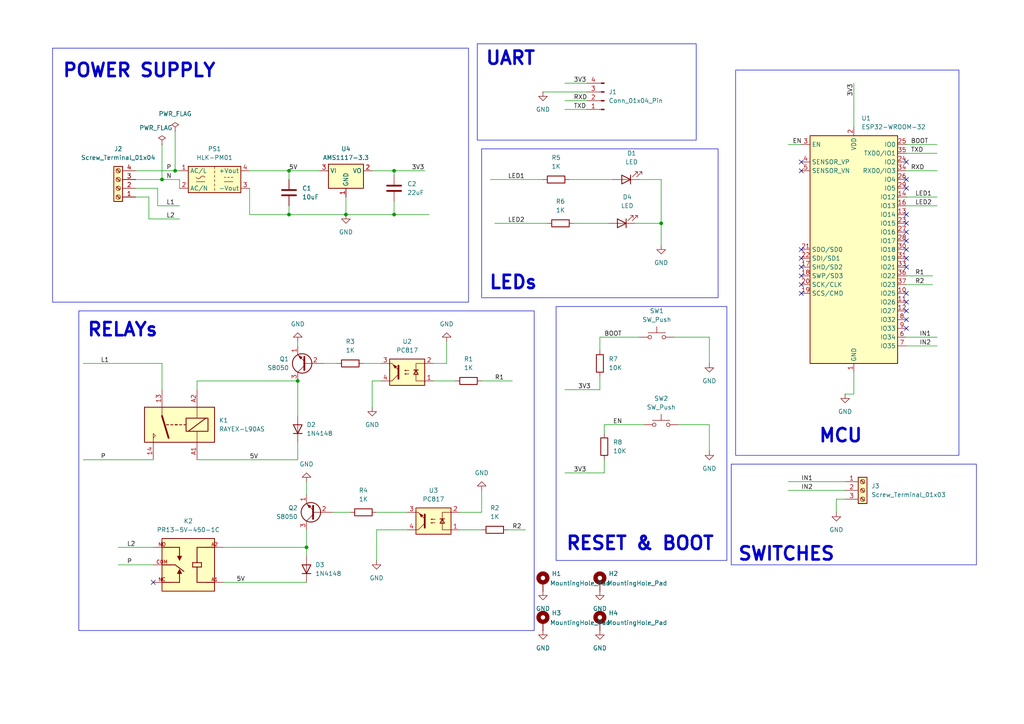
<source format=kicad_sch>
(kicad_sch
	(version 20231120)
	(generator "eeschema")
	(generator_version "8.0")
	(uuid "824e1c7d-1f00-47bc-b770-1fe5a6ea9109")
	(paper "A4")
	(title_block
		(title "30A HOME AUTOMATION WITH ESP32")
		(date "2024-12-30")
		(rev " ")
		(company "BHARAT PCB")
		(comment 1 "Design by Asmit")
	)
	(lib_symbols
		(symbol "Connector:Conn_01x04_Pin"
			(pin_names
				(offset 1.016) hide)
			(exclude_from_sim no)
			(in_bom yes)
			(on_board yes)
			(property "Reference" "J"
				(at 0 5.08 0)
				(effects
					(font
						(size 1.27 1.27)
					)
				)
			)
			(property "Value" "Conn_01x04_Pin"
				(at 0 -7.62 0)
				(effects
					(font
						(size 1.27 1.27)
					)
				)
			)
			(property "Footprint" ""
				(at 0 0 0)
				(effects
					(font
						(size 1.27 1.27)
					)
					(hide yes)
				)
			)
			(property "Datasheet" "~"
				(at 0 0 0)
				(effects
					(font
						(size 1.27 1.27)
					)
					(hide yes)
				)
			)
			(property "Description" "Generic connector, single row, 01x04, script generated"
				(at 0 0 0)
				(effects
					(font
						(size 1.27 1.27)
					)
					(hide yes)
				)
			)
			(property "ki_locked" ""
				(at 0 0 0)
				(effects
					(font
						(size 1.27 1.27)
					)
				)
			)
			(property "ki_keywords" "connector"
				(at 0 0 0)
				(effects
					(font
						(size 1.27 1.27)
					)
					(hide yes)
				)
			)
			(property "ki_fp_filters" "Connector*:*_1x??_*"
				(at 0 0 0)
				(effects
					(font
						(size 1.27 1.27)
					)
					(hide yes)
				)
			)
			(symbol "Conn_01x04_Pin_1_1"
				(polyline
					(pts
						(xy 1.27 -5.08) (xy 0.8636 -5.08)
					)
					(stroke
						(width 0.1524)
						(type default)
					)
					(fill
						(type none)
					)
				)
				(polyline
					(pts
						(xy 1.27 -2.54) (xy 0.8636 -2.54)
					)
					(stroke
						(width 0.1524)
						(type default)
					)
					(fill
						(type none)
					)
				)
				(polyline
					(pts
						(xy 1.27 0) (xy 0.8636 0)
					)
					(stroke
						(width 0.1524)
						(type default)
					)
					(fill
						(type none)
					)
				)
				(polyline
					(pts
						(xy 1.27 2.54) (xy 0.8636 2.54)
					)
					(stroke
						(width 0.1524)
						(type default)
					)
					(fill
						(type none)
					)
				)
				(rectangle
					(start 0.8636 -4.953)
					(end 0 -5.207)
					(stroke
						(width 0.1524)
						(type default)
					)
					(fill
						(type outline)
					)
				)
				(rectangle
					(start 0.8636 -2.413)
					(end 0 -2.667)
					(stroke
						(width 0.1524)
						(type default)
					)
					(fill
						(type outline)
					)
				)
				(rectangle
					(start 0.8636 0.127)
					(end 0 -0.127)
					(stroke
						(width 0.1524)
						(type default)
					)
					(fill
						(type outline)
					)
				)
				(rectangle
					(start 0.8636 2.667)
					(end 0 2.413)
					(stroke
						(width 0.1524)
						(type default)
					)
					(fill
						(type outline)
					)
				)
				(pin passive line
					(at 5.08 2.54 180)
					(length 3.81)
					(name "Pin_1"
						(effects
							(font
								(size 1.27 1.27)
							)
						)
					)
					(number "1"
						(effects
							(font
								(size 1.27 1.27)
							)
						)
					)
				)
				(pin passive line
					(at 5.08 0 180)
					(length 3.81)
					(name "Pin_2"
						(effects
							(font
								(size 1.27 1.27)
							)
						)
					)
					(number "2"
						(effects
							(font
								(size 1.27 1.27)
							)
						)
					)
				)
				(pin passive line
					(at 5.08 -2.54 180)
					(length 3.81)
					(name "Pin_3"
						(effects
							(font
								(size 1.27 1.27)
							)
						)
					)
					(number "3"
						(effects
							(font
								(size 1.27 1.27)
							)
						)
					)
				)
				(pin passive line
					(at 5.08 -5.08 180)
					(length 3.81)
					(name "Pin_4"
						(effects
							(font
								(size 1.27 1.27)
							)
						)
					)
					(number "4"
						(effects
							(font
								(size 1.27 1.27)
							)
						)
					)
				)
			)
		)
		(symbol "Connector:Screw_Terminal_01x03"
			(pin_names
				(offset 1.016) hide)
			(exclude_from_sim no)
			(in_bom yes)
			(on_board yes)
			(property "Reference" "J"
				(at 0 5.08 0)
				(effects
					(font
						(size 1.27 1.27)
					)
				)
			)
			(property "Value" "Screw_Terminal_01x03"
				(at 0 -5.08 0)
				(effects
					(font
						(size 1.27 1.27)
					)
				)
			)
			(property "Footprint" ""
				(at 0 0 0)
				(effects
					(font
						(size 1.27 1.27)
					)
					(hide yes)
				)
			)
			(property "Datasheet" "~"
				(at 0 0 0)
				(effects
					(font
						(size 1.27 1.27)
					)
					(hide yes)
				)
			)
			(property "Description" "Generic screw terminal, single row, 01x03, script generated (kicad-library-utils/schlib/autogen/connector/)"
				(at 0 0 0)
				(effects
					(font
						(size 1.27 1.27)
					)
					(hide yes)
				)
			)
			(property "ki_keywords" "screw terminal"
				(at 0 0 0)
				(effects
					(font
						(size 1.27 1.27)
					)
					(hide yes)
				)
			)
			(property "ki_fp_filters" "TerminalBlock*:*"
				(at 0 0 0)
				(effects
					(font
						(size 1.27 1.27)
					)
					(hide yes)
				)
			)
			(symbol "Screw_Terminal_01x03_1_1"
				(rectangle
					(start -1.27 3.81)
					(end 1.27 -3.81)
					(stroke
						(width 0.254)
						(type default)
					)
					(fill
						(type background)
					)
				)
				(circle
					(center 0 -2.54)
					(radius 0.635)
					(stroke
						(width 0.1524)
						(type default)
					)
					(fill
						(type none)
					)
				)
				(polyline
					(pts
						(xy -0.5334 -2.2098) (xy 0.3302 -3.048)
					)
					(stroke
						(width 0.1524)
						(type default)
					)
					(fill
						(type none)
					)
				)
				(polyline
					(pts
						(xy -0.5334 0.3302) (xy 0.3302 -0.508)
					)
					(stroke
						(width 0.1524)
						(type default)
					)
					(fill
						(type none)
					)
				)
				(polyline
					(pts
						(xy -0.5334 2.8702) (xy 0.3302 2.032)
					)
					(stroke
						(width 0.1524)
						(type default)
					)
					(fill
						(type none)
					)
				)
				(polyline
					(pts
						(xy -0.3556 -2.032) (xy 0.508 -2.8702)
					)
					(stroke
						(width 0.1524)
						(type default)
					)
					(fill
						(type none)
					)
				)
				(polyline
					(pts
						(xy -0.3556 0.508) (xy 0.508 -0.3302)
					)
					(stroke
						(width 0.1524)
						(type default)
					)
					(fill
						(type none)
					)
				)
				(polyline
					(pts
						(xy -0.3556 3.048) (xy 0.508 2.2098)
					)
					(stroke
						(width 0.1524)
						(type default)
					)
					(fill
						(type none)
					)
				)
				(circle
					(center 0 0)
					(radius 0.635)
					(stroke
						(width 0.1524)
						(type default)
					)
					(fill
						(type none)
					)
				)
				(circle
					(center 0 2.54)
					(radius 0.635)
					(stroke
						(width 0.1524)
						(type default)
					)
					(fill
						(type none)
					)
				)
				(pin passive line
					(at -5.08 2.54 0)
					(length 3.81)
					(name "Pin_1"
						(effects
							(font
								(size 1.27 1.27)
							)
						)
					)
					(number "1"
						(effects
							(font
								(size 1.27 1.27)
							)
						)
					)
				)
				(pin passive line
					(at -5.08 0 0)
					(length 3.81)
					(name "Pin_2"
						(effects
							(font
								(size 1.27 1.27)
							)
						)
					)
					(number "2"
						(effects
							(font
								(size 1.27 1.27)
							)
						)
					)
				)
				(pin passive line
					(at -5.08 -2.54 0)
					(length 3.81)
					(name "Pin_3"
						(effects
							(font
								(size 1.27 1.27)
							)
						)
					)
					(number "3"
						(effects
							(font
								(size 1.27 1.27)
							)
						)
					)
				)
			)
		)
		(symbol "Connector:Screw_Terminal_01x04"
			(pin_names
				(offset 1.016) hide)
			(exclude_from_sim no)
			(in_bom yes)
			(on_board yes)
			(property "Reference" "J"
				(at 0 5.08 0)
				(effects
					(font
						(size 1.27 1.27)
					)
				)
			)
			(property "Value" "Screw_Terminal_01x04"
				(at 0 -7.62 0)
				(effects
					(font
						(size 1.27 1.27)
					)
				)
			)
			(property "Footprint" ""
				(at 0 0 0)
				(effects
					(font
						(size 1.27 1.27)
					)
					(hide yes)
				)
			)
			(property "Datasheet" "~"
				(at 0 0 0)
				(effects
					(font
						(size 1.27 1.27)
					)
					(hide yes)
				)
			)
			(property "Description" "Generic screw terminal, single row, 01x04, script generated (kicad-library-utils/schlib/autogen/connector/)"
				(at 0 0 0)
				(effects
					(font
						(size 1.27 1.27)
					)
					(hide yes)
				)
			)
			(property "ki_keywords" "screw terminal"
				(at 0 0 0)
				(effects
					(font
						(size 1.27 1.27)
					)
					(hide yes)
				)
			)
			(property "ki_fp_filters" "TerminalBlock*:*"
				(at 0 0 0)
				(effects
					(font
						(size 1.27 1.27)
					)
					(hide yes)
				)
			)
			(symbol "Screw_Terminal_01x04_1_1"
				(rectangle
					(start -1.27 3.81)
					(end 1.27 -6.35)
					(stroke
						(width 0.254)
						(type default)
					)
					(fill
						(type background)
					)
				)
				(circle
					(center 0 -5.08)
					(radius 0.635)
					(stroke
						(width 0.1524)
						(type default)
					)
					(fill
						(type none)
					)
				)
				(circle
					(center 0 -2.54)
					(radius 0.635)
					(stroke
						(width 0.1524)
						(type default)
					)
					(fill
						(type none)
					)
				)
				(polyline
					(pts
						(xy -0.5334 -4.7498) (xy 0.3302 -5.588)
					)
					(stroke
						(width 0.1524)
						(type default)
					)
					(fill
						(type none)
					)
				)
				(polyline
					(pts
						(xy -0.5334 -2.2098) (xy 0.3302 -3.048)
					)
					(stroke
						(width 0.1524)
						(type default)
					)
					(fill
						(type none)
					)
				)
				(polyline
					(pts
						(xy -0.5334 0.3302) (xy 0.3302 -0.508)
					)
					(stroke
						(width 0.1524)
						(type default)
					)
					(fill
						(type none)
					)
				)
				(polyline
					(pts
						(xy -0.5334 2.8702) (xy 0.3302 2.032)
					)
					(stroke
						(width 0.1524)
						(type default)
					)
					(fill
						(type none)
					)
				)
				(polyline
					(pts
						(xy -0.3556 -4.572) (xy 0.508 -5.4102)
					)
					(stroke
						(width 0.1524)
						(type default)
					)
					(fill
						(type none)
					)
				)
				(polyline
					(pts
						(xy -0.3556 -2.032) (xy 0.508 -2.8702)
					)
					(stroke
						(width 0.1524)
						(type default)
					)
					(fill
						(type none)
					)
				)
				(polyline
					(pts
						(xy -0.3556 0.508) (xy 0.508 -0.3302)
					)
					(stroke
						(width 0.1524)
						(type default)
					)
					(fill
						(type none)
					)
				)
				(polyline
					(pts
						(xy -0.3556 3.048) (xy 0.508 2.2098)
					)
					(stroke
						(width 0.1524)
						(type default)
					)
					(fill
						(type none)
					)
				)
				(circle
					(center 0 0)
					(radius 0.635)
					(stroke
						(width 0.1524)
						(type default)
					)
					(fill
						(type none)
					)
				)
				(circle
					(center 0 2.54)
					(radius 0.635)
					(stroke
						(width 0.1524)
						(type default)
					)
					(fill
						(type none)
					)
				)
				(pin passive line
					(at -5.08 2.54 0)
					(length 3.81)
					(name "Pin_1"
						(effects
							(font
								(size 1.27 1.27)
							)
						)
					)
					(number "1"
						(effects
							(font
								(size 1.27 1.27)
							)
						)
					)
				)
				(pin passive line
					(at -5.08 0 0)
					(length 3.81)
					(name "Pin_2"
						(effects
							(font
								(size 1.27 1.27)
							)
						)
					)
					(number "2"
						(effects
							(font
								(size 1.27 1.27)
							)
						)
					)
				)
				(pin passive line
					(at -5.08 -2.54 0)
					(length 3.81)
					(name "Pin_3"
						(effects
							(font
								(size 1.27 1.27)
							)
						)
					)
					(number "3"
						(effects
							(font
								(size 1.27 1.27)
							)
						)
					)
				)
				(pin passive line
					(at -5.08 -5.08 0)
					(length 3.81)
					(name "Pin_4"
						(effects
							(font
								(size 1.27 1.27)
							)
						)
					)
					(number "4"
						(effects
							(font
								(size 1.27 1.27)
							)
						)
					)
				)
			)
		)
		(symbol "Converter_ACDC:HLK-PM01"
			(exclude_from_sim no)
			(in_bom yes)
			(on_board yes)
			(property "Reference" "PS"
				(at 0 5.08 0)
				(effects
					(font
						(size 1.27 1.27)
					)
				)
			)
			(property "Value" "HLK-PM01"
				(at 0 -5.08 0)
				(effects
					(font
						(size 1.27 1.27)
					)
				)
			)
			(property "Footprint" "Converter_ACDC:Converter_ACDC_Hi-Link_HLK-PMxx"
				(at 0 -7.62 0)
				(effects
					(font
						(size 1.27 1.27)
					)
					(hide yes)
				)
			)
			(property "Datasheet" "https://h.hlktech.com/download/ACDC%E7%94%B5%E6%BA%90%E6%A8%A1%E5%9D%973W%E7%B3%BB%E5%88%97/1/%E6%B5%B7%E5%87%8C%E7%A7%913W%E7%B3%BB%E5%88%97%E7%94%B5%E6%BA%90%E6%A8%A1%E5%9D%97%E8%A7%84%E6%A0%BC%E4%B9%A6V2.8.pdf"
				(at 10.16 -8.89 0)
				(effects
					(font
						(size 1.27 1.27)
					)
					(hide yes)
				)
			)
			(property "Description" "Compact AC/DC board mount power module 3W 5V"
				(at 0 0 0)
				(effects
					(font
						(size 1.27 1.27)
					)
					(hide yes)
				)
			)
			(property "ki_keywords" "AC/DC module power supply"
				(at 0 0 0)
				(effects
					(font
						(size 1.27 1.27)
					)
					(hide yes)
				)
			)
			(property "ki_fp_filters" "Converter*ACDC*Hi?Link*HLK?PM*"
				(at 0 0 0)
				(effects
					(font
						(size 1.27 1.27)
					)
					(hide yes)
				)
			)
			(symbol "HLK-PM01_0_1"
				(rectangle
					(start -7.62 3.81)
					(end 7.62 -3.81)
					(stroke
						(width 0.254)
						(type default)
					)
					(fill
						(type background)
					)
				)
				(arc
					(start -5.334 0.635)
					(mid -4.699 0.2495)
					(end -4.064 0.635)
					(stroke
						(width 0)
						(type default)
					)
					(fill
						(type none)
					)
				)
				(arc
					(start -2.794 0.635)
					(mid -3.429 1.0072)
					(end -4.064 0.635)
					(stroke
						(width 0)
						(type default)
					)
					(fill
						(type none)
					)
				)
				(polyline
					(pts
						(xy -5.334 -0.635) (xy -2.794 -0.635)
					)
					(stroke
						(width 0)
						(type default)
					)
					(fill
						(type none)
					)
				)
				(polyline
					(pts
						(xy 0 -2.54) (xy 0 -3.175)
					)
					(stroke
						(width 0)
						(type default)
					)
					(fill
						(type none)
					)
				)
				(polyline
					(pts
						(xy 0 -1.27) (xy 0 -1.905)
					)
					(stroke
						(width 0)
						(type default)
					)
					(fill
						(type none)
					)
				)
				(polyline
					(pts
						(xy 0 0) (xy 0 -0.635)
					)
					(stroke
						(width 0)
						(type default)
					)
					(fill
						(type none)
					)
				)
				(polyline
					(pts
						(xy 0 1.27) (xy 0 0.635)
					)
					(stroke
						(width 0)
						(type default)
					)
					(fill
						(type none)
					)
				)
				(polyline
					(pts
						(xy 0 2.54) (xy 0 1.905)
					)
					(stroke
						(width 0)
						(type default)
					)
					(fill
						(type none)
					)
				)
				(polyline
					(pts
						(xy 0 3.81) (xy 0 3.175)
					)
					(stroke
						(width 0)
						(type default)
					)
					(fill
						(type none)
					)
				)
				(polyline
					(pts
						(xy 2.794 -0.635) (xy 5.334 -0.635)
					)
					(stroke
						(width 0)
						(type default)
					)
					(fill
						(type none)
					)
				)
				(polyline
					(pts
						(xy 2.794 0.635) (xy 3.302 0.635)
					)
					(stroke
						(width 0)
						(type default)
					)
					(fill
						(type none)
					)
				)
				(polyline
					(pts
						(xy 3.81 0.635) (xy 4.318 0.635)
					)
					(stroke
						(width 0)
						(type default)
					)
					(fill
						(type none)
					)
				)
				(polyline
					(pts
						(xy 4.826 0.635) (xy 5.334 0.635)
					)
					(stroke
						(width 0)
						(type default)
					)
					(fill
						(type none)
					)
				)
			)
			(symbol "HLK-PM01_1_1"
				(pin power_in line
					(at -10.16 2.54 0)
					(length 2.54)
					(name "AC/L"
						(effects
							(font
								(size 1.27 1.27)
							)
						)
					)
					(number "1"
						(effects
							(font
								(size 1.27 1.27)
							)
						)
					)
				)
				(pin power_in line
					(at -10.16 -2.54 0)
					(length 2.54)
					(name "AC/N"
						(effects
							(font
								(size 1.27 1.27)
							)
						)
					)
					(number "2"
						(effects
							(font
								(size 1.27 1.27)
							)
						)
					)
				)
				(pin power_out line
					(at 10.16 -2.54 180)
					(length 2.54)
					(name "-Vout"
						(effects
							(font
								(size 1.27 1.27)
							)
						)
					)
					(number "3"
						(effects
							(font
								(size 1.27 1.27)
							)
						)
					)
				)
				(pin power_out line
					(at 10.16 2.54 180)
					(length 2.54)
					(name "+Vout"
						(effects
							(font
								(size 1.27 1.27)
							)
						)
					)
					(number "4"
						(effects
							(font
								(size 1.27 1.27)
							)
						)
					)
				)
			)
		)
		(symbol "Device:C"
			(pin_numbers hide)
			(pin_names
				(offset 0.254)
			)
			(exclude_from_sim no)
			(in_bom yes)
			(on_board yes)
			(property "Reference" "C"
				(at 0.635 2.54 0)
				(effects
					(font
						(size 1.27 1.27)
					)
					(justify left)
				)
			)
			(property "Value" "C"
				(at 0.635 -2.54 0)
				(effects
					(font
						(size 1.27 1.27)
					)
					(justify left)
				)
			)
			(property "Footprint" ""
				(at 0.9652 -3.81 0)
				(effects
					(font
						(size 1.27 1.27)
					)
					(hide yes)
				)
			)
			(property "Datasheet" "~"
				(at 0 0 0)
				(effects
					(font
						(size 1.27 1.27)
					)
					(hide yes)
				)
			)
			(property "Description" "Unpolarized capacitor"
				(at 0 0 0)
				(effects
					(font
						(size 1.27 1.27)
					)
					(hide yes)
				)
			)
			(property "ki_keywords" "cap capacitor"
				(at 0 0 0)
				(effects
					(font
						(size 1.27 1.27)
					)
					(hide yes)
				)
			)
			(property "ki_fp_filters" "C_*"
				(at 0 0 0)
				(effects
					(font
						(size 1.27 1.27)
					)
					(hide yes)
				)
			)
			(symbol "C_0_1"
				(polyline
					(pts
						(xy -2.032 -0.762) (xy 2.032 -0.762)
					)
					(stroke
						(width 0.508)
						(type default)
					)
					(fill
						(type none)
					)
				)
				(polyline
					(pts
						(xy -2.032 0.762) (xy 2.032 0.762)
					)
					(stroke
						(width 0.508)
						(type default)
					)
					(fill
						(type none)
					)
				)
			)
			(symbol "C_1_1"
				(pin passive line
					(at 0 3.81 270)
					(length 2.794)
					(name "~"
						(effects
							(font
								(size 1.27 1.27)
							)
						)
					)
					(number "1"
						(effects
							(font
								(size 1.27 1.27)
							)
						)
					)
				)
				(pin passive line
					(at 0 -3.81 90)
					(length 2.794)
					(name "~"
						(effects
							(font
								(size 1.27 1.27)
							)
						)
					)
					(number "2"
						(effects
							(font
								(size 1.27 1.27)
							)
						)
					)
				)
			)
		)
		(symbol "Device:LED"
			(pin_numbers hide)
			(pin_names
				(offset 1.016) hide)
			(exclude_from_sim no)
			(in_bom yes)
			(on_board yes)
			(property "Reference" "D"
				(at 0 2.54 0)
				(effects
					(font
						(size 1.27 1.27)
					)
				)
			)
			(property "Value" "LED"
				(at 0 -2.54 0)
				(effects
					(font
						(size 1.27 1.27)
					)
				)
			)
			(property "Footprint" ""
				(at 0 0 0)
				(effects
					(font
						(size 1.27 1.27)
					)
					(hide yes)
				)
			)
			(property "Datasheet" "~"
				(at 0 0 0)
				(effects
					(font
						(size 1.27 1.27)
					)
					(hide yes)
				)
			)
			(property "Description" "Light emitting diode"
				(at 0 0 0)
				(effects
					(font
						(size 1.27 1.27)
					)
					(hide yes)
				)
			)
			(property "ki_keywords" "LED diode"
				(at 0 0 0)
				(effects
					(font
						(size 1.27 1.27)
					)
					(hide yes)
				)
			)
			(property "ki_fp_filters" "LED* LED_SMD:* LED_THT:*"
				(at 0 0 0)
				(effects
					(font
						(size 1.27 1.27)
					)
					(hide yes)
				)
			)
			(symbol "LED_0_1"
				(polyline
					(pts
						(xy -1.27 -1.27) (xy -1.27 1.27)
					)
					(stroke
						(width 0.254)
						(type default)
					)
					(fill
						(type none)
					)
				)
				(polyline
					(pts
						(xy -1.27 0) (xy 1.27 0)
					)
					(stroke
						(width 0)
						(type default)
					)
					(fill
						(type none)
					)
				)
				(polyline
					(pts
						(xy 1.27 -1.27) (xy 1.27 1.27) (xy -1.27 0) (xy 1.27 -1.27)
					)
					(stroke
						(width 0.254)
						(type default)
					)
					(fill
						(type none)
					)
				)
				(polyline
					(pts
						(xy -3.048 -0.762) (xy -4.572 -2.286) (xy -3.81 -2.286) (xy -4.572 -2.286) (xy -4.572 -1.524)
					)
					(stroke
						(width 0)
						(type default)
					)
					(fill
						(type none)
					)
				)
				(polyline
					(pts
						(xy -1.778 -0.762) (xy -3.302 -2.286) (xy -2.54 -2.286) (xy -3.302 -2.286) (xy -3.302 -1.524)
					)
					(stroke
						(width 0)
						(type default)
					)
					(fill
						(type none)
					)
				)
			)
			(symbol "LED_1_1"
				(pin passive line
					(at -3.81 0 0)
					(length 2.54)
					(name "K"
						(effects
							(font
								(size 1.27 1.27)
							)
						)
					)
					(number "1"
						(effects
							(font
								(size 1.27 1.27)
							)
						)
					)
				)
				(pin passive line
					(at 3.81 0 180)
					(length 2.54)
					(name "A"
						(effects
							(font
								(size 1.27 1.27)
							)
						)
					)
					(number "2"
						(effects
							(font
								(size 1.27 1.27)
							)
						)
					)
				)
			)
		)
		(symbol "Device:R"
			(pin_numbers hide)
			(pin_names
				(offset 0)
			)
			(exclude_from_sim no)
			(in_bom yes)
			(on_board yes)
			(property "Reference" "R"
				(at 2.032 0 90)
				(effects
					(font
						(size 1.27 1.27)
					)
				)
			)
			(property "Value" "R"
				(at 0 0 90)
				(effects
					(font
						(size 1.27 1.27)
					)
				)
			)
			(property "Footprint" ""
				(at -1.778 0 90)
				(effects
					(font
						(size 1.27 1.27)
					)
					(hide yes)
				)
			)
			(property "Datasheet" "~"
				(at 0 0 0)
				(effects
					(font
						(size 1.27 1.27)
					)
					(hide yes)
				)
			)
			(property "Description" "Resistor"
				(at 0 0 0)
				(effects
					(font
						(size 1.27 1.27)
					)
					(hide yes)
				)
			)
			(property "ki_keywords" "R res resistor"
				(at 0 0 0)
				(effects
					(font
						(size 1.27 1.27)
					)
					(hide yes)
				)
			)
			(property "ki_fp_filters" "R_*"
				(at 0 0 0)
				(effects
					(font
						(size 1.27 1.27)
					)
					(hide yes)
				)
			)
			(symbol "R_0_1"
				(rectangle
					(start -1.016 -2.54)
					(end 1.016 2.54)
					(stroke
						(width 0.254)
						(type default)
					)
					(fill
						(type none)
					)
				)
			)
			(symbol "R_1_1"
				(pin passive line
					(at 0 3.81 270)
					(length 1.27)
					(name "~"
						(effects
							(font
								(size 1.27 1.27)
							)
						)
					)
					(number "1"
						(effects
							(font
								(size 1.27 1.27)
							)
						)
					)
				)
				(pin passive line
					(at 0 -3.81 90)
					(length 1.27)
					(name "~"
						(effects
							(font
								(size 1.27 1.27)
							)
						)
					)
					(number "2"
						(effects
							(font
								(size 1.27 1.27)
							)
						)
					)
				)
			)
		)
		(symbol "Diode:1N4148"
			(pin_numbers hide)
			(pin_names hide)
			(exclude_from_sim no)
			(in_bom yes)
			(on_board yes)
			(property "Reference" "D"
				(at 0 2.54 0)
				(effects
					(font
						(size 1.27 1.27)
					)
				)
			)
			(property "Value" "1N4148"
				(at 0 -2.54 0)
				(effects
					(font
						(size 1.27 1.27)
					)
				)
			)
			(property "Footprint" "Diode_THT:D_DO-35_SOD27_P7.62mm_Horizontal"
				(at 0 0 0)
				(effects
					(font
						(size 1.27 1.27)
					)
					(hide yes)
				)
			)
			(property "Datasheet" "https://assets.nexperia.com/documents/data-sheet/1N4148_1N4448.pdf"
				(at 0 0 0)
				(effects
					(font
						(size 1.27 1.27)
					)
					(hide yes)
				)
			)
			(property "Description" "100V 0.15A standard switching diode, DO-35"
				(at 0 0 0)
				(effects
					(font
						(size 1.27 1.27)
					)
					(hide yes)
				)
			)
			(property "Sim.Device" "D"
				(at 0 0 0)
				(effects
					(font
						(size 1.27 1.27)
					)
					(hide yes)
				)
			)
			(property "Sim.Pins" "1=K 2=A"
				(at 0 0 0)
				(effects
					(font
						(size 1.27 1.27)
					)
					(hide yes)
				)
			)
			(property "ki_keywords" "diode"
				(at 0 0 0)
				(effects
					(font
						(size 1.27 1.27)
					)
					(hide yes)
				)
			)
			(property "ki_fp_filters" "D*DO?35*"
				(at 0 0 0)
				(effects
					(font
						(size 1.27 1.27)
					)
					(hide yes)
				)
			)
			(symbol "1N4148_0_1"
				(polyline
					(pts
						(xy -1.27 1.27) (xy -1.27 -1.27)
					)
					(stroke
						(width 0.254)
						(type default)
					)
					(fill
						(type none)
					)
				)
				(polyline
					(pts
						(xy 1.27 0) (xy -1.27 0)
					)
					(stroke
						(width 0)
						(type default)
					)
					(fill
						(type none)
					)
				)
				(polyline
					(pts
						(xy 1.27 1.27) (xy 1.27 -1.27) (xy -1.27 0) (xy 1.27 1.27)
					)
					(stroke
						(width 0.254)
						(type default)
					)
					(fill
						(type none)
					)
				)
			)
			(symbol "1N4148_1_1"
				(pin passive line
					(at -3.81 0 0)
					(length 2.54)
					(name "K"
						(effects
							(font
								(size 1.27 1.27)
							)
						)
					)
					(number "1"
						(effects
							(font
								(size 1.27 1.27)
							)
						)
					)
				)
				(pin passive line
					(at 3.81 0 180)
					(length 2.54)
					(name "A"
						(effects
							(font
								(size 1.27 1.27)
							)
						)
					)
					(number "2"
						(effects
							(font
								(size 1.27 1.27)
							)
						)
					)
				)
			)
		)
		(symbol "Isolator:PC817"
			(pin_names
				(offset 1.016)
			)
			(exclude_from_sim no)
			(in_bom yes)
			(on_board yes)
			(property "Reference" "U"
				(at -5.08 5.08 0)
				(effects
					(font
						(size 1.27 1.27)
					)
					(justify left)
				)
			)
			(property "Value" "PC817"
				(at 0 5.08 0)
				(effects
					(font
						(size 1.27 1.27)
					)
					(justify left)
				)
			)
			(property "Footprint" "Package_DIP:DIP-4_W7.62mm"
				(at -5.08 -5.08 0)
				(effects
					(font
						(size 1.27 1.27)
						(italic yes)
					)
					(justify left)
					(hide yes)
				)
			)
			(property "Datasheet" "http://www.soselectronic.cz/a_info/resource/d/pc817.pdf"
				(at 0 0 0)
				(effects
					(font
						(size 1.27 1.27)
					)
					(justify left)
					(hide yes)
				)
			)
			(property "Description" "DC Optocoupler, Vce 35V, CTR 50-300%, DIP-4"
				(at 0 0 0)
				(effects
					(font
						(size 1.27 1.27)
					)
					(hide yes)
				)
			)
			(property "ki_keywords" "NPN DC Optocoupler"
				(at 0 0 0)
				(effects
					(font
						(size 1.27 1.27)
					)
					(hide yes)
				)
			)
			(property "ki_fp_filters" "DIP*W7.62mm*"
				(at 0 0 0)
				(effects
					(font
						(size 1.27 1.27)
					)
					(hide yes)
				)
			)
			(symbol "PC817_0_1"
				(rectangle
					(start -5.08 3.81)
					(end 5.08 -3.81)
					(stroke
						(width 0.254)
						(type default)
					)
					(fill
						(type background)
					)
				)
				(polyline
					(pts
						(xy -3.175 -0.635) (xy -1.905 -0.635)
					)
					(stroke
						(width 0.254)
						(type default)
					)
					(fill
						(type none)
					)
				)
				(polyline
					(pts
						(xy 2.54 0.635) (xy 4.445 2.54)
					)
					(stroke
						(width 0)
						(type default)
					)
					(fill
						(type none)
					)
				)
				(polyline
					(pts
						(xy 4.445 -2.54) (xy 2.54 -0.635)
					)
					(stroke
						(width 0)
						(type default)
					)
					(fill
						(type outline)
					)
				)
				(polyline
					(pts
						(xy 4.445 -2.54) (xy 5.08 -2.54)
					)
					(stroke
						(width 0)
						(type default)
					)
					(fill
						(type none)
					)
				)
				(polyline
					(pts
						(xy 4.445 2.54) (xy 5.08 2.54)
					)
					(stroke
						(width 0)
						(type default)
					)
					(fill
						(type none)
					)
				)
				(polyline
					(pts
						(xy -5.08 2.54) (xy -2.54 2.54) (xy -2.54 -0.635)
					)
					(stroke
						(width 0)
						(type default)
					)
					(fill
						(type none)
					)
				)
				(polyline
					(pts
						(xy -2.54 -0.635) (xy -2.54 -2.54) (xy -5.08 -2.54)
					)
					(stroke
						(width 0)
						(type default)
					)
					(fill
						(type none)
					)
				)
				(polyline
					(pts
						(xy 2.54 1.905) (xy 2.54 -1.905) (xy 2.54 -1.905)
					)
					(stroke
						(width 0.508)
						(type default)
					)
					(fill
						(type none)
					)
				)
				(polyline
					(pts
						(xy -2.54 -0.635) (xy -3.175 0.635) (xy -1.905 0.635) (xy -2.54 -0.635)
					)
					(stroke
						(width 0.254)
						(type default)
					)
					(fill
						(type none)
					)
				)
				(polyline
					(pts
						(xy -0.508 -0.508) (xy 0.762 -0.508) (xy 0.381 -0.635) (xy 0.381 -0.381) (xy 0.762 -0.508)
					)
					(stroke
						(width 0)
						(type default)
					)
					(fill
						(type none)
					)
				)
				(polyline
					(pts
						(xy -0.508 0.508) (xy 0.762 0.508) (xy 0.381 0.381) (xy 0.381 0.635) (xy 0.762 0.508)
					)
					(stroke
						(width 0)
						(type default)
					)
					(fill
						(type none)
					)
				)
				(polyline
					(pts
						(xy 3.048 -1.651) (xy 3.556 -1.143) (xy 4.064 -2.159) (xy 3.048 -1.651) (xy 3.048 -1.651)
					)
					(stroke
						(width 0)
						(type default)
					)
					(fill
						(type outline)
					)
				)
			)
			(symbol "PC817_1_1"
				(pin passive line
					(at -7.62 2.54 0)
					(length 2.54)
					(name "~"
						(effects
							(font
								(size 1.27 1.27)
							)
						)
					)
					(number "1"
						(effects
							(font
								(size 1.27 1.27)
							)
						)
					)
				)
				(pin passive line
					(at -7.62 -2.54 0)
					(length 2.54)
					(name "~"
						(effects
							(font
								(size 1.27 1.27)
							)
						)
					)
					(number "2"
						(effects
							(font
								(size 1.27 1.27)
							)
						)
					)
				)
				(pin passive line
					(at 7.62 -2.54 180)
					(length 2.54)
					(name "~"
						(effects
							(font
								(size 1.27 1.27)
							)
						)
					)
					(number "3"
						(effects
							(font
								(size 1.27 1.27)
							)
						)
					)
				)
				(pin passive line
					(at 7.62 2.54 180)
					(length 2.54)
					(name "~"
						(effects
							(font
								(size 1.27 1.27)
							)
						)
					)
					(number "4"
						(effects
							(font
								(size 1.27 1.27)
							)
						)
					)
				)
			)
		)
		(symbol "Mechanical:MountingHole_Pad"
			(pin_numbers hide)
			(pin_names
				(offset 1.016) hide)
			(exclude_from_sim yes)
			(in_bom no)
			(on_board yes)
			(property "Reference" "H"
				(at 0 6.35 0)
				(effects
					(font
						(size 1.27 1.27)
					)
				)
			)
			(property "Value" "MountingHole_Pad"
				(at 0 4.445 0)
				(effects
					(font
						(size 1.27 1.27)
					)
				)
			)
			(property "Footprint" ""
				(at 0 0 0)
				(effects
					(font
						(size 1.27 1.27)
					)
					(hide yes)
				)
			)
			(property "Datasheet" "~"
				(at 0 0 0)
				(effects
					(font
						(size 1.27 1.27)
					)
					(hide yes)
				)
			)
			(property "Description" "Mounting Hole with connection"
				(at 0 0 0)
				(effects
					(font
						(size 1.27 1.27)
					)
					(hide yes)
				)
			)
			(property "ki_keywords" "mounting hole"
				(at 0 0 0)
				(effects
					(font
						(size 1.27 1.27)
					)
					(hide yes)
				)
			)
			(property "ki_fp_filters" "MountingHole*Pad*"
				(at 0 0 0)
				(effects
					(font
						(size 1.27 1.27)
					)
					(hide yes)
				)
			)
			(symbol "MountingHole_Pad_0_1"
				(circle
					(center 0 1.27)
					(radius 1.27)
					(stroke
						(width 1.27)
						(type default)
					)
					(fill
						(type none)
					)
				)
			)
			(symbol "MountingHole_Pad_1_1"
				(pin input line
					(at 0 -2.54 90)
					(length 2.54)
					(name "1"
						(effects
							(font
								(size 1.27 1.27)
							)
						)
					)
					(number "1"
						(effects
							(font
								(size 1.27 1.27)
							)
						)
					)
				)
			)
		)
		(symbol "PR13-5V-450-1C:PR13-5V-450-1C"
			(pin_names
				(offset 1.016)
			)
			(exclude_from_sim no)
			(in_bom yes)
			(on_board yes)
			(property "Reference" "K"
				(at -7.62 8.89 0)
				(effects
					(font
						(size 1.27 1.27)
					)
					(justify left bottom)
				)
			)
			(property "Value" "PR13-5V-450-1C"
				(at -7.62 -10.16 0)
				(effects
					(font
						(size 1.27 1.27)
					)
					(justify left bottom)
				)
			)
			(property "Footprint" "PR13-5V-450-1C:RELAY_PR13-5V-450-1C"
				(at 0 0 0)
				(effects
					(font
						(size 1.27 1.27)
					)
					(justify bottom)
					(hide yes)
				)
			)
			(property "Datasheet" ""
				(at 0 0 0)
				(effects
					(font
						(size 1.27 1.27)
					)
					(hide yes)
				)
			)
			(property "Description" ""
				(at 0 0 0)
				(effects
					(font
						(size 1.27 1.27)
					)
					(hide yes)
				)
			)
			(property "MF" "Same Sky"
				(at 0 0 0)
				(effects
					(font
						(size 1.27 1.27)
					)
					(justify bottom)
					(hide yes)
				)
			)
			(property "MAXIMUM_PACKAGE_HEIGHT" "16.1mm"
				(at 0 0 0)
				(effects
					(font
						(size 1.27 1.27)
					)
					(justify bottom)
					(hide yes)
				)
			)
			(property "Package" "None"
				(at 0 0 0)
				(effects
					(font
						(size 1.27 1.27)
					)
					(justify bottom)
					(hide yes)
				)
			)
			(property "Price" "None"
				(at 0 0 0)
				(effects
					(font
						(size 1.27 1.27)
					)
					(justify bottom)
					(hide yes)
				)
			)
			(property "Check_prices" "https://www.snapeda.com/parts/PR13-5V-450-1C/Same+Sky/view-part/?ref=eda"
				(at 0 0 0)
				(effects
					(font
						(size 1.27 1.27)
					)
					(justify bottom)
					(hide yes)
				)
			)
			(property "STANDARD" "Manufacturer Recommendations"
				(at 0 0 0)
				(effects
					(font
						(size 1.27 1.27)
					)
					(justify bottom)
					(hide yes)
				)
			)
			(property "PARTREV" "1.0"
				(at 0 0 0)
				(effects
					(font
						(size 1.27 1.27)
					)
					(justify bottom)
					(hide yes)
				)
			)
			(property "SnapEDA_Link" "https://www.snapeda.com/parts/PR13-5V-450-1C/Same+Sky/view-part/?ref=snap"
				(at 0 0 0)
				(effects
					(font
						(size 1.27 1.27)
					)
					(justify bottom)
					(hide yes)
				)
			)
			(property "MP" "PR13-5V-450-1C"
				(at 0 0 0)
				(effects
					(font
						(size 1.27 1.27)
					)
					(justify bottom)
					(hide yes)
				)
			)
			(property "Description_1" "\n                        \n                            19 x 15.5 x 15.8 mm, 5 V, 10 A, SPDT (1 Form C), Power Relay\n                        \n"
				(at 0 0 0)
				(effects
					(font
						(size 1.27 1.27)
					)
					(justify bottom)
					(hide yes)
				)
			)
			(property "SNAPEDA_PN" "PR12-5V-360-1C"
				(at 0 0 0)
				(effects
					(font
						(size 1.27 1.27)
					)
					(justify bottom)
					(hide yes)
				)
			)
			(property "Availability" "In Stock"
				(at 0 0 0)
				(effects
					(font
						(size 1.27 1.27)
					)
					(justify bottom)
					(hide yes)
				)
			)
			(property "MANUFACTURER" "CUI devices"
				(at 0 0 0)
				(effects
					(font
						(size 1.27 1.27)
					)
					(justify bottom)
					(hide yes)
				)
			)
			(symbol "PR13-5V-450-1C_0_0"
				(rectangle
					(start -7.62 -7.62)
					(end 7.62 7.62)
					(stroke
						(width 0.254)
						(type default)
					)
					(fill
						(type background)
					)
				)
				(polyline
					(pts
						(xy -7.62 -5.08) (xy -2.54 -5.08)
					)
					(stroke
						(width 0.254)
						(type default)
					)
					(fill
						(type none)
					)
				)
				(polyline
					(pts
						(xy -7.62 5.08) (xy -2.54 5.08)
					)
					(stroke
						(width 0.254)
						(type default)
					)
					(fill
						(type none)
					)
				)
				(polyline
					(pts
						(xy -3.81 -0.635) (xy -3.81 0.635)
					)
					(stroke
						(width 0.254)
						(type default)
					)
					(fill
						(type none)
					)
				)
				(polyline
					(pts
						(xy -3.81 0.635) (xy -2.54 0.635)
					)
					(stroke
						(width 0.254)
						(type default)
					)
					(fill
						(type none)
					)
				)
				(polyline
					(pts
						(xy -2.54 -0.635) (xy -3.81 -0.635)
					)
					(stroke
						(width 0.254)
						(type default)
					)
					(fill
						(type none)
					)
				)
				(polyline
					(pts
						(xy -2.54 -0.635) (xy -2.54 -5.08)
					)
					(stroke
						(width 0.254)
						(type default)
					)
					(fill
						(type none)
					)
				)
				(polyline
					(pts
						(xy -2.54 0.635) (xy -1.27 0.635)
					)
					(stroke
						(width 0.254)
						(type default)
					)
					(fill
						(type none)
					)
				)
				(polyline
					(pts
						(xy -2.54 5.08) (xy -2.54 0.635)
					)
					(stroke
						(width 0.254)
						(type default)
					)
					(fill
						(type none)
					)
				)
				(polyline
					(pts
						(xy -1.27 -0.635) (xy -2.54 -0.635)
					)
					(stroke
						(width 0.254)
						(type default)
					)
					(fill
						(type none)
					)
				)
				(polyline
					(pts
						(xy -1.27 0.635) (xy -1.27 -0.635)
					)
					(stroke
						(width 0.254)
						(type default)
					)
					(fill
						(type none)
					)
				)
				(polyline
					(pts
						(xy 2.54 -5.08) (xy 2.54 -2.54)
					)
					(stroke
						(width 0.254)
						(type default)
					)
					(fill
						(type none)
					)
				)
				(polyline
					(pts
						(xy 2.54 5.08) (xy 2.54 2.54)
					)
					(stroke
						(width 0.254)
						(type default)
					)
					(fill
						(type none)
					)
				)
				(polyline
					(pts
						(xy 2.54 5.08) (xy 7.62 5.08)
					)
					(stroke
						(width 0.254)
						(type default)
					)
					(fill
						(type none)
					)
				)
				(polyline
					(pts
						(xy 3.81 0) (xy 1.27 1.905)
					)
					(stroke
						(width 0.254)
						(type default)
					)
					(fill
						(type none)
					)
				)
				(polyline
					(pts
						(xy 7.62 -5.08) (xy 2.54 -5.08)
					)
					(stroke
						(width 0.254)
						(type default)
					)
					(fill
						(type none)
					)
				)
				(polyline
					(pts
						(xy 7.62 0) (xy 3.81 0)
					)
					(stroke
						(width 0.254)
						(type default)
					)
					(fill
						(type none)
					)
				)
				(polyline
					(pts
						(xy 1.905 -2.54) (xy 3.175 -2.54) (xy 2.54 -1.27) (xy 1.905 -2.54)
					)
					(stroke
						(width 0.1524)
						(type default)
					)
					(fill
						(type outline)
					)
				)
				(polyline
					(pts
						(xy 3.175 2.54) (xy 1.905 2.54) (xy 2.54 1.27) (xy 3.175 2.54)
					)
					(stroke
						(width 0.1524)
						(type default)
					)
					(fill
						(type outline)
					)
				)
				(pin passive line
					(at -10.16 5.08 0)
					(length 5.08)
					(name "~"
						(effects
							(font
								(size 1.016 1.016)
							)
						)
					)
					(number "A1"
						(effects
							(font
								(size 1.016 1.016)
							)
						)
					)
				)
				(pin passive line
					(at -10.16 -5.08 0)
					(length 5.08)
					(name "~"
						(effects
							(font
								(size 1.016 1.016)
							)
						)
					)
					(number "A2"
						(effects
							(font
								(size 1.016 1.016)
							)
						)
					)
				)
				(pin passive line
					(at 10.16 0 180)
					(length 5.08)
					(name "~"
						(effects
							(font
								(size 1.016 1.016)
							)
						)
					)
					(number "COM"
						(effects
							(font
								(size 1.016 1.016)
							)
						)
					)
				)
				(pin passive line
					(at 10.16 5.08 180)
					(length 5.08)
					(name "~"
						(effects
							(font
								(size 1.016 1.016)
							)
						)
					)
					(number "NC"
						(effects
							(font
								(size 1.016 1.016)
							)
						)
					)
				)
				(pin passive line
					(at 10.16 -5.08 180)
					(length 5.08)
					(name "~"
						(effects
							(font
								(size 1.016 1.016)
							)
						)
					)
					(number "NO"
						(effects
							(font
								(size 1.016 1.016)
							)
						)
					)
				)
			)
		)
		(symbol "RF_Module:ESP32-WROOM-32"
			(exclude_from_sim no)
			(in_bom yes)
			(on_board yes)
			(property "Reference" "U"
				(at -12.7 34.29 0)
				(effects
					(font
						(size 1.27 1.27)
					)
					(justify left)
				)
			)
			(property "Value" "ESP32-WROOM-32"
				(at 1.27 34.29 0)
				(effects
					(font
						(size 1.27 1.27)
					)
					(justify left)
				)
			)
			(property "Footprint" "RF_Module:ESP32-WROOM-32"
				(at 0 -38.1 0)
				(effects
					(font
						(size 1.27 1.27)
					)
					(hide yes)
				)
			)
			(property "Datasheet" "https://www.espressif.com/sites/default/files/documentation/esp32-wroom-32_datasheet_en.pdf"
				(at -7.62 1.27 0)
				(effects
					(font
						(size 1.27 1.27)
					)
					(hide yes)
				)
			)
			(property "Description" "RF Module, ESP32-D0WDQ6 SoC, Wi-Fi 802.11b/g/n, Bluetooth, BLE, 32-bit, 2.7-3.6V, onboard antenna, SMD"
				(at 0 0 0)
				(effects
					(font
						(size 1.27 1.27)
					)
					(hide yes)
				)
			)
			(property "ki_keywords" "RF Radio BT ESP ESP32 Espressif onboard PCB antenna"
				(at 0 0 0)
				(effects
					(font
						(size 1.27 1.27)
					)
					(hide yes)
				)
			)
			(property "ki_fp_filters" "ESP32?WROOM?32*"
				(at 0 0 0)
				(effects
					(font
						(size 1.27 1.27)
					)
					(hide yes)
				)
			)
			(symbol "ESP32-WROOM-32_0_1"
				(rectangle
					(start -12.7 33.02)
					(end 12.7 -33.02)
					(stroke
						(width 0.254)
						(type default)
					)
					(fill
						(type background)
					)
				)
			)
			(symbol "ESP32-WROOM-32_1_1"
				(pin power_in line
					(at 0 -35.56 90)
					(length 2.54)
					(name "GND"
						(effects
							(font
								(size 1.27 1.27)
							)
						)
					)
					(number "1"
						(effects
							(font
								(size 1.27 1.27)
							)
						)
					)
				)
				(pin bidirectional line
					(at 15.24 -12.7 180)
					(length 2.54)
					(name "IO25"
						(effects
							(font
								(size 1.27 1.27)
							)
						)
					)
					(number "10"
						(effects
							(font
								(size 1.27 1.27)
							)
						)
					)
				)
				(pin bidirectional line
					(at 15.24 -15.24 180)
					(length 2.54)
					(name "IO26"
						(effects
							(font
								(size 1.27 1.27)
							)
						)
					)
					(number "11"
						(effects
							(font
								(size 1.27 1.27)
							)
						)
					)
				)
				(pin bidirectional line
					(at 15.24 -17.78 180)
					(length 2.54)
					(name "IO27"
						(effects
							(font
								(size 1.27 1.27)
							)
						)
					)
					(number "12"
						(effects
							(font
								(size 1.27 1.27)
							)
						)
					)
				)
				(pin bidirectional line
					(at 15.24 10.16 180)
					(length 2.54)
					(name "IO14"
						(effects
							(font
								(size 1.27 1.27)
							)
						)
					)
					(number "13"
						(effects
							(font
								(size 1.27 1.27)
							)
						)
					)
				)
				(pin bidirectional line
					(at 15.24 15.24 180)
					(length 2.54)
					(name "IO12"
						(effects
							(font
								(size 1.27 1.27)
							)
						)
					)
					(number "14"
						(effects
							(font
								(size 1.27 1.27)
							)
						)
					)
				)
				(pin passive line
					(at 0 -35.56 90)
					(length 2.54) hide
					(name "GND"
						(effects
							(font
								(size 1.27 1.27)
							)
						)
					)
					(number "15"
						(effects
							(font
								(size 1.27 1.27)
							)
						)
					)
				)
				(pin bidirectional line
					(at 15.24 12.7 180)
					(length 2.54)
					(name "IO13"
						(effects
							(font
								(size 1.27 1.27)
							)
						)
					)
					(number "16"
						(effects
							(font
								(size 1.27 1.27)
							)
						)
					)
				)
				(pin bidirectional line
					(at -15.24 -5.08 0)
					(length 2.54)
					(name "SHD/SD2"
						(effects
							(font
								(size 1.27 1.27)
							)
						)
					)
					(number "17"
						(effects
							(font
								(size 1.27 1.27)
							)
						)
					)
				)
				(pin bidirectional line
					(at -15.24 -7.62 0)
					(length 2.54)
					(name "SWP/SD3"
						(effects
							(font
								(size 1.27 1.27)
							)
						)
					)
					(number "18"
						(effects
							(font
								(size 1.27 1.27)
							)
						)
					)
				)
				(pin bidirectional line
					(at -15.24 -12.7 0)
					(length 2.54)
					(name "SCS/CMD"
						(effects
							(font
								(size 1.27 1.27)
							)
						)
					)
					(number "19"
						(effects
							(font
								(size 1.27 1.27)
							)
						)
					)
				)
				(pin power_in line
					(at 0 35.56 270)
					(length 2.54)
					(name "VDD"
						(effects
							(font
								(size 1.27 1.27)
							)
						)
					)
					(number "2"
						(effects
							(font
								(size 1.27 1.27)
							)
						)
					)
				)
				(pin bidirectional line
					(at -15.24 -10.16 0)
					(length 2.54)
					(name "SCK/CLK"
						(effects
							(font
								(size 1.27 1.27)
							)
						)
					)
					(number "20"
						(effects
							(font
								(size 1.27 1.27)
							)
						)
					)
				)
				(pin bidirectional line
					(at -15.24 0 0)
					(length 2.54)
					(name "SDO/SD0"
						(effects
							(font
								(size 1.27 1.27)
							)
						)
					)
					(number "21"
						(effects
							(font
								(size 1.27 1.27)
							)
						)
					)
				)
				(pin bidirectional line
					(at -15.24 -2.54 0)
					(length 2.54)
					(name "SDI/SD1"
						(effects
							(font
								(size 1.27 1.27)
							)
						)
					)
					(number "22"
						(effects
							(font
								(size 1.27 1.27)
							)
						)
					)
				)
				(pin bidirectional line
					(at 15.24 7.62 180)
					(length 2.54)
					(name "IO15"
						(effects
							(font
								(size 1.27 1.27)
							)
						)
					)
					(number "23"
						(effects
							(font
								(size 1.27 1.27)
							)
						)
					)
				)
				(pin bidirectional line
					(at 15.24 25.4 180)
					(length 2.54)
					(name "IO2"
						(effects
							(font
								(size 1.27 1.27)
							)
						)
					)
					(number "24"
						(effects
							(font
								(size 1.27 1.27)
							)
						)
					)
				)
				(pin bidirectional line
					(at 15.24 30.48 180)
					(length 2.54)
					(name "IO0"
						(effects
							(font
								(size 1.27 1.27)
							)
						)
					)
					(number "25"
						(effects
							(font
								(size 1.27 1.27)
							)
						)
					)
				)
				(pin bidirectional line
					(at 15.24 20.32 180)
					(length 2.54)
					(name "IO4"
						(effects
							(font
								(size 1.27 1.27)
							)
						)
					)
					(number "26"
						(effects
							(font
								(size 1.27 1.27)
							)
						)
					)
				)
				(pin bidirectional line
					(at 15.24 5.08 180)
					(length 2.54)
					(name "IO16"
						(effects
							(font
								(size 1.27 1.27)
							)
						)
					)
					(number "27"
						(effects
							(font
								(size 1.27 1.27)
							)
						)
					)
				)
				(pin bidirectional line
					(at 15.24 2.54 180)
					(length 2.54)
					(name "IO17"
						(effects
							(font
								(size 1.27 1.27)
							)
						)
					)
					(number "28"
						(effects
							(font
								(size 1.27 1.27)
							)
						)
					)
				)
				(pin bidirectional line
					(at 15.24 17.78 180)
					(length 2.54)
					(name "IO5"
						(effects
							(font
								(size 1.27 1.27)
							)
						)
					)
					(number "29"
						(effects
							(font
								(size 1.27 1.27)
							)
						)
					)
				)
				(pin input line
					(at -15.24 30.48 0)
					(length 2.54)
					(name "EN"
						(effects
							(font
								(size 1.27 1.27)
							)
						)
					)
					(number "3"
						(effects
							(font
								(size 1.27 1.27)
							)
						)
					)
				)
				(pin bidirectional line
					(at 15.24 0 180)
					(length 2.54)
					(name "IO18"
						(effects
							(font
								(size 1.27 1.27)
							)
						)
					)
					(number "30"
						(effects
							(font
								(size 1.27 1.27)
							)
						)
					)
				)
				(pin bidirectional line
					(at 15.24 -2.54 180)
					(length 2.54)
					(name "IO19"
						(effects
							(font
								(size 1.27 1.27)
							)
						)
					)
					(number "31"
						(effects
							(font
								(size 1.27 1.27)
							)
						)
					)
				)
				(pin no_connect line
					(at -12.7 -27.94 0)
					(length 2.54) hide
					(name "NC"
						(effects
							(font
								(size 1.27 1.27)
							)
						)
					)
					(number "32"
						(effects
							(font
								(size 1.27 1.27)
							)
						)
					)
				)
				(pin bidirectional line
					(at 15.24 -5.08 180)
					(length 2.54)
					(name "IO21"
						(effects
							(font
								(size 1.27 1.27)
							)
						)
					)
					(number "33"
						(effects
							(font
								(size 1.27 1.27)
							)
						)
					)
				)
				(pin bidirectional line
					(at 15.24 22.86 180)
					(length 2.54)
					(name "RXD0/IO3"
						(effects
							(font
								(size 1.27 1.27)
							)
						)
					)
					(number "34"
						(effects
							(font
								(size 1.27 1.27)
							)
						)
					)
				)
				(pin bidirectional line
					(at 15.24 27.94 180)
					(length 2.54)
					(name "TXD0/IO1"
						(effects
							(font
								(size 1.27 1.27)
							)
						)
					)
					(number "35"
						(effects
							(font
								(size 1.27 1.27)
							)
						)
					)
				)
				(pin bidirectional line
					(at 15.24 -7.62 180)
					(length 2.54)
					(name "IO22"
						(effects
							(font
								(size 1.27 1.27)
							)
						)
					)
					(number "36"
						(effects
							(font
								(size 1.27 1.27)
							)
						)
					)
				)
				(pin bidirectional line
					(at 15.24 -10.16 180)
					(length 2.54)
					(name "IO23"
						(effects
							(font
								(size 1.27 1.27)
							)
						)
					)
					(number "37"
						(effects
							(font
								(size 1.27 1.27)
							)
						)
					)
				)
				(pin passive line
					(at 0 -35.56 90)
					(length 2.54) hide
					(name "GND"
						(effects
							(font
								(size 1.27 1.27)
							)
						)
					)
					(number "38"
						(effects
							(font
								(size 1.27 1.27)
							)
						)
					)
				)
				(pin passive line
					(at 0 -35.56 90)
					(length 2.54) hide
					(name "GND"
						(effects
							(font
								(size 1.27 1.27)
							)
						)
					)
					(number "39"
						(effects
							(font
								(size 1.27 1.27)
							)
						)
					)
				)
				(pin input line
					(at -15.24 25.4 0)
					(length 2.54)
					(name "SENSOR_VP"
						(effects
							(font
								(size 1.27 1.27)
							)
						)
					)
					(number "4"
						(effects
							(font
								(size 1.27 1.27)
							)
						)
					)
				)
				(pin input line
					(at -15.24 22.86 0)
					(length 2.54)
					(name "SENSOR_VN"
						(effects
							(font
								(size 1.27 1.27)
							)
						)
					)
					(number "5"
						(effects
							(font
								(size 1.27 1.27)
							)
						)
					)
				)
				(pin input line
					(at 15.24 -25.4 180)
					(length 2.54)
					(name "IO34"
						(effects
							(font
								(size 1.27 1.27)
							)
						)
					)
					(number "6"
						(effects
							(font
								(size 1.27 1.27)
							)
						)
					)
				)
				(pin input line
					(at 15.24 -27.94 180)
					(length 2.54)
					(name "IO35"
						(effects
							(font
								(size 1.27 1.27)
							)
						)
					)
					(number "7"
						(effects
							(font
								(size 1.27 1.27)
							)
						)
					)
				)
				(pin bidirectional line
					(at 15.24 -20.32 180)
					(length 2.54)
					(name "IO32"
						(effects
							(font
								(size 1.27 1.27)
							)
						)
					)
					(number "8"
						(effects
							(font
								(size 1.27 1.27)
							)
						)
					)
				)
				(pin bidirectional line
					(at 15.24 -22.86 180)
					(length 2.54)
					(name "IO33"
						(effects
							(font
								(size 1.27 1.27)
							)
						)
					)
					(number "9"
						(effects
							(font
								(size 1.27 1.27)
							)
						)
					)
				)
			)
		)
		(symbol "Regulator_Linear:AMS1117-3.3"
			(exclude_from_sim no)
			(in_bom yes)
			(on_board yes)
			(property "Reference" "U"
				(at -3.81 3.175 0)
				(effects
					(font
						(size 1.27 1.27)
					)
				)
			)
			(property "Value" "AMS1117-3.3"
				(at 0 3.175 0)
				(effects
					(font
						(size 1.27 1.27)
					)
					(justify left)
				)
			)
			(property "Footprint" "Package_TO_SOT_SMD:SOT-223-3_TabPin2"
				(at 0 5.08 0)
				(effects
					(font
						(size 1.27 1.27)
					)
					(hide yes)
				)
			)
			(property "Datasheet" "http://www.advanced-monolithic.com/pdf/ds1117.pdf"
				(at 2.54 -6.35 0)
				(effects
					(font
						(size 1.27 1.27)
					)
					(hide yes)
				)
			)
			(property "Description" "1A Low Dropout regulator, positive, 3.3V fixed output, SOT-223"
				(at 0 0 0)
				(effects
					(font
						(size 1.27 1.27)
					)
					(hide yes)
				)
			)
			(property "ki_keywords" "linear regulator ldo fixed positive"
				(at 0 0 0)
				(effects
					(font
						(size 1.27 1.27)
					)
					(hide yes)
				)
			)
			(property "ki_fp_filters" "SOT?223*TabPin2*"
				(at 0 0 0)
				(effects
					(font
						(size 1.27 1.27)
					)
					(hide yes)
				)
			)
			(symbol "AMS1117-3.3_0_1"
				(rectangle
					(start -5.08 -5.08)
					(end 5.08 1.905)
					(stroke
						(width 0.254)
						(type default)
					)
					(fill
						(type background)
					)
				)
			)
			(symbol "AMS1117-3.3_1_1"
				(pin power_in line
					(at 0 -7.62 90)
					(length 2.54)
					(name "GND"
						(effects
							(font
								(size 1.27 1.27)
							)
						)
					)
					(number "1"
						(effects
							(font
								(size 1.27 1.27)
							)
						)
					)
				)
				(pin power_out line
					(at 7.62 0 180)
					(length 2.54)
					(name "VO"
						(effects
							(font
								(size 1.27 1.27)
							)
						)
					)
					(number "2"
						(effects
							(font
								(size 1.27 1.27)
							)
						)
					)
				)
				(pin power_in line
					(at -7.62 0 0)
					(length 2.54)
					(name "VI"
						(effects
							(font
								(size 1.27 1.27)
							)
						)
					)
					(number "3"
						(effects
							(font
								(size 1.27 1.27)
							)
						)
					)
				)
			)
		)
		(symbol "Relay:RAYEX-L90AS"
			(exclude_from_sim no)
			(in_bom yes)
			(on_board yes)
			(property "Reference" "K"
				(at 11.43 3.81 0)
				(effects
					(font
						(size 1.27 1.27)
					)
					(justify left)
				)
			)
			(property "Value" "RAYEX-L90AS"
				(at 11.43 1.27 0)
				(effects
					(font
						(size 1.27 1.27)
					)
					(justify left)
				)
			)
			(property "Footprint" "Relay_THT:Relay_SPST_RAYEX-L90AS"
				(at 11.43 -1.27 0)
				(effects
					(font
						(size 1.27 1.27)
					)
					(justify left)
					(hide yes)
				)
			)
			(property "Datasheet" "https://a3.sofastcdn.com/attachment/7jioKBjnRiiSrjrjknRiwS77gwbf3zmp/L90-SERIES.pdf"
				(at 17.78 -3.81 0)
				(effects
					(font
						(size 1.27 1.27)
					)
					(justify left)
					(hide yes)
				)
			)
			(property "Description" "Power relay, Without Common Terminal between coil terminals, NO, SPST, 30A"
				(at 0 0 0)
				(effects
					(font
						(size 1.27 1.27)
					)
					(hide yes)
				)
			)
			(property "ki_keywords" "30A Single Pole Relay"
				(at 0 0 0)
				(effects
					(font
						(size 1.27 1.27)
					)
					(hide yes)
				)
			)
			(property "ki_fp_filters" "Relay*SPST*RAYEX*L90A*"
				(at 0 0 0)
				(effects
					(font
						(size 1.27 1.27)
					)
					(hide yes)
				)
			)
			(symbol "RAYEX-L90AS_1_0"
				(polyline
					(pts
						(xy 7.62 3.81) (xy 7.62 5.08)
					)
					(stroke
						(width 0)
						(type default)
					)
					(fill
						(type none)
					)
				)
				(polyline
					(pts
						(xy 7.62 3.81) (xy 7.62 2.54) (xy 6.985 3.175) (xy 7.62 3.81)
					)
					(stroke
						(width 0)
						(type default)
					)
					(fill
						(type none)
					)
				)
			)
			(symbol "RAYEX-L90AS_1_1"
				(rectangle
					(start -10.16 5.08)
					(end 10.16 -5.08)
					(stroke
						(width 0.254)
						(type default)
					)
					(fill
						(type background)
					)
				)
				(rectangle
					(start -8.255 1.905)
					(end -1.905 -1.905)
					(stroke
						(width 0.254)
						(type default)
					)
					(fill
						(type none)
					)
				)
				(polyline
					(pts
						(xy -7.62 -1.905) (xy -2.54 1.905)
					)
					(stroke
						(width 0.254)
						(type default)
					)
					(fill
						(type none)
					)
				)
				(polyline
					(pts
						(xy -5.08 -5.08) (xy -5.08 -1.905)
					)
					(stroke
						(width 0)
						(type default)
					)
					(fill
						(type none)
					)
				)
				(polyline
					(pts
						(xy -5.08 5.08) (xy -5.08 1.905)
					)
					(stroke
						(width 0)
						(type default)
					)
					(fill
						(type none)
					)
				)
				(polyline
					(pts
						(xy -1.905 0) (xy -1.27 0)
					)
					(stroke
						(width 0.254)
						(type default)
					)
					(fill
						(type none)
					)
				)
				(polyline
					(pts
						(xy -0.635 0) (xy 0 0)
					)
					(stroke
						(width 0.254)
						(type default)
					)
					(fill
						(type none)
					)
				)
				(polyline
					(pts
						(xy 0.635 0) (xy 1.27 0)
					)
					(stroke
						(width 0.254)
						(type default)
					)
					(fill
						(type none)
					)
				)
				(polyline
					(pts
						(xy 0.635 0) (xy 1.27 0)
					)
					(stroke
						(width 0.254)
						(type default)
					)
					(fill
						(type none)
					)
				)
				(polyline
					(pts
						(xy 1.905 0) (xy 2.54 0)
					)
					(stroke
						(width 0.254)
						(type default)
					)
					(fill
						(type none)
					)
				)
				(polyline
					(pts
						(xy 3.175 0) (xy 3.81 0)
					)
					(stroke
						(width 0.254)
						(type default)
					)
					(fill
						(type none)
					)
				)
				(polyline
					(pts
						(xy 5.08 -2.54) (xy 3.175 3.81)
					)
					(stroke
						(width 0.508)
						(type default)
					)
					(fill
						(type none)
					)
				)
				(polyline
					(pts
						(xy 5.08 -2.54) (xy 5.08 -5.08)
					)
					(stroke
						(width 0)
						(type default)
					)
					(fill
						(type none)
					)
				)
				(pin passive line
					(at 5.08 -10.16 90)
					(length 5.08)
					(name "~"
						(effects
							(font
								(size 1.27 1.27)
							)
						)
					)
					(number "13"
						(effects
							(font
								(size 1.27 1.27)
							)
						)
					)
				)
				(pin passive line
					(at 7.62 10.16 270)
					(length 5.08)
					(name "~"
						(effects
							(font
								(size 1.27 1.27)
							)
						)
					)
					(number "14"
						(effects
							(font
								(size 1.27 1.27)
							)
						)
					)
				)
				(pin passive line
					(at -5.08 10.16 270)
					(length 5.08)
					(name "~"
						(effects
							(font
								(size 1.27 1.27)
							)
						)
					)
					(number "A1"
						(effects
							(font
								(size 1.27 1.27)
							)
						)
					)
				)
				(pin passive line
					(at -5.08 -10.16 90)
					(length 5.08)
					(name "~"
						(effects
							(font
								(size 1.27 1.27)
							)
						)
					)
					(number "A2"
						(effects
							(font
								(size 1.27 1.27)
							)
						)
					)
				)
			)
		)
		(symbol "Switch:SW_Push"
			(pin_numbers hide)
			(pin_names
				(offset 1.016) hide)
			(exclude_from_sim no)
			(in_bom yes)
			(on_board yes)
			(property "Reference" "SW"
				(at 1.27 2.54 0)
				(effects
					(font
						(size 1.27 1.27)
					)
					(justify left)
				)
			)
			(property "Value" "SW_Push"
				(at 0 -1.524 0)
				(effects
					(font
						(size 1.27 1.27)
					)
				)
			)
			(property "Footprint" ""
				(at 0 5.08 0)
				(effects
					(font
						(size 1.27 1.27)
					)
					(hide yes)
				)
			)
			(property "Datasheet" "~"
				(at 0 5.08 0)
				(effects
					(font
						(size 1.27 1.27)
					)
					(hide yes)
				)
			)
			(property "Description" "Push button switch, generic, two pins"
				(at 0 0 0)
				(effects
					(font
						(size 1.27 1.27)
					)
					(hide yes)
				)
			)
			(property "ki_keywords" "switch normally-open pushbutton push-button"
				(at 0 0 0)
				(effects
					(font
						(size 1.27 1.27)
					)
					(hide yes)
				)
			)
			(symbol "SW_Push_0_1"
				(circle
					(center -2.032 0)
					(radius 0.508)
					(stroke
						(width 0)
						(type default)
					)
					(fill
						(type none)
					)
				)
				(polyline
					(pts
						(xy 0 1.27) (xy 0 3.048)
					)
					(stroke
						(width 0)
						(type default)
					)
					(fill
						(type none)
					)
				)
				(polyline
					(pts
						(xy 2.54 1.27) (xy -2.54 1.27)
					)
					(stroke
						(width 0)
						(type default)
					)
					(fill
						(type none)
					)
				)
				(circle
					(center 2.032 0)
					(radius 0.508)
					(stroke
						(width 0)
						(type default)
					)
					(fill
						(type none)
					)
				)
				(pin passive line
					(at -5.08 0 0)
					(length 2.54)
					(name "1"
						(effects
							(font
								(size 1.27 1.27)
							)
						)
					)
					(number "1"
						(effects
							(font
								(size 1.27 1.27)
							)
						)
					)
				)
				(pin passive line
					(at 5.08 0 180)
					(length 2.54)
					(name "2"
						(effects
							(font
								(size 1.27 1.27)
							)
						)
					)
					(number "2"
						(effects
							(font
								(size 1.27 1.27)
							)
						)
					)
				)
			)
		)
		(symbol "Transistor_BJT:S8050"
			(pin_names
				(offset 0) hide)
			(exclude_from_sim no)
			(in_bom yes)
			(on_board yes)
			(property "Reference" "Q"
				(at 5.08 1.905 0)
				(effects
					(font
						(size 1.27 1.27)
					)
					(justify left)
				)
			)
			(property "Value" "S8050"
				(at 5.08 0 0)
				(effects
					(font
						(size 1.27 1.27)
					)
					(justify left)
				)
			)
			(property "Footprint" "Package_TO_SOT_THT:TO-92_Inline"
				(at 5.08 -1.905 0)
				(effects
					(font
						(size 1.27 1.27)
						(italic yes)
					)
					(justify left)
					(hide yes)
				)
			)
			(property "Datasheet" "http://www.unisonic.com.tw/datasheet/S8050.pdf"
				(at 0 0 0)
				(effects
					(font
						(size 1.27 1.27)
					)
					(justify left)
					(hide yes)
				)
			)
			(property "Description" "0.7A Ic, 20V Vce, Low Voltage High Current NPN Transistor, TO-92"
				(at 0 0 0)
				(effects
					(font
						(size 1.27 1.27)
					)
					(hide yes)
				)
			)
			(property "ki_keywords" "S8050 NPN Low Voltage High Current Transistor"
				(at 0 0 0)
				(effects
					(font
						(size 1.27 1.27)
					)
					(hide yes)
				)
			)
			(property "ki_fp_filters" "TO?92*"
				(at 0 0 0)
				(effects
					(font
						(size 1.27 1.27)
					)
					(hide yes)
				)
			)
			(symbol "S8050_0_1"
				(polyline
					(pts
						(xy 0 0) (xy 0.635 0)
					)
					(stroke
						(width 0)
						(type default)
					)
					(fill
						(type none)
					)
				)
				(polyline
					(pts
						(xy 0.635 0.635) (xy 2.54 2.54)
					)
					(stroke
						(width 0)
						(type default)
					)
					(fill
						(type none)
					)
				)
				(polyline
					(pts
						(xy 0.635 -0.635) (xy 2.54 -2.54) (xy 2.54 -2.54)
					)
					(stroke
						(width 0)
						(type default)
					)
					(fill
						(type none)
					)
				)
				(polyline
					(pts
						(xy 0.635 1.905) (xy 0.635 -1.905) (xy 0.635 -1.905)
					)
					(stroke
						(width 0.508)
						(type default)
					)
					(fill
						(type none)
					)
				)
				(polyline
					(pts
						(xy 1.27 -1.778) (xy 1.778 -1.27) (xy 2.286 -2.286) (xy 1.27 -1.778) (xy 1.27 -1.778)
					)
					(stroke
						(width 0)
						(type default)
					)
					(fill
						(type outline)
					)
				)
				(circle
					(center 1.27 0)
					(radius 2.8194)
					(stroke
						(width 0.254)
						(type default)
					)
					(fill
						(type none)
					)
				)
			)
			(symbol "S8050_1_1"
				(pin passive line
					(at 2.54 -5.08 90)
					(length 2.54)
					(name "E"
						(effects
							(font
								(size 1.27 1.27)
							)
						)
					)
					(number "1"
						(effects
							(font
								(size 1.27 1.27)
							)
						)
					)
				)
				(pin input line
					(at -5.08 0 0)
					(length 5.08)
					(name "B"
						(effects
							(font
								(size 1.27 1.27)
							)
						)
					)
					(number "2"
						(effects
							(font
								(size 1.27 1.27)
							)
						)
					)
				)
				(pin passive line
					(at 2.54 5.08 270)
					(length 2.54)
					(name "C"
						(effects
							(font
								(size 1.27 1.27)
							)
						)
					)
					(number "3"
						(effects
							(font
								(size 1.27 1.27)
							)
						)
					)
				)
			)
		)
		(symbol "power:GND"
			(power)
			(pin_numbers hide)
			(pin_names
				(offset 0) hide)
			(exclude_from_sim no)
			(in_bom yes)
			(on_board yes)
			(property "Reference" "#PWR"
				(at 0 -6.35 0)
				(effects
					(font
						(size 1.27 1.27)
					)
					(hide yes)
				)
			)
			(property "Value" "GND"
				(at 0 -3.81 0)
				(effects
					(font
						(size 1.27 1.27)
					)
				)
			)
			(property "Footprint" ""
				(at 0 0 0)
				(effects
					(font
						(size 1.27 1.27)
					)
					(hide yes)
				)
			)
			(property "Datasheet" ""
				(at 0 0 0)
				(effects
					(font
						(size 1.27 1.27)
					)
					(hide yes)
				)
			)
			(property "Description" "Power symbol creates a global label with name \"GND\" , ground"
				(at 0 0 0)
				(effects
					(font
						(size 1.27 1.27)
					)
					(hide yes)
				)
			)
			(property "ki_keywords" "global power"
				(at 0 0 0)
				(effects
					(font
						(size 1.27 1.27)
					)
					(hide yes)
				)
			)
			(symbol "GND_0_1"
				(polyline
					(pts
						(xy 0 0) (xy 0 -1.27) (xy 1.27 -1.27) (xy 0 -2.54) (xy -1.27 -1.27) (xy 0 -1.27)
					)
					(stroke
						(width 0)
						(type default)
					)
					(fill
						(type none)
					)
				)
			)
			(symbol "GND_1_1"
				(pin power_in line
					(at 0 0 270)
					(length 0)
					(name "~"
						(effects
							(font
								(size 1.27 1.27)
							)
						)
					)
					(number "1"
						(effects
							(font
								(size 1.27 1.27)
							)
						)
					)
				)
			)
		)
		(symbol "power:PWR_FLAG"
			(power)
			(pin_numbers hide)
			(pin_names
				(offset 0) hide)
			(exclude_from_sim no)
			(in_bom yes)
			(on_board yes)
			(property "Reference" "#FLG"
				(at 0 1.905 0)
				(effects
					(font
						(size 1.27 1.27)
					)
					(hide yes)
				)
			)
			(property "Value" "PWR_FLAG"
				(at 0 3.81 0)
				(effects
					(font
						(size 1.27 1.27)
					)
				)
			)
			(property "Footprint" ""
				(at 0 0 0)
				(effects
					(font
						(size 1.27 1.27)
					)
					(hide yes)
				)
			)
			(property "Datasheet" "~"
				(at 0 0 0)
				(effects
					(font
						(size 1.27 1.27)
					)
					(hide yes)
				)
			)
			(property "Description" "Special symbol for telling ERC where power comes from"
				(at 0 0 0)
				(effects
					(font
						(size 1.27 1.27)
					)
					(hide yes)
				)
			)
			(property "ki_keywords" "flag power"
				(at 0 0 0)
				(effects
					(font
						(size 1.27 1.27)
					)
					(hide yes)
				)
			)
			(symbol "PWR_FLAG_0_0"
				(pin power_out line
					(at 0 0 90)
					(length 0)
					(name "~"
						(effects
							(font
								(size 1.27 1.27)
							)
						)
					)
					(number "1"
						(effects
							(font
								(size 1.27 1.27)
							)
						)
					)
				)
			)
			(symbol "PWR_FLAG_0_1"
				(polyline
					(pts
						(xy 0 0) (xy 0 1.27) (xy -1.016 1.905) (xy 0 2.54) (xy 1.016 1.905) (xy 0 1.27)
					)
					(stroke
						(width 0)
						(type default)
					)
					(fill
						(type none)
					)
				)
			)
		)
	)
	(junction
		(at 83.82 49.53)
		(diameter 0)
		(color 0 0 0 0)
		(uuid "19b65381-07af-4b43-b20d-d47afb080029")
	)
	(junction
		(at 191.77 64.77)
		(diameter 0)
		(color 0 0 0 0)
		(uuid "299f98c3-e9e2-4f5b-adcc-836bfa686f86")
	)
	(junction
		(at 86.36 110.49)
		(diameter 0)
		(color 0 0 0 0)
		(uuid "5ce3970c-1ea1-43f7-88fe-3cb782153352")
	)
	(junction
		(at 46.99 52.07)
		(diameter 0)
		(color 0 0 0 0)
		(uuid "651da9ee-9faa-425b-adda-eca66b1a21c3")
	)
	(junction
		(at 88.9 158.75)
		(diameter 0)
		(color 0 0 0 0)
		(uuid "6f8cee2d-4f07-43a2-92a9-37f13549a3cb")
	)
	(junction
		(at 114.3 62.23)
		(diameter 0)
		(color 0 0 0 0)
		(uuid "769df509-162d-4030-ac4c-545ba553ce1b")
	)
	(junction
		(at 100.33 62.23)
		(diameter 0)
		(color 0 0 0 0)
		(uuid "79032cc8-36e3-40a7-990e-11c98caf9ac7")
	)
	(junction
		(at 83.82 62.23)
		(diameter 0)
		(color 0 0 0 0)
		(uuid "8fa4543b-8741-40c5-861e-ab4ebf90eac8")
	)
	(junction
		(at 114.3 49.53)
		(diameter 0)
		(color 0 0 0 0)
		(uuid "aa01ce51-1146-45be-8a70-62e691b44777")
	)
	(junction
		(at 50.8 49.53)
		(diameter 0)
		(color 0 0 0 0)
		(uuid "dac58b86-9237-4275-9de8-2cfc799b8542")
	)
	(no_connect
		(at 262.89 69.85)
		(uuid "100af219-ac9d-4683-8459-034c362b1bfe")
	)
	(no_connect
		(at 262.89 72.39)
		(uuid "1a8edf74-6ee1-4023-b1cd-472cbb9180f9")
	)
	(no_connect
		(at 232.41 72.39)
		(uuid "229df45e-daec-40df-a335-0ace7f07650f")
	)
	(no_connect
		(at 262.89 74.93)
		(uuid "2dc1eba5-b030-4b36-8bd2-4aeb8d177c34")
	)
	(no_connect
		(at 262.89 85.09)
		(uuid "3841d5ae-b5aa-4e75-b761-943b220c49e2")
	)
	(no_connect
		(at 262.89 77.47)
		(uuid "398b2103-9f1a-4b8f-9be0-0ba265a2fe2a")
	)
	(no_connect
		(at 262.89 95.25)
		(uuid "3aa462e6-1c2c-41e2-bd7b-4bedf697dee1")
	)
	(no_connect
		(at 262.89 46.99)
		(uuid "3c457ea4-5b39-40e9-9cbb-6361092212a3")
	)
	(no_connect
		(at 232.41 77.47)
		(uuid "696e310b-7071-4ea1-bae5-8e8413ade68f")
	)
	(no_connect
		(at 44.45 168.91)
		(uuid "6d5b0e82-349f-47ce-a981-bc5e6ddfd744")
	)
	(no_connect
		(at 232.41 49.53)
		(uuid "73fce8cd-046f-4e0e-a230-b808fac9b5ee")
	)
	(no_connect
		(at 262.89 54.61)
		(uuid "7bac287a-c27d-4366-ae0f-475b26687d03")
	)
	(no_connect
		(at 232.41 80.01)
		(uuid "9189d9cf-2770-4346-8383-36f3152c55c8")
	)
	(no_connect
		(at 232.41 74.93)
		(uuid "a0aa9141-60d6-4ae4-a303-7ba092f05ff5")
	)
	(no_connect
		(at 232.41 85.09)
		(uuid "a1194076-fb15-48f5-8484-05659231e7d3")
	)
	(no_connect
		(at 232.41 82.55)
		(uuid "aab85a1c-fd18-4021-bf71-099a4d7a7473")
	)
	(no_connect
		(at 262.89 67.31)
		(uuid "b3461f02-f8f6-499b-b789-0f37428fa1a7")
	)
	(no_connect
		(at 262.89 62.23)
		(uuid "c0ded1ee-0b79-4bcd-ae91-72bac1c3f122")
	)
	(no_connect
		(at 262.89 92.71)
		(uuid "ca7403fb-4805-4b56-ac08-c3c32004e0a4")
	)
	(no_connect
		(at 262.89 87.63)
		(uuid "d7481fd4-6779-486a-aa04-800f6c8996e5")
	)
	(no_connect
		(at 262.89 90.17)
		(uuid "da5a23a3-ec26-4a1e-b43a-9b0c7e437066")
	)
	(no_connect
		(at 232.41 46.99)
		(uuid "e6b1ea84-eb27-4735-82b7-0f41c971041b")
	)
	(no_connect
		(at 262.89 52.07)
		(uuid "ecaadc6b-48c1-4841-9540-87152987c90c")
	)
	(no_connect
		(at 262.89 64.77)
		(uuid "fc2a443c-7089-420e-8554-c11a5dae8586")
	)
	(wire
		(pts
			(xy 173.99 109.22) (xy 173.99 113.03)
		)
		(stroke
			(width 0)
			(type default)
		)
		(uuid "037ee9b0-ce8e-475d-ac48-0c6ede043de2")
	)
	(wire
		(pts
			(xy 191.77 64.77) (xy 191.77 71.12)
		)
		(stroke
			(width 0)
			(type default)
		)
		(uuid "06912078-520c-4cbb-9368-da53ee29739b")
	)
	(wire
		(pts
			(xy 196.85 123.19) (xy 205.74 123.19)
		)
		(stroke
			(width 0)
			(type default)
		)
		(uuid "07e2d5cd-710f-4624-b89e-4a3afb07b539")
	)
	(wire
		(pts
			(xy 184.15 64.77) (xy 191.77 64.77)
		)
		(stroke
			(width 0)
			(type default)
		)
		(uuid "0947cd41-3769-461b-9716-c2f54a4f8b48")
	)
	(wire
		(pts
			(xy 166.37 64.77) (xy 176.53 64.77)
		)
		(stroke
			(width 0)
			(type default)
		)
		(uuid "14eebdc5-347b-4338-9252-b857a5e869b9")
	)
	(wire
		(pts
			(xy 46.99 41.91) (xy 46.99 52.07)
		)
		(stroke
			(width 0)
			(type default)
		)
		(uuid "180943ed-ddcf-484e-935a-e30984662b79")
	)
	(wire
		(pts
			(xy 83.82 49.53) (xy 72.39 49.53)
		)
		(stroke
			(width 0)
			(type default)
		)
		(uuid "1c81928c-d027-41b2-a3ef-8741a69d9460")
	)
	(wire
		(pts
			(xy 139.7 148.59) (xy 139.7 142.24)
		)
		(stroke
			(width 0)
			(type default)
		)
		(uuid "1ccb6bde-2784-45ca-b4a7-f4dd4f3e977e")
	)
	(wire
		(pts
			(xy 52.07 52.07) (xy 46.99 52.07)
		)
		(stroke
			(width 0)
			(type default)
		)
		(uuid "1cf284a1-28ac-426d-b467-f63dc1564d20")
	)
	(wire
		(pts
			(xy 86.36 99.06) (xy 86.36 100.33)
		)
		(stroke
			(width 0)
			(type default)
		)
		(uuid "1efefc4a-9654-49e9-b744-84c302b5e0ab")
	)
	(wire
		(pts
			(xy 163.83 113.03) (xy 173.99 113.03)
		)
		(stroke
			(width 0)
			(type default)
		)
		(uuid "2602efa8-8bc8-409f-90d0-0aa5fbdc384f")
	)
	(wire
		(pts
			(xy 247.65 24.13) (xy 247.65 36.83)
		)
		(stroke
			(width 0)
			(type default)
		)
		(uuid "260539b0-6ce1-44f6-ac18-e5ab6adacc07")
	)
	(wire
		(pts
			(xy 262.89 100.33) (xy 271.78 100.33)
		)
		(stroke
			(width 0)
			(type default)
		)
		(uuid "26f7135d-13ad-4446-b1d1-2a773cd8cb50")
	)
	(wire
		(pts
			(xy 96.52 148.59) (xy 101.6 148.59)
		)
		(stroke
			(width 0)
			(type default)
		)
		(uuid "27c5d7d9-5028-4f40-a86c-a665658d44f2")
	)
	(wire
		(pts
			(xy 114.3 62.23) (xy 124.46 62.23)
		)
		(stroke
			(width 0)
			(type default)
		)
		(uuid "2a691a0e-101b-4b63-8ba7-e3a8086ad535")
	)
	(wire
		(pts
			(xy 110.49 110.49) (xy 107.95 110.49)
		)
		(stroke
			(width 0)
			(type default)
		)
		(uuid "2b5d01cd-e5f5-472c-a398-9d3988a29d6d")
	)
	(wire
		(pts
			(xy 88.9 158.75) (xy 88.9 161.29)
		)
		(stroke
			(width 0)
			(type default)
		)
		(uuid "2d319159-6897-450a-a12f-b252cb430e8f")
	)
	(wire
		(pts
			(xy 163.83 24.13) (xy 170.18 24.13)
		)
		(stroke
			(width 0)
			(type default)
		)
		(uuid "2d8c5c54-40df-4acf-afbb-72d0724665b7")
	)
	(wire
		(pts
			(xy 262.89 59.69) (xy 271.78 59.69)
		)
		(stroke
			(width 0)
			(type default)
		)
		(uuid "2e4b6ac4-0c3c-4b04-9c7a-fe8118133377")
	)
	(wire
		(pts
			(xy 185.42 52.07) (xy 191.77 52.07)
		)
		(stroke
			(width 0)
			(type default)
		)
		(uuid "2fa72f2e-ca7b-44f1-a605-07a8611246b5")
	)
	(wire
		(pts
			(xy 57.15 110.49) (xy 57.15 113.03)
		)
		(stroke
			(width 0)
			(type default)
		)
		(uuid "304ebf94-b261-4521-8fbd-07a219d1ce70")
	)
	(wire
		(pts
			(xy 186.69 123.19) (xy 175.26 123.19)
		)
		(stroke
			(width 0)
			(type default)
		)
		(uuid "309b9c1f-f63c-4bba-a3ee-2ae9c196abc3")
	)
	(wire
		(pts
			(xy 262.89 41.91) (xy 271.78 41.91)
		)
		(stroke
			(width 0)
			(type default)
		)
		(uuid "33eb22a2-d7a3-4366-ad8a-b3ef260f1e23")
	)
	(wire
		(pts
			(xy 50.8 49.53) (xy 52.07 49.53)
		)
		(stroke
			(width 0)
			(type default)
		)
		(uuid "3a70b602-dafb-4493-9b57-ab3288956279")
	)
	(wire
		(pts
			(xy 147.32 153.67) (xy 152.4 153.67)
		)
		(stroke
			(width 0)
			(type default)
		)
		(uuid "3ca2dc54-4a90-4692-98bf-2cc8aef9c563")
	)
	(wire
		(pts
			(xy 205.74 123.19) (xy 205.74 130.81)
		)
		(stroke
			(width 0)
			(type default)
		)
		(uuid "3d823048-24b3-4736-821a-50149c6fea56")
	)
	(wire
		(pts
			(xy 114.3 62.23) (xy 100.33 62.23)
		)
		(stroke
			(width 0)
			(type default)
		)
		(uuid "43b3ac62-b3bf-4593-b838-080db53a19c2")
	)
	(wire
		(pts
			(xy 118.11 153.67) (xy 109.22 153.67)
		)
		(stroke
			(width 0)
			(type default)
		)
		(uuid "47e680c5-332d-4097-96b4-4eb2d5fc758b")
	)
	(wire
		(pts
			(xy 86.36 110.49) (xy 57.15 110.49)
		)
		(stroke
			(width 0)
			(type default)
		)
		(uuid "4abaee2b-56f8-4303-b6f3-661eca747949")
	)
	(wire
		(pts
			(xy 175.26 133.35) (xy 175.26 137.16)
		)
		(stroke
			(width 0)
			(type default)
		)
		(uuid "502a9c7a-508f-4dab-8339-9f36f0ede93f")
	)
	(wire
		(pts
			(xy 43.18 57.15) (xy 43.18 63.5)
		)
		(stroke
			(width 0)
			(type default)
		)
		(uuid "5239fabe-d07d-48c7-8a5a-d5fec37c490c")
	)
	(wire
		(pts
			(xy 173.99 101.6) (xy 173.99 97.79)
		)
		(stroke
			(width 0)
			(type default)
		)
		(uuid "5283c3e8-1292-4ab9-86b6-3c071d453897")
	)
	(wire
		(pts
			(xy 262.89 44.45) (xy 271.78 44.45)
		)
		(stroke
			(width 0)
			(type default)
		)
		(uuid "539c7974-7fd0-4f93-a351-78c4178c108f")
	)
	(wire
		(pts
			(xy 142.24 52.07) (xy 157.48 52.07)
		)
		(stroke
			(width 0)
			(type default)
		)
		(uuid "56e67f2a-f6aa-4f3f-8bc3-eecea9b7c179")
	)
	(wire
		(pts
			(xy 262.89 49.53) (xy 271.78 49.53)
		)
		(stroke
			(width 0)
			(type default)
		)
		(uuid "5a8ad51e-7a6a-4b83-8470-e2e94d93d392")
	)
	(wire
		(pts
			(xy 163.83 137.16) (xy 175.26 137.16)
		)
		(stroke
			(width 0)
			(type default)
		)
		(uuid "5c8a398c-dbac-44ea-be4e-be037c77d4bc")
	)
	(wire
		(pts
			(xy 72.39 54.61) (xy 72.39 62.23)
		)
		(stroke
			(width 0)
			(type default)
		)
		(uuid "5f337723-cdea-4feb-abf2-9b0e4d47b581")
	)
	(wire
		(pts
			(xy 125.73 110.49) (xy 132.08 110.49)
		)
		(stroke
			(width 0)
			(type default)
		)
		(uuid "638e698f-02d5-4080-8232-023946a56eb2")
	)
	(wire
		(pts
			(xy 39.37 57.15) (xy 43.18 57.15)
		)
		(stroke
			(width 0)
			(type default)
		)
		(uuid "6484cefc-7bc7-4d4f-927c-8cf24faea497")
	)
	(wire
		(pts
			(xy 191.77 52.07) (xy 191.77 64.77)
		)
		(stroke
			(width 0)
			(type default)
		)
		(uuid "66541d50-0890-48c9-900c-85193fe30053")
	)
	(wire
		(pts
			(xy 114.3 58.42) (xy 114.3 62.23)
		)
		(stroke
			(width 0)
			(type default)
		)
		(uuid "679389ee-2874-45ce-8f02-3bee457f7f8c")
	)
	(wire
		(pts
			(xy 114.3 49.53) (xy 107.95 49.53)
		)
		(stroke
			(width 0)
			(type default)
		)
		(uuid "68722abc-3c2c-4d3a-8c18-8175f0d041fb")
	)
	(wire
		(pts
			(xy 83.82 59.69) (xy 83.82 62.23)
		)
		(stroke
			(width 0)
			(type default)
		)
		(uuid "71b827a4-fba9-490f-a4d1-e7c6f0db426c")
	)
	(wire
		(pts
			(xy 93.98 105.41) (xy 97.79 105.41)
		)
		(stroke
			(width 0)
			(type default)
		)
		(uuid "7491acaf-cf98-4328-986e-c2ea6935d3f5")
	)
	(wire
		(pts
			(xy 247.65 107.95) (xy 247.65 114.3)
		)
		(stroke
			(width 0)
			(type default)
		)
		(uuid "75e17dd3-ac8c-4315-bcc7-12b3c52bd06a")
	)
	(wire
		(pts
			(xy 24.13 133.35) (xy 44.45 133.35)
		)
		(stroke
			(width 0)
			(type default)
		)
		(uuid "75ff8282-081d-4bff-bbaf-0565d1643753")
	)
	(wire
		(pts
			(xy 109.22 148.59) (xy 118.11 148.59)
		)
		(stroke
			(width 0)
			(type default)
		)
		(uuid "7ce0abc6-cb7b-4a89-b50f-1e763af465b1")
	)
	(wire
		(pts
			(xy 242.57 144.78) (xy 242.57 148.59)
		)
		(stroke
			(width 0)
			(type default)
		)
		(uuid "7dc17bc8-10ef-4b9d-9640-3d156bdbae07")
	)
	(wire
		(pts
			(xy 34.29 158.75) (xy 44.45 158.75)
		)
		(stroke
			(width 0)
			(type default)
		)
		(uuid "7e6c8d81-2611-4361-9747-8633194cbc1b")
	)
	(wire
		(pts
			(xy 88.9 158.75) (xy 88.9 153.67)
		)
		(stroke
			(width 0)
			(type default)
		)
		(uuid "811074ca-3ae8-49cb-b9c3-b57ef6cb7a46")
	)
	(wire
		(pts
			(xy 163.83 29.21) (xy 170.18 29.21)
		)
		(stroke
			(width 0)
			(type default)
		)
		(uuid "8340241b-3247-4c2f-be56-1f2b3bafdd5d")
	)
	(wire
		(pts
			(xy 245.11 144.78) (xy 242.57 144.78)
		)
		(stroke
			(width 0)
			(type default)
		)
		(uuid "851535a6-4969-4d3d-81c8-7e1e397ca98c")
	)
	(wire
		(pts
			(xy 45.72 59.69) (xy 52.07 59.69)
		)
		(stroke
			(width 0)
			(type default)
		)
		(uuid "861fba74-2b23-4378-81bb-968745e9f714")
	)
	(wire
		(pts
			(xy 228.6 139.7) (xy 245.11 139.7)
		)
		(stroke
			(width 0)
			(type default)
		)
		(uuid "8c1db174-631f-4526-9ed6-811381738ab1")
	)
	(wire
		(pts
			(xy 107.95 110.49) (xy 107.95 118.11)
		)
		(stroke
			(width 0)
			(type default)
		)
		(uuid "901c28b3-78bd-46da-bf07-d85801f3a778")
	)
	(wire
		(pts
			(xy 50.8 38.1) (xy 50.8 49.53)
		)
		(stroke
			(width 0)
			(type default)
		)
		(uuid "93f6a97d-0caf-4297-a743-3fad353916b8")
	)
	(wire
		(pts
			(xy 24.13 105.41) (xy 46.99 105.41)
		)
		(stroke
			(width 0)
			(type default)
		)
		(uuid "94602188-9642-4d06-b9ec-bf5ee76debf3")
	)
	(wire
		(pts
			(xy 133.35 153.67) (xy 139.7 153.67)
		)
		(stroke
			(width 0)
			(type default)
		)
		(uuid "94a7cf0e-d541-46fe-8a34-aea5716b9191")
	)
	(wire
		(pts
			(xy 86.36 128.27) (xy 86.36 133.35)
		)
		(stroke
			(width 0)
			(type default)
		)
		(uuid "98c4973b-a555-4197-be57-2040c8e1587e")
	)
	(wire
		(pts
			(xy 262.89 57.15) (xy 271.78 57.15)
		)
		(stroke
			(width 0)
			(type default)
		)
		(uuid "9c63d993-431f-4acf-be6c-0ed5d43dc356")
	)
	(wire
		(pts
			(xy 157.48 26.67) (xy 170.18 26.67)
		)
		(stroke
			(width 0)
			(type default)
		)
		(uuid "a71a896e-1180-40a1-9d23-3dffd3b9adc9")
	)
	(wire
		(pts
			(xy 100.33 57.15) (xy 100.33 62.23)
		)
		(stroke
			(width 0)
			(type default)
		)
		(uuid "aa994988-5dd3-43a5-bad3-763f499637eb")
	)
	(wire
		(pts
			(xy 39.37 49.53) (xy 50.8 49.53)
		)
		(stroke
			(width 0)
			(type default)
		)
		(uuid "ab7f815e-9346-4e77-be1b-115359b3e95f")
	)
	(wire
		(pts
			(xy 88.9 139.7) (xy 88.9 143.51)
		)
		(stroke
			(width 0)
			(type default)
		)
		(uuid "ac082bbf-7043-43bc-9c01-112d1adfadfd")
	)
	(wire
		(pts
			(xy 72.39 62.23) (xy 83.82 62.23)
		)
		(stroke
			(width 0)
			(type default)
		)
		(uuid "b18e4fa5-03af-4ee6-a3ff-464da94a3088")
	)
	(wire
		(pts
			(xy 45.72 54.61) (xy 45.72 59.69)
		)
		(stroke
			(width 0)
			(type default)
		)
		(uuid "b2ab6e45-4e95-49b8-b4a8-235e6d7b8e6e")
	)
	(wire
		(pts
			(xy 165.1 52.07) (xy 177.8 52.07)
		)
		(stroke
			(width 0)
			(type default)
		)
		(uuid "b8cf3ed3-5c83-4ace-9291-d96d2626189d")
	)
	(wire
		(pts
			(xy 39.37 54.61) (xy 45.72 54.61)
		)
		(stroke
			(width 0)
			(type default)
		)
		(uuid "b909b1d2-c36f-4d8c-81f0-6d56377edbdd")
	)
	(wire
		(pts
			(xy 139.7 110.49) (xy 148.59 110.49)
		)
		(stroke
			(width 0)
			(type default)
		)
		(uuid "bd1d0d7f-4c5a-43a9-85e7-6ade3fb982c7")
	)
	(wire
		(pts
			(xy 105.41 105.41) (xy 110.49 105.41)
		)
		(stroke
			(width 0)
			(type default)
		)
		(uuid "c0d31bb9-b4f6-4208-ba87-dad2f2a0f428")
	)
	(wire
		(pts
			(xy 46.99 105.41) (xy 46.99 113.03)
		)
		(stroke
			(width 0)
			(type default)
		)
		(uuid "c57c9030-42c7-44c9-ad3f-986c713bb204")
	)
	(wire
		(pts
			(xy 175.26 123.19) (xy 175.26 125.73)
		)
		(stroke
			(width 0)
			(type default)
		)
		(uuid "c6e3e79d-b686-43af-bc42-91c1a6aefb2d")
	)
	(wire
		(pts
			(xy 92.71 49.53) (xy 83.82 49.53)
		)
		(stroke
			(width 0)
			(type default)
		)
		(uuid "c78a5e03-1fd8-47e0-87aa-5b0270e57fd6")
	)
	(wire
		(pts
			(xy 262.89 97.79) (xy 271.78 97.79)
		)
		(stroke
			(width 0)
			(type default)
		)
		(uuid "c842e4c1-581a-47e5-a976-6d4fc701447b")
	)
	(wire
		(pts
			(xy 88.9 158.75) (xy 64.77 158.75)
		)
		(stroke
			(width 0)
			(type default)
		)
		(uuid "ca74217c-46ef-4c63-9242-96cba9f729d4")
	)
	(wire
		(pts
			(xy 52.07 54.61) (xy 52.07 52.07)
		)
		(stroke
			(width 0)
			(type default)
		)
		(uuid "ce846228-28a7-4c67-a9a5-66fd0ae3fb14")
	)
	(wire
		(pts
			(xy 83.82 62.23) (xy 100.33 62.23)
		)
		(stroke
			(width 0)
			(type default)
		)
		(uuid "cf526ee7-a5dc-4be3-a590-83777ab84156")
	)
	(wire
		(pts
			(xy 133.35 148.59) (xy 139.7 148.59)
		)
		(stroke
			(width 0)
			(type default)
		)
		(uuid "d308ecec-64a8-46f8-86b5-d85f01b1bec9")
	)
	(wire
		(pts
			(xy 114.3 49.53) (xy 123.19 49.53)
		)
		(stroke
			(width 0)
			(type default)
		)
		(uuid "d48f97e0-744d-48a7-a9c4-8585d2dcf199")
	)
	(wire
		(pts
			(xy 125.73 105.41) (xy 129.54 105.41)
		)
		(stroke
			(width 0)
			(type default)
		)
		(uuid "d6192b8f-0d18-4757-9969-25403926c575")
	)
	(wire
		(pts
			(xy 43.18 63.5) (xy 52.07 63.5)
		)
		(stroke
			(width 0)
			(type default)
		)
		(uuid "d666e376-90bd-42ca-b586-3ce5a4ded133")
	)
	(wire
		(pts
			(xy 83.82 49.53) (xy 83.82 52.07)
		)
		(stroke
			(width 0)
			(type default)
		)
		(uuid "dbc0e690-67cf-48ce-a783-9401ea7c5b44")
	)
	(wire
		(pts
			(xy 34.29 163.83) (xy 44.45 163.83)
		)
		(stroke
			(width 0)
			(type default)
		)
		(uuid "df13e638-164f-4031-baca-0c8823d7f44f")
	)
	(wire
		(pts
			(xy 114.3 50.8) (xy 114.3 49.53)
		)
		(stroke
			(width 0)
			(type default)
		)
		(uuid "e04bbaa9-ab7a-4936-b87f-e4aa33d0a6d4")
	)
	(wire
		(pts
			(xy 163.83 31.75) (xy 170.18 31.75)
		)
		(stroke
			(width 0)
			(type default)
		)
		(uuid "e2f950f0-84e2-4ff3-858d-03e2e1ff8b91")
	)
	(wire
		(pts
			(xy 205.74 97.79) (xy 205.74 105.41)
		)
		(stroke
			(width 0)
			(type default)
		)
		(uuid "e6d17441-3ef5-4457-9bf2-c49c29cbc7f7")
	)
	(wire
		(pts
			(xy 247.65 114.3) (xy 245.11 114.3)
		)
		(stroke
			(width 0)
			(type default)
		)
		(uuid "e9c045a4-15fa-4734-a2ad-9d92366b7f4b")
	)
	(wire
		(pts
			(xy 109.22 153.67) (xy 109.22 162.56)
		)
		(stroke
			(width 0)
			(type default)
		)
		(uuid "e9dc6c3a-1398-4e60-9263-f4e1cc229441")
	)
	(wire
		(pts
			(xy 46.99 52.07) (xy 39.37 52.07)
		)
		(stroke
			(width 0)
			(type default)
		)
		(uuid "ecb42138-d77e-4cb0-a593-765ba19713e0")
	)
	(wire
		(pts
			(xy 173.99 97.79) (xy 185.42 97.79)
		)
		(stroke
			(width 0)
			(type default)
		)
		(uuid "ef859543-9b3d-4d0a-9826-83314f592db9")
	)
	(wire
		(pts
			(xy 64.77 168.91) (xy 88.9 168.91)
		)
		(stroke
			(width 0)
			(type default)
		)
		(uuid "f115838e-d0c3-4369-87ff-02648da16d08")
	)
	(wire
		(pts
			(xy 262.89 82.55) (xy 270.51 82.55)
		)
		(stroke
			(width 0)
			(type default)
		)
		(uuid "f2ed370b-6159-42fe-bed2-6cc60fc5bb39")
	)
	(wire
		(pts
			(xy 129.54 105.41) (xy 129.54 99.06)
		)
		(stroke
			(width 0)
			(type default)
		)
		(uuid "f3890a3d-9262-4a7e-87d7-3410bd6398b9")
	)
	(wire
		(pts
			(xy 228.6 142.24) (xy 245.11 142.24)
		)
		(stroke
			(width 0)
			(type default)
		)
		(uuid "f891749c-d6ef-42aa-9e1b-42b0b8f6629c")
	)
	(wire
		(pts
			(xy 195.58 97.79) (xy 205.74 97.79)
		)
		(stroke
			(width 0)
			(type default)
		)
		(uuid "f8f11598-da8f-44ce-8d0d-4a99d0081628")
	)
	(wire
		(pts
			(xy 143.51 64.77) (xy 158.75 64.77)
		)
		(stroke
			(width 0)
			(type default)
		)
		(uuid "fb30617d-0026-4d86-8fc7-f20dd584b76f")
	)
	(wire
		(pts
			(xy 86.36 110.49) (xy 86.36 120.65)
		)
		(stroke
			(width 0)
			(type default)
		)
		(uuid "fb73b5f3-e7b3-46e8-a772-def1e79b2056")
	)
	(wire
		(pts
			(xy 86.36 133.35) (xy 57.15 133.35)
		)
		(stroke
			(width 0)
			(type default)
		)
		(uuid "fca0b0cf-dd7a-42e6-9b30-1dcb2414c555")
	)
	(wire
		(pts
			(xy 262.89 80.01) (xy 270.51 80.01)
		)
		(stroke
			(width 0)
			(type default)
		)
		(uuid "fdb9dd06-7b51-48b9-ba98-0bcfe8d475c5")
	)
	(wire
		(pts
			(xy 228.6 41.91) (xy 232.41 41.91)
		)
		(stroke
			(width 0)
			(type default)
		)
		(uuid "fef9d487-96ca-4ac2-8af7-eb596fab3b36")
	)
	(rectangle
		(start 139.7 43.18)
		(end 208.28 86.36)
		(stroke
			(width 0)
			(type default)
		)
		(fill
			(type none)
		)
		(uuid 060f6e59-fa37-4548-957d-a235b7ef95a4)
	)
	(rectangle
		(start 15.24 13.97)
		(end 135.89 87.63)
		(stroke
			(width 0)
			(type default)
		)
		(fill
			(type none)
		)
		(uuid 31f53bdc-63aa-4c48-9430-59d5ea2532c2)
	)
	(rectangle
		(start 213.36 20.32)
		(end 278.13 132.08)
		(stroke
			(width 0)
			(type default)
		)
		(fill
			(type none)
		)
		(uuid 365ea73f-19e7-4e74-b6c6-244c09bf546d)
	)
	(rectangle
		(start 212.09 134.62)
		(end 283.21 163.83)
		(stroke
			(width 0)
			(type default)
		)
		(fill
			(type none)
		)
		(uuid 538a939a-1f70-49e9-9b56-131b195c91b6)
	)
	(rectangle
		(start 161.29 88.9)
		(end 210.82 162.56)
		(stroke
			(width 0)
			(type default)
		)
		(fill
			(type none)
		)
		(uuid 67f44066-a512-47f5-94ba-0971876538bd)
	)
	(rectangle
		(start 22.86 90.17)
		(end 154.94 182.88)
		(stroke
			(width 0)
			(type default)
		)
		(fill
			(type none)
		)
		(uuid c90fb373-e13e-4c8d-84fc-f299b7d0d649)
	)
	(rectangle
		(start 138.43 12.7)
		(end 201.93 40.64)
		(stroke
			(width 0)
			(type default)
		)
		(fill
			(type none)
		)
		(uuid e7f7348f-c2dc-4de4-8c72-e62c7adca7d7)
	)
	(text "SWITCHES"
		(exclude_from_sim no)
		(at 228.092 160.782 0)
		(effects
			(font
				(size 3.81 3.81)
				(thickness 0.762)
				(bold yes)
			)
		)
		(uuid "06813151-8863-4031-beff-8c2c501cce26")
	)
	(text "LEDs"
		(exclude_from_sim no)
		(at 148.844 82.042 0)
		(effects
			(font
				(size 3.81 3.81)
				(thickness 0.762)
				(bold yes)
			)
		)
		(uuid "0d8e04b4-7dad-4796-99f3-6dad5253f07e")
	)
	(text "RELAYs"
		(exclude_from_sim no)
		(at 35.56 95.758 0)
		(effects
			(font
				(size 3.81 3.81)
				(thickness 0.762)
				(bold yes)
			)
		)
		(uuid "2caab20f-ac5b-4feb-88d9-f41cc3a5dbca")
	)
	(text "UART"
		(exclude_from_sim no)
		(at 148.082 17.018 0)
		(effects
			(font
				(size 3.81 3.81)
				(thickness 0.762)
				(bold yes)
			)
		)
		(uuid "4cc2c434-8c9c-43cb-a5d0-877178860c3f")
	)
	(text "RESET & BOOT"
		(exclude_from_sim no)
		(at 185.674 157.734 0)
		(effects
			(font
				(size 3.81 3.81)
				(thickness 0.762)
				(bold yes)
			)
		)
		(uuid "4f7acc22-7757-4be0-a732-f183ead9345a")
	)
	(text "POWER SUPPLY"
		(exclude_from_sim no)
		(at 40.386 20.574 0)
		(effects
			(font
				(size 3.81 3.81)
				(thickness 0.762)
				(bold yes)
			)
		)
		(uuid "d42091e4-1aae-48b7-89e2-3ef578ed614a")
	)
	(text "MCU"
		(exclude_from_sim no)
		(at 243.84 126.492 0)
		(effects
			(font
				(size 3.81 3.81)
				(thickness 0.762)
				(bold yes)
			)
		)
		(uuid "f03aecbc-17c5-43d9-9496-444120225366")
	)
	(label "3V3"
		(at 167.64 113.03 0)
		(fields_autoplaced yes)
		(effects
			(font
				(size 1.27 1.27)
			)
			(justify left bottom)
		)
		(uuid "021dc500-71e3-4547-b222-1dca37315912")
	)
	(label "IN2"
		(at 266.7 100.33 0)
		(fields_autoplaced yes)
		(effects
			(font
				(size 1.27 1.27)
			)
			(justify left bottom)
		)
		(uuid "07a641cc-2d34-474d-9fdc-e03bd45a146e")
	)
	(label "IN1"
		(at 232.41 139.7 0)
		(fields_autoplaced yes)
		(effects
			(font
				(size 1.27 1.27)
			)
			(justify left bottom)
		)
		(uuid "081cf54e-b9a9-4c5f-8608-a8c7fac5eb93")
	)
	(label "L1"
		(at 48.26 59.69 0)
		(fields_autoplaced yes)
		(effects
			(font
				(size 1.27 1.27)
			)
			(justify left bottom)
		)
		(uuid "0855bd6c-727c-42ea-a1e3-6c6cf278d799")
	)
	(label "TXD"
		(at 166.37 31.75 0)
		(fields_autoplaced yes)
		(effects
			(font
				(size 1.27 1.27)
			)
			(justify left bottom)
		)
		(uuid "0867805b-bf1e-4058-bbc3-3bd7abb9a949")
	)
	(label "EN"
		(at 229.87 41.91 0)
		(fields_autoplaced yes)
		(effects
			(font
				(size 1.27 1.27)
			)
			(justify left bottom)
		)
		(uuid "121456ca-45ac-4ec8-bbcf-4f74a0875843")
	)
	(label "TXD"
		(at 264.16 44.45 0)
		(fields_autoplaced yes)
		(effects
			(font
				(size 1.27 1.27)
			)
			(justify left bottom)
		)
		(uuid "24993030-eddf-45e7-a829-233dc8c6117e")
	)
	(label "IN2"
		(at 232.41 142.24 0)
		(fields_autoplaced yes)
		(effects
			(font
				(size 1.27 1.27)
			)
			(justify left bottom)
		)
		(uuid "26713cb6-c716-4aca-a13c-63d0f974a098")
	)
	(label "LED2"
		(at 147.32 64.77 0)
		(fields_autoplaced yes)
		(effects
			(font
				(size 1.27 1.27)
			)
			(justify left bottom)
		)
		(uuid "29985b43-c3b8-4079-828e-6f0331e70296")
	)
	(label "N"
		(at 48.26 52.07 0)
		(fields_autoplaced yes)
		(effects
			(font
				(size 1.27 1.27)
			)
			(justify left bottom)
		)
		(uuid "2ca96e38-dda1-48ef-a478-bffbc5bccf54")
	)
	(label "L2"
		(at 48.26 63.5 0)
		(fields_autoplaced yes)
		(effects
			(font
				(size 1.27 1.27)
			)
			(justify left bottom)
		)
		(uuid "3f55284c-2f0c-49ef-8cf3-c12d745794a4")
	)
	(label "R1"
		(at 265.43 80.01 0)
		(fields_autoplaced yes)
		(effects
			(font
				(size 1.27 1.27)
			)
			(justify left bottom)
		)
		(uuid "44b2945f-929e-4272-b5a7-7458dadc7c44")
	)
	(label "BOOT"
		(at 264.16 41.91 0)
		(fields_autoplaced yes)
		(effects
			(font
				(size 1.27 1.27)
			)
			(justify left bottom)
		)
		(uuid "49fce78e-ec8c-476c-900a-56bc5468d9fe")
	)
	(label "5V"
		(at 83.82 49.53 0)
		(fields_autoplaced yes)
		(effects
			(font
				(size 1.27 1.27)
			)
			(justify left bottom)
		)
		(uuid "5645339b-509c-4a93-aa5f-3cca088de969")
	)
	(label "LED2"
		(at 265.43 59.69 0)
		(fields_autoplaced yes)
		(effects
			(font
				(size 1.27 1.27)
			)
			(justify left bottom)
		)
		(uuid "5a8c3ad8-e8ea-4f3d-b4ca-7de434076f9d")
	)
	(label "RXD"
		(at 166.37 29.21 0)
		(fields_autoplaced yes)
		(effects
			(font
				(size 1.27 1.27)
			)
			(justify left bottom)
		)
		(uuid "661649e3-e420-4621-9d84-0c30b86ad249")
	)
	(label "3V3"
		(at 119.38 49.53 0)
		(fields_autoplaced yes)
		(effects
			(font
				(size 1.27 1.27)
			)
			(justify left bottom)
		)
		(uuid "7e6c6fb4-a898-406a-a93b-1d71b6a2cff6")
	)
	(label "P"
		(at 48.26 49.53 0)
		(fields_autoplaced yes)
		(effects
			(font
				(size 1.27 1.27)
			)
			(justify left bottom)
		)
		(uuid "7fc4b680-7f5a-4520-9f4f-a5633d962954")
	)
	(label "IN1"
		(at 266.7 97.79 0)
		(fields_autoplaced yes)
		(effects
			(font
				(size 1.27 1.27)
			)
			(justify left bottom)
		)
		(uuid "81bcbfbd-76e7-45d5-a569-6f5349ef7c30")
	)
	(label "BOOT"
		(at 175.26 97.79 0)
		(fields_autoplaced yes)
		(effects
			(font
				(size 1.27 1.27)
			)
			(justify left bottom)
		)
		(uuid "94614bb8-69a2-4d22-83a6-139e7cd2859c")
	)
	(label "LED1"
		(at 147.32 52.07 0)
		(fields_autoplaced yes)
		(effects
			(font
				(size 1.27 1.27)
			)
			(justify left bottom)
		)
		(uuid "977e4af6-a815-4a05-8fe2-9a5b25aa78cf")
	)
	(label "R2"
		(at 148.59 153.67 0)
		(fields_autoplaced yes)
		(effects
			(font
				(size 1.27 1.27)
			)
			(justify left bottom)
		)
		(uuid "99663826-7c1e-4c1b-8f71-cbad0a67954c")
	)
	(label "P"
		(at 29.21 133.35 0)
		(fields_autoplaced yes)
		(effects
			(font
				(size 1.27 1.27)
			)
			(justify left bottom)
		)
		(uuid "be6cdba7-f545-46df-baba-1447c18129be")
	)
	(label "3V3"
		(at 166.37 24.13 0)
		(fields_autoplaced yes)
		(effects
			(font
				(size 1.27 1.27)
			)
			(justify left bottom)
		)
		(uuid "c7c913e7-b054-44b7-86c8-760ea9666e1f")
	)
	(label "3V3"
		(at 166.37 137.16 0)
		(fields_autoplaced yes)
		(effects
			(font
				(size 1.27 1.27)
			)
			(justify left bottom)
		)
		(uuid "c996ba2b-59eb-4362-81ef-3c89a28c3d00")
	)
	(label "5V"
		(at 68.58 168.91 0)
		(fields_autoplaced yes)
		(effects
			(font
				(size 1.27 1.27)
			)
			(justify left bottom)
		)
		(uuid "d5c1af42-865a-48d9-b1ef-108b562bde1c")
	)
	(label "R2"
		(at 265.43 82.55 0)
		(fields_autoplaced yes)
		(effects
			(font
				(size 1.27 1.27)
			)
			(justify left bottom)
		)
		(uuid "d5e45486-8baa-4862-bbe3-70e13f120f4c")
	)
	(label "P"
		(at 36.83 163.83 0)
		(fields_autoplaced yes)
		(effects
			(font
				(size 1.27 1.27)
			)
			(justify left bottom)
		)
		(uuid "d86cb085-4daf-4ec9-8523-b1b49233a341")
	)
	(label "3V3"
		(at 247.65 27.94 90)
		(fields_autoplaced yes)
		(effects
			(font
				(size 1.27 1.27)
			)
			(justify left bottom)
		)
		(uuid "e304847a-6c03-4e8b-8498-204ff7b469eb")
	)
	(label "5V"
		(at 72.39 133.35 0)
		(fields_autoplaced yes)
		(effects
			(font
				(size 1.27 1.27)
			)
			(justify left bottom)
		)
		(uuid "e3938da4-533c-4cb6-8192-5a2ff1f91800")
	)
	(label "LED1"
		(at 265.43 57.15 0)
		(fields_autoplaced yes)
		(effects
			(font
				(size 1.27 1.27)
			)
			(justify left bottom)
		)
		(uuid "e629b573-c272-491f-90ad-6c295dfbc47a")
	)
	(label "RXD"
		(at 264.16 49.53 0)
		(fields_autoplaced yes)
		(effects
			(font
				(size 1.27 1.27)
			)
			(justify left bottom)
		)
		(uuid "e8f36030-43b6-4dfb-af46-e5186a5cb735")
	)
	(label "L1"
		(at 29.21 105.41 0)
		(fields_autoplaced yes)
		(effects
			(font
				(size 1.27 1.27)
			)
			(justify left bottom)
		)
		(uuid "f01151f2-5fe3-41bb-839a-794ca516c0c1")
	)
	(label "R1"
		(at 143.51 110.49 0)
		(fields_autoplaced yes)
		(effects
			(font
				(size 1.27 1.27)
			)
			(justify left bottom)
		)
		(uuid "f2e7f205-dab8-449d-a009-ec408217e094")
	)
	(label "EN"
		(at 177.8 123.19 0)
		(fields_autoplaced yes)
		(effects
			(font
				(size 1.27 1.27)
			)
			(justify left bottom)
		)
		(uuid "f45dcf11-b400-4c16-b671-57ca18c35a83")
	)
	(label "L2"
		(at 36.83 158.75 0)
		(fields_autoplaced yes)
		(effects
			(font
				(size 1.27 1.27)
			)
			(justify left bottom)
		)
		(uuid "fde6f992-6dab-471b-a930-261ab824dbeb")
	)
	(symbol
		(lib_id "Device:C")
		(at 114.3 54.61 0)
		(unit 1)
		(exclude_from_sim no)
		(in_bom yes)
		(on_board yes)
		(dnp no)
		(fields_autoplaced yes)
		(uuid "00f7589b-163f-4af2-94b9-f3fcdbe89687")
		(property "Reference" "C2"
			(at 118.11 53.3399 0)
			(effects
				(font
					(size 1.27 1.27)
				)
				(justify left)
			)
		)
		(property "Value" "22uF"
			(at 118.11 55.8799 0)
			(effects
				(font
					(size 1.27 1.27)
				)
				(justify left)
			)
		)
		(property "Footprint" "Capacitor_SMD:C_0805_2012Metric"
			(at 115.2652 58.42 0)
			(effects
				(font
					(size 1.27 1.27)
				)
				(hide yes)
			)
		)
		(property "Datasheet" "~"
			(at 114.3 54.61 0)
			(effects
				(font
					(size 1.27 1.27)
				)
				(hide yes)
			)
		)
		(property "Description" "Unpolarized capacitor"
			(at 114.3 54.61 0)
			(effects
				(font
					(size 1.27 1.27)
				)
				(hide yes)
			)
		)
		(pin "1"
			(uuid "b11117ae-d522-4732-856c-63ee7897c9d1")
		)
		(pin "2"
			(uuid "7901ef5d-6537-4512-b5a7-d124529831c0")
		)
		(instances
			(project "30A_HOME_AUTOMATION_WITH_ESP32"
				(path "/824e1c7d-1f00-47bc-b770-1fe5a6ea9109"
					(reference "C2")
					(unit 1)
				)
			)
		)
	)
	(symbol
		(lib_id "RF_Module:ESP32-WROOM-32")
		(at 247.65 72.39 0)
		(unit 1)
		(exclude_from_sim no)
		(in_bom yes)
		(on_board yes)
		(dnp no)
		(fields_autoplaced yes)
		(uuid "039a249d-f36d-4578-a459-3008f40c62b5")
		(property "Reference" "U1"
			(at 249.8441 34.29 0)
			(effects
				(font
					(size 1.27 1.27)
				)
				(justify left)
			)
		)
		(property "Value" "ESP32-WROOM-32"
			(at 249.8441 36.83 0)
			(effects
				(font
					(size 1.27 1.27)
				)
				(justify left)
			)
		)
		(property "Footprint" "RF_Module:ESP32-WROOM-32"
			(at 247.65 110.49 0)
			(effects
				(font
					(size 1.27 1.27)
				)
				(hide yes)
			)
		)
		(property "Datasheet" "https://www.espressif.com/sites/default/files/documentation/esp32-wroom-32_datasheet_en.pdf"
			(at 240.03 71.12 0)
			(effects
				(font
					(size 1.27 1.27)
				)
				(hide yes)
			)
		)
		(property "Description" "RF Module, ESP32-D0WDQ6 SoC, Wi-Fi 802.11b/g/n, Bluetooth, BLE, 32-bit, 2.7-3.6V, onboard antenna, SMD"
			(at 247.65 72.39 0)
			(effects
				(font
					(size 1.27 1.27)
				)
				(hide yes)
			)
		)
		(pin "12"
			(uuid "7f0e5a67-ada4-4448-8bfc-0c472194f05b")
		)
		(pin "20"
			(uuid "cde2dd1e-1d0d-408f-9149-25788a76482c")
		)
		(pin "14"
			(uuid "86ce3259-32b9-42f7-8971-022ba5e2857e")
		)
		(pin "30"
			(uuid "4bbf7fae-ff51-4a85-b52a-e0b4afc1b50c")
		)
		(pin "31"
			(uuid "e97e20b8-99b8-49bd-9031-73e18fac8e0c")
		)
		(pin "32"
			(uuid "d587dc7d-1d64-4b1d-b149-2457ac6666cc")
		)
		(pin "33"
			(uuid "fdee9ed7-c8e7-455d-9159-49049ce70cf0")
		)
		(pin "34"
			(uuid "2b98516f-331b-4c1b-bbb9-dbb274ce3f8a")
		)
		(pin "3"
			(uuid "4241bbeb-cfd9-4ac3-9ff4-5daea9a84aeb")
		)
		(pin "17"
			(uuid "1d56f93a-3fce-4c1c-b1f6-f0c5702f9ac7")
		)
		(pin "16"
			(uuid "295c0f5b-73d7-4bec-a53c-bbd760131c44")
		)
		(pin "15"
			(uuid "c9343dae-0e11-4ad1-8c97-ea9b25e33ffe")
		)
		(pin "19"
			(uuid "b8d41eb4-bef1-47bd-8488-ee3e8f43806e")
		)
		(pin "2"
			(uuid "54432547-04df-48b6-a800-e18e36c5c6e5")
		)
		(pin "22"
			(uuid "5549a3d3-f8ec-49bd-a233-b016ba76f544")
		)
		(pin "23"
			(uuid "8152443b-05e9-4bbe-9418-42fbda53956c")
		)
		(pin "24"
			(uuid "073c10e1-2993-460b-9b98-3cbdc340f5fb")
		)
		(pin "11"
			(uuid "19661106-405b-4520-b688-d90ae3e1f2a9")
		)
		(pin "25"
			(uuid "4b6ee946-b420-4230-b5a2-3d1308a7cdd1")
		)
		(pin "10"
			(uuid "ea894c4f-cd88-4c37-b7aa-9e4913c66562")
		)
		(pin "26"
			(uuid "506cf86b-3523-4ff6-aedb-fa113ae40e10")
		)
		(pin "13"
			(uuid "3ccfc460-7225-4b0b-b887-819e3a6548ac")
		)
		(pin "18"
			(uuid "c66890e2-62c4-48a5-bc14-8a42b8e7947a")
		)
		(pin "21"
			(uuid "36048590-4319-4242-b671-bde1f05f5eda")
		)
		(pin "27"
			(uuid "4382535e-cb4e-4a7a-b31b-fd73172dec28")
		)
		(pin "28"
			(uuid "d09e61a1-67d6-4043-9218-cbdf1e85884a")
		)
		(pin "1"
			(uuid "8b690d87-0e46-4fb8-8ec0-9ca1a069cd03")
		)
		(pin "29"
			(uuid "d7a42728-7b95-420e-a825-5adc066fd3e5")
		)
		(pin "38"
			(uuid "4b343845-52e5-4c6b-8bba-12014e5ef543")
		)
		(pin "36"
			(uuid "3ab3a07f-eca3-4641-8111-f9f051eb976b")
		)
		(pin "35"
			(uuid "3e89952e-9d93-48b7-a876-ad4e13fdf278")
		)
		(pin "8"
			(uuid "eb74733b-0eca-4052-be80-9e80c229dc8f")
		)
		(pin "7"
			(uuid "29a07e5f-104a-4464-b36c-10f532f9e0bb")
		)
		(pin "5"
			(uuid "17042649-6ed2-41f5-8f42-487f9b12f906")
		)
		(pin "39"
			(uuid "50d3cfac-8fe6-49d8-b87f-2c2d7b7c1edb")
		)
		(pin "6"
			(uuid "b966d246-258a-47e7-b81b-ca57c3032f6c")
		)
		(pin "4"
			(uuid "afe01de1-ff85-4b4f-b151-8371eb870c0e")
		)
		(pin "9"
			(uuid "1f6869a7-b79b-4157-a015-8ce269b5b51c")
		)
		(pin "37"
			(uuid "5147120d-d3d0-4586-bd23-d76a04130f9b")
		)
		(instances
			(project ""
				(path "/824e1c7d-1f00-47bc-b770-1fe5a6ea9109"
					(reference "U1")
					(unit 1)
				)
			)
		)
	)
	(symbol
		(lib_id "power:GND")
		(at 109.22 162.56 0)
		(unit 1)
		(exclude_from_sim no)
		(in_bom yes)
		(on_board yes)
		(dnp no)
		(fields_autoplaced yes)
		(uuid "142ccc60-55b5-4842-85d2-f5805b0429ab")
		(property "Reference" "#PWR06"
			(at 109.22 168.91 0)
			(effects
				(font
					(size 1.27 1.27)
				)
				(hide yes)
			)
		)
		(property "Value" "GND"
			(at 109.22 167.64 0)
			(effects
				(font
					(size 1.27 1.27)
				)
			)
		)
		(property "Footprint" ""
			(at 109.22 162.56 0)
			(effects
				(font
					(size 1.27 1.27)
				)
				(hide yes)
			)
		)
		(property "Datasheet" ""
			(at 109.22 162.56 0)
			(effects
				(font
					(size 1.27 1.27)
				)
				(hide yes)
			)
		)
		(property "Description" "Power symbol creates a global label with name \"GND\" , ground"
			(at 109.22 162.56 0)
			(effects
				(font
					(size 1.27 1.27)
				)
				(hide yes)
			)
		)
		(pin "1"
			(uuid "6c85d802-ba05-43bc-acbb-95888f670e2e")
		)
		(instances
			(project ""
				(path "/824e1c7d-1f00-47bc-b770-1fe5a6ea9109"
					(reference "#PWR06")
					(unit 1)
				)
			)
		)
	)
	(symbol
		(lib_id "Isolator:PC817")
		(at 125.73 151.13 180)
		(unit 1)
		(exclude_from_sim no)
		(in_bom yes)
		(on_board yes)
		(dnp no)
		(fields_autoplaced yes)
		(uuid "1dcd78f8-5cf9-426c-9f71-028762ab51fd")
		(property "Reference" "U3"
			(at 125.73 142.24 0)
			(effects
				(font
					(size 1.27 1.27)
				)
			)
		)
		(property "Value" "PC817"
			(at 125.73 144.78 0)
			(effects
				(font
					(size 1.27 1.27)
				)
			)
		)
		(property "Footprint" "Package_DIP:DIP-4_W7.62mm"
			(at 130.81 146.05 0)
			(effects
				(font
					(size 1.27 1.27)
					(italic yes)
				)
				(justify left)
				(hide yes)
			)
		)
		(property "Datasheet" "http://www.soselectronic.cz/a_info/resource/d/pc817.pdf"
			(at 125.73 151.13 0)
			(effects
				(font
					(size 1.27 1.27)
				)
				(justify left)
				(hide yes)
			)
		)
		(property "Description" "DC Optocoupler, Vce 35V, CTR 50-300%, DIP-4"
			(at 125.73 151.13 0)
			(effects
				(font
					(size 1.27 1.27)
				)
				(hide yes)
			)
		)
		(pin "2"
			(uuid "7cdaadf0-a1b1-45c2-9502-d643d9f59c3e")
		)
		(pin "1"
			(uuid "4bdcaf04-a10f-460c-b510-4b970e863f53")
		)
		(pin "4"
			(uuid "3e66c72c-8c65-4a88-9c79-95d8a1a92548")
		)
		(pin "3"
			(uuid "a20073f7-1a7a-460b-975a-21b86deac684")
		)
		(instances
			(project "30A_HOME_AUTOMATION_WITH_ESP32"
				(path "/824e1c7d-1f00-47bc-b770-1fe5a6ea9109"
					(reference "U3")
					(unit 1)
				)
			)
		)
	)
	(symbol
		(lib_id "power:PWR_FLAG")
		(at 46.99 41.91 0)
		(unit 1)
		(exclude_from_sim no)
		(in_bom yes)
		(on_board yes)
		(dnp no)
		(uuid "270b3037-97fa-4c83-90c2-e85a71166ff8")
		(property "Reference" "#FLG02"
			(at 46.99 40.005 0)
			(effects
				(font
					(size 1.27 1.27)
				)
				(hide yes)
			)
		)
		(property "Value" "PWR_FLAG"
			(at 45.212 37.084 0)
			(effects
				(font
					(size 1.27 1.27)
				)
			)
		)
		(property "Footprint" ""
			(at 46.99 41.91 0)
			(effects
				(font
					(size 1.27 1.27)
				)
				(hide yes)
			)
		)
		(property "Datasheet" "~"
			(at 46.99 41.91 0)
			(effects
				(font
					(size 1.27 1.27)
				)
				(hide yes)
			)
		)
		(property "Description" "Special symbol for telling ERC where power comes from"
			(at 46.99 41.91 0)
			(effects
				(font
					(size 1.27 1.27)
				)
				(hide yes)
			)
		)
		(pin "1"
			(uuid "af3a4588-6e3e-4389-8e8c-c96a6d66da88")
		)
		(instances
			(project ""
				(path "/824e1c7d-1f00-47bc-b770-1fe5a6ea9109"
					(reference "#FLG02")
					(unit 1)
				)
			)
		)
	)
	(symbol
		(lib_id "Mechanical:MountingHole_Pad")
		(at 173.99 180.34 0)
		(unit 1)
		(exclude_from_sim yes)
		(in_bom no)
		(on_board yes)
		(dnp no)
		(uuid "30342858-9695-408d-b621-9790354e64d1")
		(property "Reference" "H4"
			(at 176.53 177.7999 0)
			(effects
				(font
					(size 1.27 1.27)
				)
				(justify left)
			)
		)
		(property "Value" "MountingHole_Pad"
			(at 176.022 180.594 0)
			(effects
				(font
					(size 1.27 1.27)
				)
				(justify left)
			)
		)
		(property "Footprint" "MountingHole:MountingHole_2.7mm_M2.5_Pad_Via"
			(at 173.99 180.34 0)
			(effects
				(font
					(size 1.27 1.27)
				)
				(hide yes)
			)
		)
		(property "Datasheet" "~"
			(at 173.99 180.34 0)
			(effects
				(font
					(size 1.27 1.27)
				)
				(hide yes)
			)
		)
		(property "Description" "Mounting Hole with connection"
			(at 173.99 180.34 0)
			(effects
				(font
					(size 1.27 1.27)
				)
				(hide yes)
			)
		)
		(pin "1"
			(uuid "6645fe99-0930-40da-bff7-d1744db1f851")
		)
		(instances
			(project "30A_HOME_AUTOMATION_WITH_ESP32"
				(path "/824e1c7d-1f00-47bc-b770-1fe5a6ea9109"
					(reference "H4")
					(unit 1)
				)
			)
		)
	)
	(symbol
		(lib_id "Device:R")
		(at 135.89 110.49 90)
		(unit 1)
		(exclude_from_sim no)
		(in_bom yes)
		(on_board yes)
		(dnp no)
		(fields_autoplaced yes)
		(uuid "30c445f2-0577-4401-93a9-cad2f40e011e")
		(property "Reference" "R1"
			(at 135.89 104.14 90)
			(effects
				(font
					(size 1.27 1.27)
				)
			)
		)
		(property "Value" "1K"
			(at 135.89 106.68 90)
			(effects
				(font
					(size 1.27 1.27)
				)
			)
		)
		(property "Footprint" "Resistor_SMD:R_0805_2012Metric"
			(at 135.89 112.268 90)
			(effects
				(font
					(size 1.27 1.27)
				)
				(hide yes)
			)
		)
		(property "Datasheet" "~"
			(at 135.89 110.49 0)
			(effects
				(font
					(size 1.27 1.27)
				)
				(hide yes)
			)
		)
		(property "Description" "Resistor"
			(at 135.89 110.49 0)
			(effects
				(font
					(size 1.27 1.27)
				)
				(hide yes)
			)
		)
		(pin "2"
			(uuid "8b49f374-46a7-4c3f-8d4b-5532e266989d")
		)
		(pin "1"
			(uuid "13f66efa-2eca-40b5-8425-fcfad0d14d10")
		)
		(instances
			(project ""
				(path "/824e1c7d-1f00-47bc-b770-1fe5a6ea9109"
					(reference "R1")
					(unit 1)
				)
			)
		)
	)
	(symbol
		(lib_id "Diode:1N4148")
		(at 86.36 124.46 90)
		(unit 1)
		(exclude_from_sim no)
		(in_bom yes)
		(on_board yes)
		(dnp no)
		(fields_autoplaced yes)
		(uuid "312a7017-c049-4e6e-8624-f740d7383a2a")
		(property "Reference" "D2"
			(at 88.9 123.1899 90)
			(effects
				(font
					(size 1.27 1.27)
				)
				(justify right)
			)
		)
		(property "Value" "1N4148"
			(at 88.9 125.7299 90)
			(effects
				(font
					(size 1.27 1.27)
				)
				(justify right)
			)
		)
		(property "Footprint" "Diode_THT:D_DO-35_SOD27_P7.62mm_Horizontal"
			(at 86.36 124.46 0)
			(effects
				(font
					(size 1.27 1.27)
				)
				(hide yes)
			)
		)
		(property "Datasheet" "https://assets.nexperia.com/documents/data-sheet/1N4148_1N4448.pdf"
			(at 86.36 124.46 0)
			(effects
				(font
					(size 1.27 1.27)
				)
				(hide yes)
			)
		)
		(property "Description" "100V 0.15A standard switching diode, DO-35"
			(at 86.36 124.46 0)
			(effects
				(font
					(size 1.27 1.27)
				)
				(hide yes)
			)
		)
		(property "Sim.Device" "D"
			(at 86.36 124.46 0)
			(effects
				(font
					(size 1.27 1.27)
				)
				(hide yes)
			)
		)
		(property "Sim.Pins" "1=K 2=A"
			(at 86.36 124.46 0)
			(effects
				(font
					(size 1.27 1.27)
				)
				(hide yes)
			)
		)
		(pin "1"
			(uuid "d2391684-0d92-484e-a338-7dc30eb8103e")
		)
		(pin "2"
			(uuid "e1d6a909-3fc2-4598-b027-0b1999562eca")
		)
		(instances
			(project ""
				(path "/824e1c7d-1f00-47bc-b770-1fe5a6ea9109"
					(reference "D2")
					(unit 1)
				)
			)
		)
	)
	(symbol
		(lib_id "power:GND")
		(at 173.99 171.45 0)
		(unit 1)
		(exclude_from_sim no)
		(in_bom yes)
		(on_board yes)
		(dnp no)
		(fields_autoplaced yes)
		(uuid "36265026-c2fd-4476-989a-d8c289f7bb5d")
		(property "Reference" "#PWR017"
			(at 173.99 177.8 0)
			(effects
				(font
					(size 1.27 1.27)
				)
				(hide yes)
			)
		)
		(property "Value" "GND"
			(at 173.99 176.53 0)
			(effects
				(font
					(size 1.27 1.27)
				)
			)
		)
		(property "Footprint" ""
			(at 173.99 171.45 0)
			(effects
				(font
					(size 1.27 1.27)
				)
				(hide yes)
			)
		)
		(property "Datasheet" ""
			(at 173.99 171.45 0)
			(effects
				(font
					(size 1.27 1.27)
				)
				(hide yes)
			)
		)
		(property "Description" "Power symbol creates a global label with name \"GND\" , ground"
			(at 173.99 171.45 0)
			(effects
				(font
					(size 1.27 1.27)
				)
				(hide yes)
			)
		)
		(pin "1"
			(uuid "3ea40105-a183-4e07-8c4c-2920dc605a44")
		)
		(instances
			(project "30A_HOME_AUTOMATION_WITH_ESP32"
				(path "/824e1c7d-1f00-47bc-b770-1fe5a6ea9109"
					(reference "#PWR017")
					(unit 1)
				)
			)
		)
	)
	(symbol
		(lib_id "power:GND")
		(at 205.74 105.41 0)
		(unit 1)
		(exclude_from_sim no)
		(in_bom yes)
		(on_board yes)
		(dnp no)
		(fields_autoplaced yes)
		(uuid "3b468948-c721-4104-8938-6e4667571b5c")
		(property "Reference" "#PWR011"
			(at 205.74 111.76 0)
			(effects
				(font
					(size 1.27 1.27)
				)
				(hide yes)
			)
		)
		(property "Value" "GND"
			(at 205.74 110.49 0)
			(effects
				(font
					(size 1.27 1.27)
				)
			)
		)
		(property "Footprint" ""
			(at 205.74 105.41 0)
			(effects
				(font
					(size 1.27 1.27)
				)
				(hide yes)
			)
		)
		(property "Datasheet" ""
			(at 205.74 105.41 0)
			(effects
				(font
					(size 1.27 1.27)
				)
				(hide yes)
			)
		)
		(property "Description" "Power symbol creates a global label with name \"GND\" , ground"
			(at 205.74 105.41 0)
			(effects
				(font
					(size 1.27 1.27)
				)
				(hide yes)
			)
		)
		(pin "1"
			(uuid "a529bf46-4477-487b-b67f-d83bec953045")
		)
		(instances
			(project ""
				(path "/824e1c7d-1f00-47bc-b770-1fe5a6ea9109"
					(reference "#PWR011")
					(unit 1)
				)
			)
		)
	)
	(symbol
		(lib_id "Device:R")
		(at 175.26 129.54 0)
		(unit 1)
		(exclude_from_sim no)
		(in_bom yes)
		(on_board yes)
		(dnp no)
		(fields_autoplaced yes)
		(uuid "41fbeba7-a4c3-43bc-8d67-84d71ca00f20")
		(property "Reference" "R8"
			(at 177.8 128.2699 0)
			(effects
				(font
					(size 1.27 1.27)
				)
				(justify left)
			)
		)
		(property "Value" "10K"
			(at 177.8 130.8099 0)
			(effects
				(font
					(size 1.27 1.27)
				)
				(justify left)
			)
		)
		(property "Footprint" "Resistor_SMD:R_0805_2012Metric"
			(at 173.482 129.54 90)
			(effects
				(font
					(size 1.27 1.27)
				)
				(hide yes)
			)
		)
		(property "Datasheet" "~"
			(at 175.26 129.54 0)
			(effects
				(font
					(size 1.27 1.27)
				)
				(hide yes)
			)
		)
		(property "Description" "Resistor"
			(at 175.26 129.54 0)
			(effects
				(font
					(size 1.27 1.27)
				)
				(hide yes)
			)
		)
		(pin "2"
			(uuid "888048a3-f9dd-439a-9d4a-e34af3ff2df0")
		)
		(pin "1"
			(uuid "9236359d-fb60-4e77-9eee-5e001e1708f1")
		)
		(instances
			(project "30A_HOME_AUTOMATION_WITH_ESP32"
				(path "/824e1c7d-1f00-47bc-b770-1fe5a6ea9109"
					(reference "R8")
					(unit 1)
				)
			)
		)
	)
	(symbol
		(lib_id "Mechanical:MountingHole_Pad")
		(at 157.48 180.34 0)
		(unit 1)
		(exclude_from_sim yes)
		(in_bom no)
		(on_board yes)
		(dnp no)
		(uuid "42b7ce97-cf4a-4db0-abf8-97bdbae4a26c")
		(property "Reference" "H3"
			(at 160.02 177.7999 0)
			(effects
				(font
					(size 1.27 1.27)
				)
				(justify left)
			)
		)
		(property "Value" "MountingHole_Pad"
			(at 159.512 180.594 0)
			(effects
				(font
					(size 1.27 1.27)
				)
				(justify left)
			)
		)
		(property "Footprint" "MountingHole:MountingHole_2.7mm_M2.5_Pad_Via"
			(at 157.48 180.34 0)
			(effects
				(font
					(size 1.27 1.27)
				)
				(hide yes)
			)
		)
		(property "Datasheet" "~"
			(at 157.48 180.34 0)
			(effects
				(font
					(size 1.27 1.27)
				)
				(hide yes)
			)
		)
		(property "Description" "Mounting Hole with connection"
			(at 157.48 180.34 0)
			(effects
				(font
					(size 1.27 1.27)
				)
				(hide yes)
			)
		)
		(pin "1"
			(uuid "dc46ea05-e930-4d7b-9f16-8f93fb3cd9ee")
		)
		(instances
			(project "30A_HOME_AUTOMATION_WITH_ESP32"
				(path "/824e1c7d-1f00-47bc-b770-1fe5a6ea9109"
					(reference "H3")
					(unit 1)
				)
			)
		)
	)
	(symbol
		(lib_id "Device:R")
		(at 143.51 153.67 90)
		(unit 1)
		(exclude_from_sim no)
		(in_bom yes)
		(on_board yes)
		(dnp no)
		(fields_autoplaced yes)
		(uuid "4cefb9ea-a381-497d-994e-7656188e3a90")
		(property "Reference" "R2"
			(at 143.51 147.32 90)
			(effects
				(font
					(size 1.27 1.27)
				)
			)
		)
		(property "Value" "1K"
			(at 143.51 149.86 90)
			(effects
				(font
					(size 1.27 1.27)
				)
			)
		)
		(property "Footprint" "Resistor_SMD:R_0805_2012Metric"
			(at 143.51 155.448 90)
			(effects
				(font
					(size 1.27 1.27)
				)
				(hide yes)
			)
		)
		(property "Datasheet" "~"
			(at 143.51 153.67 0)
			(effects
				(font
					(size 1.27 1.27)
				)
				(hide yes)
			)
		)
		(property "Description" "Resistor"
			(at 143.51 153.67 0)
			(effects
				(font
					(size 1.27 1.27)
				)
				(hide yes)
			)
		)
		(pin "2"
			(uuid "be2997b6-5722-4eb3-a6f8-27d57e1f0358")
		)
		(pin "1"
			(uuid "2855e9cb-d09c-436e-9305-6fbf79b61d20")
		)
		(instances
			(project "30A_HOME_AUTOMATION_WITH_ESP32"
				(path "/824e1c7d-1f00-47bc-b770-1fe5a6ea9109"
					(reference "R2")
					(unit 1)
				)
			)
		)
	)
	(symbol
		(lib_id "power:GND")
		(at 173.99 182.88 0)
		(unit 1)
		(exclude_from_sim no)
		(in_bom yes)
		(on_board yes)
		(dnp no)
		(fields_autoplaced yes)
		(uuid "581fd8ef-5d58-4332-b17f-000090e89134")
		(property "Reference" "#PWR016"
			(at 173.99 189.23 0)
			(effects
				(font
					(size 1.27 1.27)
				)
				(hide yes)
			)
		)
		(property "Value" "GND"
			(at 173.99 187.96 0)
			(effects
				(font
					(size 1.27 1.27)
				)
			)
		)
		(property "Footprint" ""
			(at 173.99 182.88 0)
			(effects
				(font
					(size 1.27 1.27)
				)
				(hide yes)
			)
		)
		(property "Datasheet" ""
			(at 173.99 182.88 0)
			(effects
				(font
					(size 1.27 1.27)
				)
				(hide yes)
			)
		)
		(property "Description" "Power symbol creates a global label with name \"GND\" , ground"
			(at 173.99 182.88 0)
			(effects
				(font
					(size 1.27 1.27)
				)
				(hide yes)
			)
		)
		(pin "1"
			(uuid "5f7a4767-afc8-490f-83e2-c7d61f95f250")
		)
		(instances
			(project "30A_HOME_AUTOMATION_WITH_ESP32"
				(path "/824e1c7d-1f00-47bc-b770-1fe5a6ea9109"
					(reference "#PWR016")
					(unit 1)
				)
			)
		)
	)
	(symbol
		(lib_id "power:GND")
		(at 242.57 148.59 0)
		(unit 1)
		(exclude_from_sim no)
		(in_bom yes)
		(on_board yes)
		(dnp no)
		(fields_autoplaced yes)
		(uuid "58c0c496-2076-4d3b-a654-5ab1326d7dbe")
		(property "Reference" "#PWR010"
			(at 242.57 154.94 0)
			(effects
				(font
					(size 1.27 1.27)
				)
				(hide yes)
			)
		)
		(property "Value" "GND"
			(at 242.57 153.67 0)
			(effects
				(font
					(size 1.27 1.27)
				)
			)
		)
		(property "Footprint" ""
			(at 242.57 148.59 0)
			(effects
				(font
					(size 1.27 1.27)
				)
				(hide yes)
			)
		)
		(property "Datasheet" ""
			(at 242.57 148.59 0)
			(effects
				(font
					(size 1.27 1.27)
				)
				(hide yes)
			)
		)
		(property "Description" "Power symbol creates a global label with name \"GND\" , ground"
			(at 242.57 148.59 0)
			(effects
				(font
					(size 1.27 1.27)
				)
				(hide yes)
			)
		)
		(pin "1"
			(uuid "324c01b7-441a-49f1-8e40-2b0836413d29")
		)
		(instances
			(project ""
				(path "/824e1c7d-1f00-47bc-b770-1fe5a6ea9109"
					(reference "#PWR010")
					(unit 1)
				)
			)
		)
	)
	(symbol
		(lib_id "power:GND")
		(at 86.36 99.06 180)
		(unit 1)
		(exclude_from_sim no)
		(in_bom yes)
		(on_board yes)
		(dnp no)
		(fields_autoplaced yes)
		(uuid "60a614ac-104e-4363-9511-0b4e04aed5d8")
		(property "Reference" "#PWR02"
			(at 86.36 92.71 0)
			(effects
				(font
					(size 1.27 1.27)
				)
				(hide yes)
			)
		)
		(property "Value" "GND"
			(at 86.36 93.98 0)
			(effects
				(font
					(size 1.27 1.27)
				)
			)
		)
		(property "Footprint" ""
			(at 86.36 99.06 0)
			(effects
				(font
					(size 1.27 1.27)
				)
				(hide yes)
			)
		)
		(property "Datasheet" ""
			(at 86.36 99.06 0)
			(effects
				(font
					(size 1.27 1.27)
				)
				(hide yes)
			)
		)
		(property "Description" "Power symbol creates a global label with name \"GND\" , ground"
			(at 86.36 99.06 0)
			(effects
				(font
					(size 1.27 1.27)
				)
				(hide yes)
			)
		)
		(pin "1"
			(uuid "7ecfe744-2683-456b-8fdf-7ce8f36613c4")
		)
		(instances
			(project ""
				(path "/824e1c7d-1f00-47bc-b770-1fe5a6ea9109"
					(reference "#PWR02")
					(unit 1)
				)
			)
		)
	)
	(symbol
		(lib_id "Connector:Screw_Terminal_01x03")
		(at 250.19 142.24 0)
		(unit 1)
		(exclude_from_sim no)
		(in_bom yes)
		(on_board yes)
		(dnp no)
		(fields_autoplaced yes)
		(uuid "619a300a-3578-4cea-8eec-13f9006302b5")
		(property "Reference" "J3"
			(at 252.73 140.9699 0)
			(effects
				(font
					(size 1.27 1.27)
				)
				(justify left)
			)
		)
		(property "Value" "Screw_Terminal_01x03"
			(at 252.73 143.5099 0)
			(effects
				(font
					(size 1.27 1.27)
				)
				(justify left)
			)
		)
		(property "Footprint" "TerminalBlock:TerminalBlock_bornier-3_P5.08mm"
			(at 250.19 142.24 0)
			(effects
				(font
					(size 1.27 1.27)
				)
				(hide yes)
			)
		)
		(property "Datasheet" "~"
			(at 250.19 142.24 0)
			(effects
				(font
					(size 1.27 1.27)
				)
				(hide yes)
			)
		)
		(property "Description" "Generic screw terminal, single row, 01x03, script generated (kicad-library-utils/schlib/autogen/connector/)"
			(at 250.19 142.24 0)
			(effects
				(font
					(size 1.27 1.27)
				)
				(hide yes)
			)
		)
		(pin "3"
			(uuid "bbab8e64-904c-44ba-88cd-bf157986f361")
		)
		(pin "2"
			(uuid "6b61051d-928e-4e3c-8bd9-3f9f7a9436bf")
		)
		(pin "1"
			(uuid "ac6c968f-e650-465e-bc89-7a9644e3f542")
		)
		(instances
			(project ""
				(path "/824e1c7d-1f00-47bc-b770-1fe5a6ea9109"
					(reference "J3")
					(unit 1)
				)
			)
		)
	)
	(symbol
		(lib_id "Device:R")
		(at 162.56 64.77 90)
		(unit 1)
		(exclude_from_sim no)
		(in_bom yes)
		(on_board yes)
		(dnp no)
		(fields_autoplaced yes)
		(uuid "64b60554-ba8b-4470-9e65-ada57c0c8c0b")
		(property "Reference" "R6"
			(at 162.56 58.42 90)
			(effects
				(font
					(size 1.27 1.27)
				)
			)
		)
		(property "Value" "1K"
			(at 162.56 60.96 90)
			(effects
				(font
					(size 1.27 1.27)
				)
			)
		)
		(property "Footprint" "Resistor_SMD:R_0805_2012Metric"
			(at 162.56 66.548 90)
			(effects
				(font
					(size 1.27 1.27)
				)
				(hide yes)
			)
		)
		(property "Datasheet" "~"
			(at 162.56 64.77 0)
			(effects
				(font
					(size 1.27 1.27)
				)
				(hide yes)
			)
		)
		(property "Description" "Resistor"
			(at 162.56 64.77 0)
			(effects
				(font
					(size 1.27 1.27)
				)
				(hide yes)
			)
		)
		(pin "2"
			(uuid "dae05767-2f38-48f3-95c6-c4a7d5212d59")
		)
		(pin "1"
			(uuid "e9d36aa4-4063-4d9a-8e60-5288d66856a5")
		)
		(instances
			(project "30A_HOME_AUTOMATION_WITH_ESP32"
				(path "/824e1c7d-1f00-47bc-b770-1fe5a6ea9109"
					(reference "R6")
					(unit 1)
				)
			)
		)
	)
	(symbol
		(lib_id "Device:LED")
		(at 180.34 64.77 180)
		(unit 1)
		(exclude_from_sim no)
		(in_bom yes)
		(on_board yes)
		(dnp no)
		(fields_autoplaced yes)
		(uuid "6e127661-e640-4a8f-8945-fbe273e7adbe")
		(property "Reference" "D4"
			(at 181.9275 57.15 0)
			(effects
				(font
					(size 1.27 1.27)
				)
			)
		)
		(property "Value" "LED"
			(at 181.9275 59.69 0)
			(effects
				(font
					(size 1.27 1.27)
				)
			)
		)
		(property "Footprint" "LED_SMD:LED_0805_2012Metric"
			(at 180.34 64.77 0)
			(effects
				(font
					(size 1.27 1.27)
				)
				(hide yes)
			)
		)
		(property "Datasheet" "~"
			(at 180.34 64.77 0)
			(effects
				(font
					(size 1.27 1.27)
				)
				(hide yes)
			)
		)
		(property "Description" "Light emitting diode"
			(at 180.34 64.77 0)
			(effects
				(font
					(size 1.27 1.27)
				)
				(hide yes)
			)
		)
		(pin "1"
			(uuid "59ca309d-f960-4998-a0b5-9b695c08dbc3")
		)
		(pin "2"
			(uuid "a82a85c0-e163-4d6d-be5e-cbffb0bc6901")
		)
		(instances
			(project "30A_HOME_AUTOMATION_WITH_ESP32"
				(path "/824e1c7d-1f00-47bc-b770-1fe5a6ea9109"
					(reference "D4")
					(unit 1)
				)
			)
		)
	)
	(symbol
		(lib_id "power:GND")
		(at 157.48 182.88 0)
		(unit 1)
		(exclude_from_sim no)
		(in_bom yes)
		(on_board yes)
		(dnp no)
		(fields_autoplaced yes)
		(uuid "6ef50632-37d5-40d0-b13f-425aaab3c072")
		(property "Reference" "#PWR015"
			(at 157.48 189.23 0)
			(effects
				(font
					(size 1.27 1.27)
				)
				(hide yes)
			)
		)
		(property "Value" "GND"
			(at 157.48 187.96 0)
			(effects
				(font
					(size 1.27 1.27)
				)
			)
		)
		(property "Footprint" ""
			(at 157.48 182.88 0)
			(effects
				(font
					(size 1.27 1.27)
				)
				(hide yes)
			)
		)
		(property "Datasheet" ""
			(at 157.48 182.88 0)
			(effects
				(font
					(size 1.27 1.27)
				)
				(hide yes)
			)
		)
		(property "Description" "Power symbol creates a global label with name \"GND\" , ground"
			(at 157.48 182.88 0)
			(effects
				(font
					(size 1.27 1.27)
				)
				(hide yes)
			)
		)
		(pin "1"
			(uuid "1ab32428-3d67-4f29-9edc-9c71703cc0cc")
		)
		(instances
			(project ""
				(path "/824e1c7d-1f00-47bc-b770-1fe5a6ea9109"
					(reference "#PWR015")
					(unit 1)
				)
			)
		)
	)
	(symbol
		(lib_id "Isolator:PC817")
		(at 118.11 107.95 180)
		(unit 1)
		(exclude_from_sim no)
		(in_bom yes)
		(on_board yes)
		(dnp no)
		(fields_autoplaced yes)
		(uuid "6f4a5895-e1f7-4086-8d95-d56e63ffb747")
		(property "Reference" "U2"
			(at 118.11 99.06 0)
			(effects
				(font
					(size 1.27 1.27)
				)
			)
		)
		(property "Value" "PC817"
			(at 118.11 101.6 0)
			(effects
				(font
					(size 1.27 1.27)
				)
			)
		)
		(property "Footprint" "Package_DIP:DIP-4_W7.62mm"
			(at 123.19 102.87 0)
			(effects
				(font
					(size 1.27 1.27)
					(italic yes)
				)
				(justify left)
				(hide yes)
			)
		)
		(property "Datasheet" "http://www.soselectronic.cz/a_info/resource/d/pc817.pdf"
			(at 118.11 107.95 0)
			(effects
				(font
					(size 1.27 1.27)
				)
				(justify left)
				(hide yes)
			)
		)
		(property "Description" "DC Optocoupler, Vce 35V, CTR 50-300%, DIP-4"
			(at 118.11 107.95 0)
			(effects
				(font
					(size 1.27 1.27)
				)
				(hide yes)
			)
		)
		(pin "2"
			(uuid "70af3df2-c6c7-4847-8787-f3d0b306e29b")
		)
		(pin "1"
			(uuid "e34a8297-eccf-4c90-8cb6-eb891219427e")
		)
		(pin "4"
			(uuid "b8b7bae9-188c-4d2e-b1ed-667b5e4d3924")
		)
		(pin "3"
			(uuid "3b8a7c06-8e43-4468-82b2-0e51c9117cd4")
		)
		(instances
			(project ""
				(path "/824e1c7d-1f00-47bc-b770-1fe5a6ea9109"
					(reference "U2")
					(unit 1)
				)
			)
		)
	)
	(symbol
		(lib_id "Device:LED")
		(at 181.61 52.07 180)
		(unit 1)
		(exclude_from_sim no)
		(in_bom yes)
		(on_board yes)
		(dnp no)
		(fields_autoplaced yes)
		(uuid "70753d12-13e5-427f-8177-41267fc3b2b9")
		(property "Reference" "D1"
			(at 183.1975 44.45 0)
			(effects
				(font
					(size 1.27 1.27)
				)
			)
		)
		(property "Value" "LED"
			(at 183.1975 46.99 0)
			(effects
				(font
					(size 1.27 1.27)
				)
			)
		)
		(property "Footprint" "LED_SMD:LED_0805_2012Metric"
			(at 181.61 52.07 0)
			(effects
				(font
					(size 1.27 1.27)
				)
				(hide yes)
			)
		)
		(property "Datasheet" "~"
			(at 181.61 52.07 0)
			(effects
				(font
					(size 1.27 1.27)
				)
				(hide yes)
			)
		)
		(property "Description" "Light emitting diode"
			(at 181.61 52.07 0)
			(effects
				(font
					(size 1.27 1.27)
				)
				(hide yes)
			)
		)
		(pin "1"
			(uuid "680a9d7e-3a3b-4ecf-bb7e-b24f3912acdc")
		)
		(pin "2"
			(uuid "76914ea5-937a-4c52-9f0c-e2d3d0bb0d7a")
		)
		(instances
			(project ""
				(path "/824e1c7d-1f00-47bc-b770-1fe5a6ea9109"
					(reference "D1")
					(unit 1)
				)
			)
		)
	)
	(symbol
		(lib_id "Transistor_BJT:S8050")
		(at 91.44 148.59 180)
		(unit 1)
		(exclude_from_sim no)
		(in_bom yes)
		(on_board yes)
		(dnp no)
		(fields_autoplaced yes)
		(uuid "77e8ec03-d037-42a6-9d43-884056e24ae3")
		(property "Reference" "Q2"
			(at 86.36 147.3199 0)
			(effects
				(font
					(size 1.27 1.27)
				)
				(justify left)
			)
		)
		(property "Value" "S8050"
			(at 86.36 149.8599 0)
			(effects
				(font
					(size 1.27 1.27)
				)
				(justify left)
			)
		)
		(property "Footprint" "Package_TO_SOT_THT:TO-92_Inline"
			(at 86.36 146.685 0)
			(effects
				(font
					(size 1.27 1.27)
					(italic yes)
				)
				(justify left)
				(hide yes)
			)
		)
		(property "Datasheet" "http://www.unisonic.com.tw/datasheet/S8050.pdf"
			(at 91.44 148.59 0)
			(effects
				(font
					(size 1.27 1.27)
				)
				(justify left)
				(hide yes)
			)
		)
		(property "Description" "0.7A Ic, 20V Vce, Low Voltage High Current NPN Transistor, TO-92"
			(at 91.44 148.59 0)
			(effects
				(font
					(size 1.27 1.27)
				)
				(hide yes)
			)
		)
		(pin "3"
			(uuid "d5940e31-e6e1-4c86-bbf1-5bdadf79002e")
		)
		(pin "1"
			(uuid "0f2e173a-bc14-430e-8e40-efb67fe84d93")
		)
		(pin "2"
			(uuid "103f15c5-cf95-4cf4-8249-f81bcbdd315c")
		)
		(instances
			(project "30A_HOME_AUTOMATION_WITH_ESP32"
				(path "/824e1c7d-1f00-47bc-b770-1fe5a6ea9109"
					(reference "Q2")
					(unit 1)
				)
			)
		)
	)
	(symbol
		(lib_id "power:GND")
		(at 191.77 71.12 0)
		(unit 1)
		(exclude_from_sim no)
		(in_bom yes)
		(on_board yes)
		(dnp no)
		(fields_autoplaced yes)
		(uuid "79ef2ba1-b730-4e31-9e51-f73487ee1ddb")
		(property "Reference" "#PWR09"
			(at 191.77 77.47 0)
			(effects
				(font
					(size 1.27 1.27)
				)
				(hide yes)
			)
		)
		(property "Value" "GND"
			(at 191.77 76.2 0)
			(effects
				(font
					(size 1.27 1.27)
				)
			)
		)
		(property "Footprint" ""
			(at 191.77 71.12 0)
			(effects
				(font
					(size 1.27 1.27)
				)
				(hide yes)
			)
		)
		(property "Datasheet" ""
			(at 191.77 71.12 0)
			(effects
				(font
					(size 1.27 1.27)
				)
				(hide yes)
			)
		)
		(property "Description" "Power symbol creates a global label with name \"GND\" , ground"
			(at 191.77 71.12 0)
			(effects
				(font
					(size 1.27 1.27)
				)
				(hide yes)
			)
		)
		(pin "1"
			(uuid "525d815f-f58d-4ed9-9a07-d773b2d443a2")
		)
		(instances
			(project ""
				(path "/824e1c7d-1f00-47bc-b770-1fe5a6ea9109"
					(reference "#PWR09")
					(unit 1)
				)
			)
		)
	)
	(symbol
		(lib_id "Switch:SW_Push")
		(at 191.77 123.19 0)
		(unit 1)
		(exclude_from_sim no)
		(in_bom yes)
		(on_board yes)
		(dnp no)
		(fields_autoplaced yes)
		(uuid "7b1ed9a5-28ac-4002-8329-c156896177fd")
		(property "Reference" "SW2"
			(at 191.77 115.57 0)
			(effects
				(font
					(size 1.27 1.27)
				)
			)
		)
		(property "Value" "SW_Push"
			(at 191.77 118.11 0)
			(effects
				(font
					(size 1.27 1.27)
				)
			)
		)
		(property "Footprint" "Button_Switch_THT:SW_PUSH_6mm"
			(at 191.77 118.11 0)
			(effects
				(font
					(size 1.27 1.27)
				)
				(hide yes)
			)
		)
		(property "Datasheet" "~"
			(at 191.77 118.11 0)
			(effects
				(font
					(size 1.27 1.27)
				)
				(hide yes)
			)
		)
		(property "Description" "Push button switch, generic, two pins"
			(at 191.77 123.19 0)
			(effects
				(font
					(size 1.27 1.27)
				)
				(hide yes)
			)
		)
		(pin "2"
			(uuid "ebd521d4-9e0a-4acc-9ca6-3465d869dd2f")
		)
		(pin "1"
			(uuid "d5447203-3313-431f-8ceb-954c16fbea37")
		)
		(instances
			(project "30A_HOME_AUTOMATION_WITH_ESP32"
				(path "/824e1c7d-1f00-47bc-b770-1fe5a6ea9109"
					(reference "SW2")
					(unit 1)
				)
			)
		)
	)
	(symbol
		(lib_id "power:GND")
		(at 157.48 171.45 0)
		(unit 1)
		(exclude_from_sim no)
		(in_bom yes)
		(on_board yes)
		(dnp no)
		(fields_autoplaced yes)
		(uuid "83702887-94d0-42b7-b9f2-e0e6e1ab37e1")
		(property "Reference" "#PWR014"
			(at 157.48 177.8 0)
			(effects
				(font
					(size 1.27 1.27)
				)
				(hide yes)
			)
		)
		(property "Value" "GND"
			(at 157.48 176.53 0)
			(effects
				(font
					(size 1.27 1.27)
				)
			)
		)
		(property "Footprint" ""
			(at 157.48 171.45 0)
			(effects
				(font
					(size 1.27 1.27)
				)
				(hide yes)
			)
		)
		(property "Datasheet" ""
			(at 157.48 171.45 0)
			(effects
				(font
					(size 1.27 1.27)
				)
				(hide yes)
			)
		)
		(property "Description" "Power symbol creates a global label with name \"GND\" , ground"
			(at 157.48 171.45 0)
			(effects
				(font
					(size 1.27 1.27)
				)
				(hide yes)
			)
		)
		(pin "1"
			(uuid "7831b17c-dae5-4906-9b37-70a1102d5535")
		)
		(instances
			(project ""
				(path "/824e1c7d-1f00-47bc-b770-1fe5a6ea9109"
					(reference "#PWR014")
					(unit 1)
				)
			)
		)
	)
	(symbol
		(lib_id "Mechanical:MountingHole_Pad")
		(at 157.48 168.91 0)
		(unit 1)
		(exclude_from_sim yes)
		(in_bom no)
		(on_board yes)
		(dnp no)
		(uuid "85720c04-9ef8-4a92-abc7-d62b4467fbb2")
		(property "Reference" "H1"
			(at 160.02 166.3699 0)
			(effects
				(font
					(size 1.27 1.27)
				)
				(justify left)
			)
		)
		(property "Value" "MountingHole_Pad"
			(at 159.512 169.164 0)
			(effects
				(font
					(size 1.27 1.27)
				)
				(justify left)
			)
		)
		(property "Footprint" "MountingHole:MountingHole_2.7mm_M2.5_Pad_Via"
			(at 157.48 168.91 0)
			(effects
				(font
					(size 1.27 1.27)
				)
				(hide yes)
			)
		)
		(property "Datasheet" "~"
			(at 157.48 168.91 0)
			(effects
				(font
					(size 1.27 1.27)
				)
				(hide yes)
			)
		)
		(property "Description" "Mounting Hole with connection"
			(at 157.48 168.91 0)
			(effects
				(font
					(size 1.27 1.27)
				)
				(hide yes)
			)
		)
		(pin "1"
			(uuid "036a8fdd-78a0-4700-8d5a-e0b6a66bca64")
		)
		(instances
			(project ""
				(path "/824e1c7d-1f00-47bc-b770-1fe5a6ea9109"
					(reference "H1")
					(unit 1)
				)
			)
		)
	)
	(symbol
		(lib_id "Relay:RAYEX-L90AS")
		(at 52.07 123.19 180)
		(unit 1)
		(exclude_from_sim no)
		(in_bom yes)
		(on_board yes)
		(dnp no)
		(fields_autoplaced yes)
		(uuid "8be9dd47-952a-4cf9-b784-611382012e4a")
		(property "Reference" "K1"
			(at 63.5 121.9199 0)
			(effects
				(font
					(size 1.27 1.27)
				)
				(justify right)
			)
		)
		(property "Value" "RAYEX-L90AS"
			(at 63.5 124.4599 0)
			(effects
				(font
					(size 1.27 1.27)
				)
				(justify right)
			)
		)
		(property "Footprint" "Relay_THT:Relay_SPST_RAYEX-L90AS"
			(at 40.64 121.92 0)
			(effects
				(font
					(size 1.27 1.27)
				)
				(justify left)
				(hide yes)
			)
		)
		(property "Datasheet" "https://a3.sofastcdn.com/attachment/7jioKBjnRiiSrjrjknRiwS77gwbf3zmp/L90-SERIES.pdf"
			(at 34.29 119.38 0)
			(effects
				(font
					(size 1.27 1.27)
				)
				(justify left)
				(hide yes)
			)
		)
		(property "Description" "Power relay, Without Common Terminal between coil terminals, NO, SPST, 30A"
			(at 52.07 123.19 0)
			(effects
				(font
					(size 1.27 1.27)
				)
				(hide yes)
			)
		)
		(pin "13"
			(uuid "81addcdb-8f40-477f-b929-a7fed33eebd5")
		)
		(pin "A1"
			(uuid "4deec93d-d040-4018-970d-0a813dfc68bb")
		)
		(pin "A2"
			(uuid "fc283047-2109-4f75-b69b-97cc48a4b61b")
		)
		(pin "14"
			(uuid "c95ec80d-cdae-4222-95c7-a55e52f796c0")
		)
		(instances
			(project ""
				(path "/824e1c7d-1f00-47bc-b770-1fe5a6ea9109"
					(reference "K1")
					(unit 1)
				)
			)
		)
	)
	(symbol
		(lib_id "Device:R")
		(at 173.99 105.41 0)
		(unit 1)
		(exclude_from_sim no)
		(in_bom yes)
		(on_board yes)
		(dnp no)
		(fields_autoplaced yes)
		(uuid "a0a16de5-6be8-449a-99b0-8a92b3db2284")
		(property "Reference" "R7"
			(at 176.53 104.1399 0)
			(effects
				(font
					(size 1.27 1.27)
				)
				(justify left)
			)
		)
		(property "Value" "10K"
			(at 176.53 106.6799 0)
			(effects
				(font
					(size 1.27 1.27)
				)
				(justify left)
			)
		)
		(property "Footprint" "Resistor_SMD:R_0805_2012Metric"
			(at 172.212 105.41 90)
			(effects
				(font
					(size 1.27 1.27)
				)
				(hide yes)
			)
		)
		(property "Datasheet" "~"
			(at 173.99 105.41 0)
			(effects
				(font
					(size 1.27 1.27)
				)
				(hide yes)
			)
		)
		(property "Description" "Resistor"
			(at 173.99 105.41 0)
			(effects
				(font
					(size 1.27 1.27)
				)
				(hide yes)
			)
		)
		(pin "2"
			(uuid "300877bb-4aa7-446b-9392-6e92296259a5")
		)
		(pin "1"
			(uuid "8521bd4a-7d60-4cb8-8489-274412199593")
		)
		(instances
			(project "30A_HOME_AUTOMATION_WITH_ESP32"
				(path "/824e1c7d-1f00-47bc-b770-1fe5a6ea9109"
					(reference "R7")
					(unit 1)
				)
			)
		)
	)
	(symbol
		(lib_id "Switch:SW_Push")
		(at 190.5 97.79 0)
		(unit 1)
		(exclude_from_sim no)
		(in_bom yes)
		(on_board yes)
		(dnp no)
		(fields_autoplaced yes)
		(uuid "a125f147-692e-4468-bf04-e6455fef97e5")
		(property "Reference" "SW1"
			(at 190.5 90.17 0)
			(effects
				(font
					(size 1.27 1.27)
				)
			)
		)
		(property "Value" "SW_Push"
			(at 190.5 92.71 0)
			(effects
				(font
					(size 1.27 1.27)
				)
			)
		)
		(property "Footprint" "Button_Switch_THT:SW_PUSH_6mm"
			(at 190.5 92.71 0)
			(effects
				(font
					(size 1.27 1.27)
				)
				(hide yes)
			)
		)
		(property "Datasheet" "~"
			(at 190.5 92.71 0)
			(effects
				(font
					(size 1.27 1.27)
				)
				(hide yes)
			)
		)
		(property "Description" "Push button switch, generic, two pins"
			(at 190.5 97.79 0)
			(effects
				(font
					(size 1.27 1.27)
				)
				(hide yes)
			)
		)
		(pin "2"
			(uuid "ffee3383-f0cf-4b28-90d7-d7b58d0e6a99")
		)
		(pin "1"
			(uuid "ca3d4fdd-fd85-4932-aaf9-86295a1ecc47")
		)
		(instances
			(project ""
				(path "/824e1c7d-1f00-47bc-b770-1fe5a6ea9109"
					(reference "SW1")
					(unit 1)
				)
			)
		)
	)
	(symbol
		(lib_id "Device:R")
		(at 161.29 52.07 90)
		(unit 1)
		(exclude_from_sim no)
		(in_bom yes)
		(on_board yes)
		(dnp no)
		(fields_autoplaced yes)
		(uuid "a158067b-7691-4ff0-9d43-d16f7fb7b99a")
		(property "Reference" "R5"
			(at 161.29 45.72 90)
			(effects
				(font
					(size 1.27 1.27)
				)
			)
		)
		(property "Value" "1K"
			(at 161.29 48.26 90)
			(effects
				(font
					(size 1.27 1.27)
				)
			)
		)
		(property "Footprint" "Resistor_SMD:R_0805_2012Metric"
			(at 161.29 53.848 90)
			(effects
				(font
					(size 1.27 1.27)
				)
				(hide yes)
			)
		)
		(property "Datasheet" "~"
			(at 161.29 52.07 0)
			(effects
				(font
					(size 1.27 1.27)
				)
				(hide yes)
			)
		)
		(property "Description" "Resistor"
			(at 161.29 52.07 0)
			(effects
				(font
					(size 1.27 1.27)
				)
				(hide yes)
			)
		)
		(pin "2"
			(uuid "a5c27ae4-4bde-4bbf-a20c-10e0b62b674a")
		)
		(pin "1"
			(uuid "9d96ad1e-852a-4122-8875-2359e0edfa87")
		)
		(instances
			(project "30A_HOME_AUTOMATION_WITH_ESP32"
				(path "/824e1c7d-1f00-47bc-b770-1fe5a6ea9109"
					(reference "R5")
					(unit 1)
				)
			)
		)
	)
	(symbol
		(lib_id "power:PWR_FLAG")
		(at 50.8 38.1 0)
		(unit 1)
		(exclude_from_sim no)
		(in_bom yes)
		(on_board yes)
		(dnp no)
		(fields_autoplaced yes)
		(uuid "a4e7c29f-efa8-43bb-a32d-225a297fd20a")
		(property "Reference" "#FLG01"
			(at 50.8 36.195 0)
			(effects
				(font
					(size 1.27 1.27)
				)
				(hide yes)
			)
		)
		(property "Value" "PWR_FLAG"
			(at 50.8 33.02 0)
			(effects
				(font
					(size 1.27 1.27)
				)
			)
		)
		(property "Footprint" ""
			(at 50.8 38.1 0)
			(effects
				(font
					(size 1.27 1.27)
				)
				(hide yes)
			)
		)
		(property "Datasheet" "~"
			(at 50.8 38.1 0)
			(effects
				(font
					(size 1.27 1.27)
				)
				(hide yes)
			)
		)
		(property "Description" "Special symbol for telling ERC where power comes from"
			(at 50.8 38.1 0)
			(effects
				(font
					(size 1.27 1.27)
				)
				(hide yes)
			)
		)
		(pin "1"
			(uuid "e2740265-497b-4eaf-bf53-053a21a965c1")
		)
		(instances
			(project ""
				(path "/824e1c7d-1f00-47bc-b770-1fe5a6ea9109"
					(reference "#FLG01")
					(unit 1)
				)
			)
		)
	)
	(symbol
		(lib_id "power:GND")
		(at 157.48 26.67 0)
		(unit 1)
		(exclude_from_sim no)
		(in_bom yes)
		(on_board yes)
		(dnp no)
		(fields_autoplaced yes)
		(uuid "aa62cde4-c325-4390-b131-e97fd9b81d4a")
		(property "Reference" "#PWR08"
			(at 157.48 33.02 0)
			(effects
				(font
					(size 1.27 1.27)
				)
				(hide yes)
			)
		)
		(property "Value" "GND"
			(at 157.48 31.75 0)
			(effects
				(font
					(size 1.27 1.27)
				)
			)
		)
		(property "Footprint" ""
			(at 157.48 26.67 0)
			(effects
				(font
					(size 1.27 1.27)
				)
				(hide yes)
			)
		)
		(property "Datasheet" ""
			(at 157.48 26.67 0)
			(effects
				(font
					(size 1.27 1.27)
				)
				(hide yes)
			)
		)
		(property "Description" "Power symbol creates a global label with name \"GND\" , ground"
			(at 157.48 26.67 0)
			(effects
				(font
					(size 1.27 1.27)
				)
				(hide yes)
			)
		)
		(pin "1"
			(uuid "a006bb40-d0b8-482e-b4ba-3a9263fb1ecb")
		)
		(instances
			(project ""
				(path "/824e1c7d-1f00-47bc-b770-1fe5a6ea9109"
					(reference "#PWR08")
					(unit 1)
				)
			)
		)
	)
	(symbol
		(lib_id "PR13-5V-450-1C:PR13-5V-450-1C")
		(at 54.61 163.83 180)
		(unit 1)
		(exclude_from_sim no)
		(in_bom yes)
		(on_board yes)
		(dnp no)
		(fields_autoplaced yes)
		(uuid "ae07461f-4577-4b78-88b2-bb0c2b8fe140")
		(property "Reference" "K2"
			(at 54.61 151.13 0)
			(effects
				(font
					(size 1.27 1.27)
				)
			)
		)
		(property "Value" "PR13-5V-450-1C"
			(at 54.61 153.67 0)
			(effects
				(font
					(size 1.27 1.27)
				)
			)
		)
		(property "Footprint" "PR13-5V-450-1C:RELAY_PR13-5V-450-1C"
			(at 54.61 163.83 0)
			(effects
				(font
					(size 1.27 1.27)
				)
				(justify bottom)
				(hide yes)
			)
		)
		(property "Datasheet" ""
			(at 54.61 163.83 0)
			(effects
				(font
					(size 1.27 1.27)
				)
				(hide yes)
			)
		)
		(property "Description" ""
			(at 54.61 163.83 0)
			(effects
				(font
					(size 1.27 1.27)
				)
				(hide yes)
			)
		)
		(property "MF" "Same Sky"
			(at 54.61 163.83 0)
			(effects
				(font
					(size 1.27 1.27)
				)
				(justify bottom)
				(hide yes)
			)
		)
		(property "MAXIMUM_PACKAGE_HEIGHT" "16.1mm"
			(at 54.61 163.83 0)
			(effects
				(font
					(size 1.27 1.27)
				)
				(justify bottom)
				(hide yes)
			)
		)
		(property "Package" "None"
			(at 54.61 163.83 0)
			(effects
				(font
					(size 1.27 1.27)
				)
				(justify bottom)
				(hide yes)
			)
		)
		(property "Price" "None"
			(at 54.61 163.83 0)
			(effects
				(font
					(size 1.27 1.27)
				)
				(justify bottom)
				(hide yes)
			)
		)
		(property "Check_prices" "https://www.snapeda.com/parts/PR13-5V-450-1C/Same+Sky/view-part/?ref=eda"
			(at 54.61 163.83 0)
			(effects
				(font
					(size 1.27 1.27)
				)
				(justify bottom)
				(hide yes)
			)
		)
		(property "STANDARD" "Manufacturer Recommendations"
			(at 54.61 163.83 0)
			(effects
				(font
					(size 1.27 1.27)
				)
				(justify bottom)
				(hide yes)
			)
		)
		(property "PARTREV" "1.0"
			(at 54.61 163.83 0)
			(effects
				(font
					(size 1.27 1.27)
				)
				(justify bottom)
				(hide yes)
			)
		)
		(property "SnapEDA_Link" "https://www.snapeda.com/parts/PR13-5V-450-1C/Same+Sky/view-part/?ref=snap"
			(at 54.61 163.83 0)
			(effects
				(font
					(size 1.27 1.27)
				)
				(justify bottom)
				(hide yes)
			)
		)
		(property "MP" "PR13-5V-450-1C"
			(at 54.61 163.83 0)
			(effects
				(font
					(size 1.27 1.27)
				)
				(justify bottom)
				(hide yes)
			)
		)
		(property "Description_1" "\n                        \n                            19 x 15.5 x 15.8 mm, 5 V, 10 A, SPDT (1 Form C), Power Relay\n                        \n"
			(at 54.61 163.83 0)
			(effects
				(font
					(size 1.27 1.27)
				)
				(justify bottom)
				(hide yes)
			)
		)
		(property "SNAPEDA_PN" "PR12-5V-360-1C"
			(at 54.61 163.83 0)
			(effects
				(font
					(size 1.27 1.27)
				)
				(justify bottom)
				(hide yes)
			)
		)
		(property "Availability" "In Stock"
			(at 54.61 163.83 0)
			(effects
				(font
					(size 1.27 1.27)
				)
				(justify bottom)
				(hide yes)
			)
		)
		(property "MANUFACTURER" "CUI devices"
			(at 54.61 163.83 0)
			(effects
				(font
					(size 1.27 1.27)
				)
				(justify bottom)
				(hide yes)
			)
		)
		(pin "A2"
			(uuid "7241dc70-5b71-4d8d-a0a9-2eeae327e32e")
		)
		(pin "A1"
			(uuid "2a9cd9ac-55b6-445d-862a-0b5c908f6406")
		)
		(pin "NO"
			(uuid "da55e537-fcc9-49c8-aa8c-c39cfe6eb1c7")
		)
		(pin "COM"
			(uuid "16f833c5-d3e8-4de3-8e9c-d14a1b281397")
		)
		(pin "NC"
			(uuid "01559502-cc7a-4d47-b1fe-e83ccc9a8a71")
		)
		(instances
			(project ""
				(path "/824e1c7d-1f00-47bc-b770-1fe5a6ea9109"
					(reference "K2")
					(unit 1)
				)
			)
		)
	)
	(symbol
		(lib_id "Connector:Conn_01x04_Pin")
		(at 175.26 29.21 180)
		(unit 1)
		(exclude_from_sim no)
		(in_bom yes)
		(on_board yes)
		(dnp no)
		(fields_autoplaced yes)
		(uuid "ae58be03-a232-4b2d-98d9-e700921096dc")
		(property "Reference" "J1"
			(at 176.53 26.6699 0)
			(effects
				(font
					(size 1.27 1.27)
				)
				(justify right)
			)
		)
		(property "Value" "Conn_01x04_Pin"
			(at 176.53 29.2099 0)
			(effects
				(font
					(size 1.27 1.27)
				)
				(justify right)
			)
		)
		(property "Footprint" "Connector_PinHeader_2.54mm:PinHeader_1x04_P2.54mm_Vertical"
			(at 175.26 29.21 0)
			(effects
				(font
					(size 1.27 1.27)
				)
				(hide yes)
			)
		)
		(property "Datasheet" "~"
			(at 175.26 29.21 0)
			(effects
				(font
					(size 1.27 1.27)
				)
				(hide yes)
			)
		)
		(property "Description" "Generic connector, single row, 01x04, script generated"
			(at 175.26 29.21 0)
			(effects
				(font
					(size 1.27 1.27)
				)
				(hide yes)
			)
		)
		(pin "2"
			(uuid "ee5a4241-9d2f-449b-a4bf-0f28c4a64cab")
		)
		(pin "3"
			(uuid "819fecdf-7c21-40f6-a0fe-6a202f0946b9")
		)
		(pin "4"
			(uuid "b3ff8503-b879-4997-ad46-da3f0cd00daf")
		)
		(pin "1"
			(uuid "7fe9f58a-b3e9-4ccb-9339-5ebfdd135cbf")
		)
		(instances
			(project ""
				(path "/824e1c7d-1f00-47bc-b770-1fe5a6ea9109"
					(reference "J1")
					(unit 1)
				)
			)
		)
	)
	(symbol
		(lib_id "Converter_ACDC:HLK-PM01")
		(at 62.23 52.07 0)
		(unit 1)
		(exclude_from_sim no)
		(in_bom yes)
		(on_board yes)
		(dnp no)
		(fields_autoplaced yes)
		(uuid "bcbf6299-d87b-4791-aa75-9c7e18b79232")
		(property "Reference" "PS1"
			(at 62.23 43.18 0)
			(effects
				(font
					(size 1.27 1.27)
				)
			)
		)
		(property "Value" "HLK-PM01"
			(at 62.23 45.72 0)
			(effects
				(font
					(size 1.27 1.27)
				)
			)
		)
		(property "Footprint" "Converter_ACDC:Converter_ACDC_Hi-Link_HLK-PMxx"
			(at 62.23 59.69 0)
			(effects
				(font
					(size 1.27 1.27)
				)
				(hide yes)
			)
		)
		(property "Datasheet" "https://h.hlktech.com/download/ACDC%E7%94%B5%E6%BA%90%E6%A8%A1%E5%9D%973W%E7%B3%BB%E5%88%97/1/%E6%B5%B7%E5%87%8C%E7%A7%913W%E7%B3%BB%E5%88%97%E7%94%B5%E6%BA%90%E6%A8%A1%E5%9D%97%E8%A7%84%E6%A0%BC%E4%B9%A6V2.8.pdf"
			(at 72.39 60.96 0)
			(effects
				(font
					(size 1.27 1.27)
				)
				(hide yes)
			)
		)
		(property "Description" "Compact AC/DC board mount power module 3W 5V"
			(at 62.23 52.07 0)
			(effects
				(font
					(size 1.27 1.27)
				)
				(hide yes)
			)
		)
		(pin "4"
			(uuid "7c0c086e-cbe1-439b-8a9b-c217c5ef008d")
		)
		(pin "3"
			(uuid "3a9cb794-e9a2-440f-b357-446319268df1")
		)
		(pin "1"
			(uuid "aac4a940-bbee-432a-84c9-52a2ef4bf111")
		)
		(pin "2"
			(uuid "6bef9a37-8c8a-4496-aeed-ba8e0804e17d")
		)
		(instances
			(project ""
				(path "/824e1c7d-1f00-47bc-b770-1fe5a6ea9109"
					(reference "PS1")
					(unit 1)
				)
			)
		)
	)
	(symbol
		(lib_id "power:GND")
		(at 88.9 139.7 180)
		(unit 1)
		(exclude_from_sim no)
		(in_bom yes)
		(on_board yes)
		(dnp no)
		(fields_autoplaced yes)
		(uuid "c1817e5c-62e6-43d3-909f-80279ddfd999")
		(property "Reference" "#PWR05"
			(at 88.9 133.35 0)
			(effects
				(font
					(size 1.27 1.27)
				)
				(hide yes)
			)
		)
		(property "Value" "GND"
			(at 88.9 134.62 0)
			(effects
				(font
					(size 1.27 1.27)
				)
			)
		)
		(property "Footprint" ""
			(at 88.9 139.7 0)
			(effects
				(font
					(size 1.27 1.27)
				)
				(hide yes)
			)
		)
		(property "Datasheet" ""
			(at 88.9 139.7 0)
			(effects
				(font
					(size 1.27 1.27)
				)
				(hide yes)
			)
		)
		(property "Description" "Power symbol creates a global label with name \"GND\" , ground"
			(at 88.9 139.7 0)
			(effects
				(font
					(size 1.27 1.27)
				)
				(hide yes)
			)
		)
		(pin "1"
			(uuid "a209238b-d6b0-4539-8b3f-e1e47cb345b6")
		)
		(instances
			(project ""
				(path "/824e1c7d-1f00-47bc-b770-1fe5a6ea9109"
					(reference "#PWR05")
					(unit 1)
				)
			)
		)
	)
	(symbol
		(lib_id "Device:R")
		(at 105.41 148.59 90)
		(unit 1)
		(exclude_from_sim no)
		(in_bom yes)
		(on_board yes)
		(dnp no)
		(fields_autoplaced yes)
		(uuid "c20972e5-0dfe-4b71-be6f-b59872cf6cac")
		(property "Reference" "R4"
			(at 105.41 142.24 90)
			(effects
				(font
					(size 1.27 1.27)
				)
			)
		)
		(property "Value" "1K"
			(at 105.41 144.78 90)
			(effects
				(font
					(size 1.27 1.27)
				)
			)
		)
		(property "Footprint" "Resistor_SMD:R_0805_2012Metric"
			(at 105.41 150.368 90)
			(effects
				(font
					(size 1.27 1.27)
				)
				(hide yes)
			)
		)
		(property "Datasheet" "~"
			(at 105.41 148.59 0)
			(effects
				(font
					(size 1.27 1.27)
				)
				(hide yes)
			)
		)
		(property "Description" "Resistor"
			(at 105.41 148.59 0)
			(effects
				(font
					(size 1.27 1.27)
				)
				(hide yes)
			)
		)
		(pin "2"
			(uuid "3152dad2-bcf4-499b-b80b-490126c8d47e")
		)
		(pin "1"
			(uuid "07446061-d87b-48ce-9c43-6e77dfb42b92")
		)
		(instances
			(project "30A_HOME_AUTOMATION_WITH_ESP32"
				(path "/824e1c7d-1f00-47bc-b770-1fe5a6ea9109"
					(reference "R4")
					(unit 1)
				)
			)
		)
	)
	(symbol
		(lib_id "power:GND")
		(at 139.7 142.24 180)
		(unit 1)
		(exclude_from_sim no)
		(in_bom yes)
		(on_board yes)
		(dnp no)
		(fields_autoplaced yes)
		(uuid "c29188fb-0e94-4c6f-a636-139ca71af237")
		(property "Reference" "#PWR07"
			(at 139.7 135.89 0)
			(effects
				(font
					(size 1.27 1.27)
				)
				(hide yes)
			)
		)
		(property "Value" "GND"
			(at 139.7 137.16 0)
			(effects
				(font
					(size 1.27 1.27)
				)
			)
		)
		(property "Footprint" ""
			(at 139.7 142.24 0)
			(effects
				(font
					(size 1.27 1.27)
				)
				(hide yes)
			)
		)
		(property "Datasheet" ""
			(at 139.7 142.24 0)
			(effects
				(font
					(size 1.27 1.27)
				)
				(hide yes)
			)
		)
		(property "Description" "Power symbol creates a global label with name \"GND\" , ground"
			(at 139.7 142.24 0)
			(effects
				(font
					(size 1.27 1.27)
				)
				(hide yes)
			)
		)
		(pin "1"
			(uuid "7afdbe6c-d33d-4ae1-a1c6-e0c3097cc7ed")
		)
		(instances
			(project ""
				(path "/824e1c7d-1f00-47bc-b770-1fe5a6ea9109"
					(reference "#PWR07")
					(unit 1)
				)
			)
		)
	)
	(symbol
		(lib_id "power:GND")
		(at 107.95 118.11 0)
		(unit 1)
		(exclude_from_sim no)
		(in_bom yes)
		(on_board yes)
		(dnp no)
		(fields_autoplaced yes)
		(uuid "cb093e03-aeff-4b27-bd90-b62dc4cef896")
		(property "Reference" "#PWR04"
			(at 107.95 124.46 0)
			(effects
				(font
					(size 1.27 1.27)
				)
				(hide yes)
			)
		)
		(property "Value" "GND"
			(at 107.95 123.19 0)
			(effects
				(font
					(size 1.27 1.27)
				)
			)
		)
		(property "Footprint" ""
			(at 107.95 118.11 0)
			(effects
				(font
					(size 1.27 1.27)
				)
				(hide yes)
			)
		)
		(property "Datasheet" ""
			(at 107.95 118.11 0)
			(effects
				(font
					(size 1.27 1.27)
				)
				(hide yes)
			)
		)
		(property "Description" "Power symbol creates a global label with name \"GND\" , ground"
			(at 107.95 118.11 0)
			(effects
				(font
					(size 1.27 1.27)
				)
				(hide yes)
			)
		)
		(pin "1"
			(uuid "9c3d96d0-c6a7-47ff-9e1c-366ab602ab5f")
		)
		(instances
			(project ""
				(path "/824e1c7d-1f00-47bc-b770-1fe5a6ea9109"
					(reference "#PWR04")
					(unit 1)
				)
			)
		)
	)
	(symbol
		(lib_id "Connector:Screw_Terminal_01x04")
		(at 34.29 54.61 180)
		(unit 1)
		(exclude_from_sim no)
		(in_bom yes)
		(on_board yes)
		(dnp no)
		(fields_autoplaced yes)
		(uuid "cbde822d-2fad-497c-acbf-dd866af30221")
		(property "Reference" "J2"
			(at 34.29 43.18 0)
			(effects
				(font
					(size 1.27 1.27)
				)
			)
		)
		(property "Value" "Screw_Terminal_01x04"
			(at 34.29 45.72 0)
			(effects
				(font
					(size 1.27 1.27)
				)
			)
		)
		(property "Footprint" "TerminalBlock:TerminalBlock_bornier-4_P5.08mm"
			(at 34.29 54.61 0)
			(effects
				(font
					(size 1.27 1.27)
				)
				(hide yes)
			)
		)
		(property "Datasheet" "~"
			(at 34.29 54.61 0)
			(effects
				(font
					(size 1.27 1.27)
				)
				(hide yes)
			)
		)
		(property "Description" "Generic screw terminal, single row, 01x04, script generated (kicad-library-utils/schlib/autogen/connector/)"
			(at 34.29 54.61 0)
			(effects
				(font
					(size 1.27 1.27)
				)
				(hide yes)
			)
		)
		(pin "2"
			(uuid "140c1657-121e-401d-a095-b46a318d88ef")
		)
		(pin "1"
			(uuid "3391e16d-8b40-436c-b96f-95f4c0fcc11d")
		)
		(pin "4"
			(uuid "40403ac4-d162-4fc8-a6ea-eb1533d281c4")
		)
		(pin "3"
			(uuid "a2df40af-8817-4845-89f8-0a3f007ac416")
		)
		(instances
			(project ""
				(path "/824e1c7d-1f00-47bc-b770-1fe5a6ea9109"
					(reference "J2")
					(unit 1)
				)
			)
		)
	)
	(symbol
		(lib_id "power:GND")
		(at 245.11 114.3 0)
		(unit 1)
		(exclude_from_sim no)
		(in_bom yes)
		(on_board yes)
		(dnp no)
		(fields_autoplaced yes)
		(uuid "d085307c-817b-425c-a809-a07876aca67a")
		(property "Reference" "#PWR012"
			(at 245.11 120.65 0)
			(effects
				(font
					(size 1.27 1.27)
				)
				(hide yes)
			)
		)
		(property "Value" "GND"
			(at 245.11 119.38 0)
			(effects
				(font
					(size 1.27 1.27)
				)
			)
		)
		(property "Footprint" ""
			(at 245.11 114.3 0)
			(effects
				(font
					(size 1.27 1.27)
				)
				(hide yes)
			)
		)
		(property "Datasheet" ""
			(at 245.11 114.3 0)
			(effects
				(font
					(size 1.27 1.27)
				)
				(hide yes)
			)
		)
		(property "Description" "Power symbol creates a global label with name \"GND\" , ground"
			(at 245.11 114.3 0)
			(effects
				(font
					(size 1.27 1.27)
				)
				(hide yes)
			)
		)
		(pin "1"
			(uuid "3f31b4ba-1ded-4241-9080-01a44cd94f20")
		)
		(instances
			(project ""
				(path "/824e1c7d-1f00-47bc-b770-1fe5a6ea9109"
					(reference "#PWR012")
					(unit 1)
				)
			)
		)
	)
	(symbol
		(lib_id "Transistor_BJT:S8050")
		(at 88.9 105.41 180)
		(unit 1)
		(exclude_from_sim no)
		(in_bom yes)
		(on_board yes)
		(dnp no)
		(fields_autoplaced yes)
		(uuid "d111c311-b937-4dbd-b563-d458a312277a")
		(property "Reference" "Q1"
			(at 83.82 104.1399 0)
			(effects
				(font
					(size 1.27 1.27)
				)
				(justify left)
			)
		)
		(property "Value" "S8050"
			(at 83.82 106.6799 0)
			(effects
				(font
					(size 1.27 1.27)
				)
				(justify left)
			)
		)
		(property "Footprint" "Package_TO_SOT_THT:TO-92_Inline"
			(at 83.82 103.505 0)
			(effects
				(font
					(size 1.27 1.27)
					(italic yes)
				)
				(justify left)
				(hide yes)
			)
		)
		(property "Datasheet" "http://www.unisonic.com.tw/datasheet/S8050.pdf"
			(at 88.9 105.41 0)
			(effects
				(font
					(size 1.27 1.27)
				)
				(justify left)
				(hide yes)
			)
		)
		(property "Description" "0.7A Ic, 20V Vce, Low Voltage High Current NPN Transistor, TO-92"
			(at 88.9 105.41 0)
			(effects
				(font
					(size 1.27 1.27)
				)
				(hide yes)
			)
		)
		(pin "3"
			(uuid "01470c73-eb10-4e52-bf91-7f2b370d081a")
		)
		(pin "1"
			(uuid "02c5dac5-fab7-4a60-a20b-3f7b05ae2903")
		)
		(pin "2"
			(uuid "d74303b2-7a55-40e1-816a-6fb7bad8acfd")
		)
		(instances
			(project ""
				(path "/824e1c7d-1f00-47bc-b770-1fe5a6ea9109"
					(reference "Q1")
					(unit 1)
				)
			)
		)
	)
	(symbol
		(lib_id "power:GND")
		(at 205.74 130.81 0)
		(unit 1)
		(exclude_from_sim no)
		(in_bom yes)
		(on_board yes)
		(dnp no)
		(fields_autoplaced yes)
		(uuid "da23ab26-7310-4827-994f-2f18b40ee06d")
		(property "Reference" "#PWR013"
			(at 205.74 137.16 0)
			(effects
				(font
					(size 1.27 1.27)
				)
				(hide yes)
			)
		)
		(property "Value" "GND"
			(at 205.74 135.89 0)
			(effects
				(font
					(size 1.27 1.27)
				)
			)
		)
		(property "Footprint" ""
			(at 205.74 130.81 0)
			(effects
				(font
					(size 1.27 1.27)
				)
				(hide yes)
			)
		)
		(property "Datasheet" ""
			(at 205.74 130.81 0)
			(effects
				(font
					(size 1.27 1.27)
				)
				(hide yes)
			)
		)
		(property "Description" "Power symbol creates a global label with name \"GND\" , ground"
			(at 205.74 130.81 0)
			(effects
				(font
					(size 1.27 1.27)
				)
				(hide yes)
			)
		)
		(pin "1"
			(uuid "1591ec14-0585-43c3-9653-cbd19578b2d2")
		)
		(instances
			(project ""
				(path "/824e1c7d-1f00-47bc-b770-1fe5a6ea9109"
					(reference "#PWR013")
					(unit 1)
				)
			)
		)
	)
	(symbol
		(lib_id "Diode:1N4148")
		(at 88.9 165.1 90)
		(unit 1)
		(exclude_from_sim no)
		(in_bom yes)
		(on_board yes)
		(dnp no)
		(fields_autoplaced yes)
		(uuid "dcc93c4a-c213-459f-a278-b4d97036c1ad")
		(property "Reference" "D3"
			(at 91.44 163.8299 90)
			(effects
				(font
					(size 1.27 1.27)
				)
				(justify right)
			)
		)
		(property "Value" "1N4148"
			(at 91.44 166.3699 90)
			(effects
				(font
					(size 1.27 1.27)
				)
				(justify right)
			)
		)
		(property "Footprint" "Diode_THT:D_DO-35_SOD27_P7.62mm_Horizontal"
			(at 88.9 165.1 0)
			(effects
				(font
					(size 1.27 1.27)
				)
				(hide yes)
			)
		)
		(property "Datasheet" "https://assets.nexperia.com/documents/data-sheet/1N4148_1N4448.pdf"
			(at 88.9 165.1 0)
			(effects
				(font
					(size 1.27 1.27)
				)
				(hide yes)
			)
		)
		(property "Description" "100V 0.15A standard switching diode, DO-35"
			(at 88.9 165.1 0)
			(effects
				(font
					(size 1.27 1.27)
				)
				(hide yes)
			)
		)
		(property "Sim.Device" "D"
			(at 88.9 165.1 0)
			(effects
				(font
					(size 1.27 1.27)
				)
				(hide yes)
			)
		)
		(property "Sim.Pins" "1=K 2=A"
			(at 88.9 165.1 0)
			(effects
				(font
					(size 1.27 1.27)
				)
				(hide yes)
			)
		)
		(pin "1"
			(uuid "7dc2c20e-cfc8-454b-b63c-9ca177aefed0")
		)
		(pin "2"
			(uuid "32518b7e-bf2c-4a17-bb63-12951f929903")
		)
		(instances
			(project "30A_HOME_AUTOMATION_WITH_ESP32"
				(path "/824e1c7d-1f00-47bc-b770-1fe5a6ea9109"
					(reference "D3")
					(unit 1)
				)
			)
		)
	)
	(symbol
		(lib_id "Device:C")
		(at 83.82 55.88 0)
		(unit 1)
		(exclude_from_sim no)
		(in_bom yes)
		(on_board yes)
		(dnp no)
		(fields_autoplaced yes)
		(uuid "e048bcf5-baa2-4fbc-97d8-896e1d117beb")
		(property "Reference" "C1"
			(at 87.63 54.6099 0)
			(effects
				(font
					(size 1.27 1.27)
				)
				(justify left)
			)
		)
		(property "Value" "10uF"
			(at 87.63 57.1499 0)
			(effects
				(font
					(size 1.27 1.27)
				)
				(justify left)
			)
		)
		(property "Footprint" "Capacitor_SMD:C_0805_2012Metric"
			(at 84.7852 59.69 0)
			(effects
				(font
					(size 1.27 1.27)
				)
				(hide yes)
			)
		)
		(property "Datasheet" "~"
			(at 83.82 55.88 0)
			(effects
				(font
					(size 1.27 1.27)
				)
				(hide yes)
			)
		)
		(property "Description" "Unpolarized capacitor"
			(at 83.82 55.88 0)
			(effects
				(font
					(size 1.27 1.27)
				)
				(hide yes)
			)
		)
		(pin "1"
			(uuid "ea2cb5b7-bd4c-4deb-ac41-db83df1f224d")
		)
		(pin "2"
			(uuid "d8c68b85-2b52-46d7-b453-0aa844f90739")
		)
		(instances
			(project ""
				(path "/824e1c7d-1f00-47bc-b770-1fe5a6ea9109"
					(reference "C1")
					(unit 1)
				)
			)
		)
	)
	(symbol
		(lib_id "Mechanical:MountingHole_Pad")
		(at 173.99 168.91 0)
		(unit 1)
		(exclude_from_sim yes)
		(in_bom no)
		(on_board yes)
		(dnp no)
		(uuid "e49bd99d-c863-4942-86f5-40b2a758ba6a")
		(property "Reference" "H2"
			(at 176.53 166.3699 0)
			(effects
				(font
					(size 1.27 1.27)
				)
				(justify left)
			)
		)
		(property "Value" "MountingHole_Pad"
			(at 176.022 169.164 0)
			(effects
				(font
					(size 1.27 1.27)
				)
				(justify left)
			)
		)
		(property "Footprint" "MountingHole:MountingHole_2.7mm_M2.5_Pad_Via"
			(at 173.99 168.91 0)
			(effects
				(font
					(size 1.27 1.27)
				)
				(hide yes)
			)
		)
		(property "Datasheet" "~"
			(at 173.99 168.91 0)
			(effects
				(font
					(size 1.27 1.27)
				)
				(hide yes)
			)
		)
		(property "Description" "Mounting Hole with connection"
			(at 173.99 168.91 0)
			(effects
				(font
					(size 1.27 1.27)
				)
				(hide yes)
			)
		)
		(pin "1"
			(uuid "ee54627f-02fa-4f20-9666-74f1caa9ee61")
		)
		(instances
			(project "30A_HOME_AUTOMATION_WITH_ESP32"
				(path "/824e1c7d-1f00-47bc-b770-1fe5a6ea9109"
					(reference "H2")
					(unit 1)
				)
			)
		)
	)
	(symbol
		(lib_id "power:GND")
		(at 100.33 62.23 0)
		(unit 1)
		(exclude_from_sim no)
		(in_bom yes)
		(on_board yes)
		(dnp no)
		(fields_autoplaced yes)
		(uuid "e7df51cd-9383-46b3-8d41-2fa8011746ef")
		(property "Reference" "#PWR01"
			(at 100.33 68.58 0)
			(effects
				(font
					(size 1.27 1.27)
				)
				(hide yes)
			)
		)
		(property "Value" "GND"
			(at 100.33 67.31 0)
			(effects
				(font
					(size 1.27 1.27)
				)
			)
		)
		(property "Footprint" ""
			(at 100.33 62.23 0)
			(effects
				(font
					(size 1.27 1.27)
				)
				(hide yes)
			)
		)
		(property "Datasheet" ""
			(at 100.33 62.23 0)
			(effects
				(font
					(size 1.27 1.27)
				)
				(hide yes)
			)
		)
		(property "Description" "Power symbol creates a global label with name \"GND\" , ground"
			(at 100.33 62.23 0)
			(effects
				(font
					(size 1.27 1.27)
				)
				(hide yes)
			)
		)
		(pin "1"
			(uuid "0b83f065-b301-45c0-8fbf-ad70838f7c42")
		)
		(instances
			(project ""
				(path "/824e1c7d-1f00-47bc-b770-1fe5a6ea9109"
					(reference "#PWR01")
					(unit 1)
				)
			)
		)
	)
	(symbol
		(lib_id "Regulator_Linear:AMS1117-3.3")
		(at 100.33 49.53 0)
		(unit 1)
		(exclude_from_sim no)
		(in_bom yes)
		(on_board yes)
		(dnp no)
		(fields_autoplaced yes)
		(uuid "ecf8196b-36c0-428f-8c6a-6868c5e1dc3f")
		(property "Reference" "U4"
			(at 100.33 43.18 0)
			(effects
				(font
					(size 1.27 1.27)
				)
			)
		)
		(property "Value" "AMS1117-3.3"
			(at 100.33 45.72 0)
			(effects
				(font
					(size 1.27 1.27)
				)
			)
		)
		(property "Footprint" "Package_TO_SOT_SMD:SOT-223-3_TabPin2"
			(at 100.33 44.45 0)
			(effects
				(font
					(size 1.27 1.27)
				)
				(hide yes)
			)
		)
		(property "Datasheet" "http://www.advanced-monolithic.com/pdf/ds1117.pdf"
			(at 102.87 55.88 0)
			(effects
				(font
					(size 1.27 1.27)
				)
				(hide yes)
			)
		)
		(property "Description" "1A Low Dropout regulator, positive, 3.3V fixed output, SOT-223"
			(at 100.33 49.53 0)
			(effects
				(font
					(size 1.27 1.27)
				)
				(hide yes)
			)
		)
		(pin "3"
			(uuid "e64cfc7c-cdd3-4c44-b14b-94ebb1e99169")
		)
		(pin "1"
			(uuid "7291382c-c4ad-4065-af8a-e75280dfcb70")
		)
		(pin "2"
			(uuid "8822621a-6bb6-4b44-ae8d-535250312352")
		)
		(instances
			(project ""
				(path "/824e1c7d-1f00-47bc-b770-1fe5a6ea9109"
					(reference "U4")
					(unit 1)
				)
			)
		)
	)
	(symbol
		(lib_id "Device:R")
		(at 101.6 105.41 90)
		(unit 1)
		(exclude_from_sim no)
		(in_bom yes)
		(on_board yes)
		(dnp no)
		(fields_autoplaced yes)
		(uuid "fa818557-5891-463a-9070-db65720aafc8")
		(property "Reference" "R3"
			(at 101.6 99.06 90)
			(effects
				(font
					(size 1.27 1.27)
				)
			)
		)
		(property "Value" "1K"
			(at 101.6 101.6 90)
			(effects
				(font
					(size 1.27 1.27)
				)
			)
		)
		(property "Footprint" "Resistor_SMD:R_0805_2012Metric"
			(at 101.6 107.188 90)
			(effects
				(font
					(size 1.27 1.27)
				)
				(hide yes)
			)
		)
		(property "Datasheet" "~"
			(at 101.6 105.41 0)
			(effects
				(font
					(size 1.27 1.27)
				)
				(hide yes)
			)
		)
		(property "Description" "Resistor"
			(at 101.6 105.41 0)
			(effects
				(font
					(size 1.27 1.27)
				)
				(hide yes)
			)
		)
		(pin "2"
			(uuid "5ea72303-ee36-485c-b91a-f63330e68aaa")
		)
		(pin "1"
			(uuid "1f337f0c-d55f-41ef-a9de-7bc749a67c7c")
		)
		(instances
			(project "30A_HOME_AUTOMATION_WITH_ESP32"
				(path "/824e1c7d-1f00-47bc-b770-1fe5a6ea9109"
					(reference "R3")
					(unit 1)
				)
			)
		)
	)
	(symbol
		(lib_id "power:GND")
		(at 129.54 99.06 180)
		(unit 1)
		(exclude_from_sim no)
		(in_bom yes)
		(on_board yes)
		(dnp no)
		(fields_autoplaced yes)
		(uuid "ffefc9a9-e57c-4523-8cf0-77960ae33aaf")
		(property "Reference" "#PWR03"
			(at 129.54 92.71 0)
			(effects
				(font
					(size 1.27 1.27)
				)
				(hide yes)
			)
		)
		(property "Value" "GND"
			(at 129.54 93.98 0)
			(effects
				(font
					(size 1.27 1.27)
				)
			)
		)
		(property "Footprint" ""
			(at 129.54 99.06 0)
			(effects
				(font
					(size 1.27 1.27)
				)
				(hide yes)
			)
		)
		(property "Datasheet" ""
			(at 129.54 99.06 0)
			(effects
				(font
					(size 1.27 1.27)
				)
				(hide yes)
			)
		)
		(property "Description" "Power symbol creates a global label with name \"GND\" , ground"
			(at 129.54 99.06 0)
			(effects
				(font
					(size 1.27 1.27)
				)
				(hide yes)
			)
		)
		(pin "1"
			(uuid "31ba53f0-6b88-46fc-94df-9aefb831eaa1")
		)
		(instances
			(project ""
				(path "/824e1c7d-1f00-47bc-b770-1fe5a6ea9109"
					(reference "#PWR03")
					(unit 1)
				)
			)
		)
	)
	(sheet_instances
		(path "/"
			(page "1")
		)
	)
)

</source>
